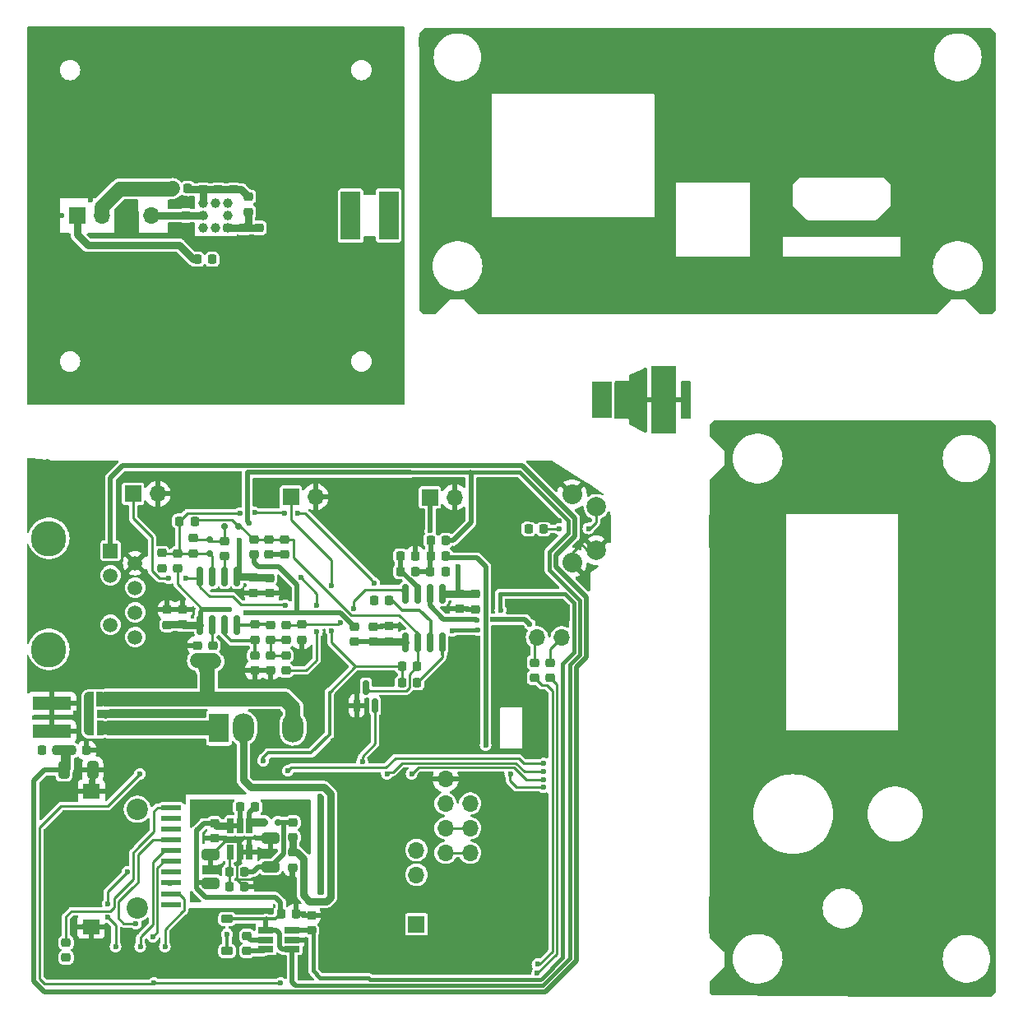
<source format=gbr>
G04 #@! TF.GenerationSoftware,KiCad,Pcbnew,7.0.1-0*
G04 #@! TF.CreationDate,2023-11-21T15:01:45-05:00*
G04 #@! TF.ProjectId,CosmicWatch,436f736d-6963-4576-9174-63682e6b6963,rev?*
G04 #@! TF.SameCoordinates,Original*
G04 #@! TF.FileFunction,Copper,L2,Bot*
G04 #@! TF.FilePolarity,Positive*
%FSLAX46Y46*%
G04 Gerber Fmt 4.6, Leading zero omitted, Abs format (unit mm)*
G04 Created by KiCad (PCBNEW 7.0.1-0) date 2023-11-21 15:01:45*
%MOMM*%
%LPD*%
G01*
G04 APERTURE LIST*
G04 Aperture macros list*
%AMRoundRect*
0 Rectangle with rounded corners*
0 $1 Rounding radius*
0 $2 $3 $4 $5 $6 $7 $8 $9 X,Y pos of 4 corners*
0 Add a 4 corners polygon primitive as box body*
4,1,4,$2,$3,$4,$5,$6,$7,$8,$9,$2,$3,0*
0 Add four circle primitives for the rounded corners*
1,1,$1+$1,$2,$3*
1,1,$1+$1,$4,$5*
1,1,$1+$1,$6,$7*
1,1,$1+$1,$8,$9*
0 Add four rect primitives between the rounded corners*
20,1,$1+$1,$2,$3,$4,$5,0*
20,1,$1+$1,$4,$5,$6,$7,0*
20,1,$1+$1,$6,$7,$8,$9,0*
20,1,$1+$1,$8,$9,$2,$3,0*%
%AMFreePoly0*
4,1,19,0.500000,-0.750000,0.000000,-0.750000,0.000000,-0.744911,-0.071157,-0.744911,-0.207708,-0.704816,-0.327430,-0.627875,-0.420627,-0.520320,-0.479746,-0.390866,-0.500000,-0.250000,-0.500000,0.250000,-0.479746,0.390866,-0.420627,0.520320,-0.327430,0.627875,-0.207708,0.704816,-0.071157,0.744911,0.000000,0.744911,0.000000,0.750000,0.500000,0.750000,0.500000,-0.750000,0.500000,-0.750000,
$1*%
%AMFreePoly1*
4,1,19,0.000000,0.744911,0.071157,0.744911,0.207708,0.704816,0.327430,0.627875,0.420627,0.520320,0.479746,0.390866,0.500000,0.250000,0.500000,-0.250000,0.479746,-0.390866,0.420627,-0.520320,0.327430,-0.627875,0.207708,-0.704816,0.071157,-0.744911,0.000000,-0.744911,0.000000,-0.750000,-0.500000,-0.750000,-0.500000,0.750000,0.000000,0.750000,0.000000,0.744911,0.000000,0.744911,
$1*%
G04 Aperture macros list end*
G04 #@! TA.AperFunction,SMDPad,CuDef*
%ADD10RoundRect,0.225000X0.250000X-0.225000X0.250000X0.225000X-0.250000X0.225000X-0.250000X-0.225000X0*%
G04 #@! TD*
G04 #@! TA.AperFunction,ComponentPad*
%ADD11R,1.700000X1.700000*%
G04 #@! TD*
G04 #@! TA.AperFunction,ComponentPad*
%ADD12O,1.700000X1.700000*%
G04 #@! TD*
G04 #@! TA.AperFunction,SMDPad,CuDef*
%ADD13RoundRect,0.150000X0.150000X-0.825000X0.150000X0.825000X-0.150000X0.825000X-0.150000X-0.825000X0*%
G04 #@! TD*
G04 #@! TA.AperFunction,ComponentPad*
%ADD14C,1.000000*%
G04 #@! TD*
G04 #@! TA.AperFunction,SMDPad,CuDef*
%ADD15RoundRect,0.225000X-0.225000X-0.250000X0.225000X-0.250000X0.225000X0.250000X-0.225000X0.250000X0*%
G04 #@! TD*
G04 #@! TA.AperFunction,SMDPad,CuDef*
%ADD16R,1.560000X0.650000*%
G04 #@! TD*
G04 #@! TA.AperFunction,SMDPad,CuDef*
%ADD17RoundRect,0.225000X0.225000X0.250000X-0.225000X0.250000X-0.225000X-0.250000X0.225000X-0.250000X0*%
G04 #@! TD*
G04 #@! TA.AperFunction,SMDPad,CuDef*
%ADD18RoundRect,0.225000X-0.250000X0.225000X-0.250000X-0.225000X0.250000X-0.225000X0.250000X0.225000X0*%
G04 #@! TD*
G04 #@! TA.AperFunction,SMDPad,CuDef*
%ADD19RoundRect,0.150000X-0.150000X-0.200000X0.150000X-0.200000X0.150000X0.200000X-0.150000X0.200000X0*%
G04 #@! TD*
G04 #@! TA.AperFunction,SMDPad,CuDef*
%ADD20RoundRect,0.150000X-0.200000X0.150000X-0.200000X-0.150000X0.200000X-0.150000X0.200000X0.150000X0*%
G04 #@! TD*
G04 #@! TA.AperFunction,ComponentPad*
%ADD21R,2.000000X4.000000*%
G04 #@! TD*
G04 #@! TA.AperFunction,ComponentPad*
%ADD22C,2.032000*%
G04 #@! TD*
G04 #@! TA.AperFunction,ComponentPad*
%ADD23C,2.000000*%
G04 #@! TD*
G04 #@! TA.AperFunction,ComponentPad*
%ADD24R,2.000000X3.000000*%
G04 #@! TD*
G04 #@! TA.AperFunction,ComponentPad*
%ADD25O,2.200000X3.000000*%
G04 #@! TD*
G04 #@! TA.AperFunction,ComponentPad*
%ADD26R,2.000000X5.000000*%
G04 #@! TD*
G04 #@! TA.AperFunction,ComponentPad*
%ADD27R,2.000000X3.800000*%
G04 #@! TD*
G04 #@! TA.AperFunction,ComponentPad*
%ADD28R,2.500000X7.000000*%
G04 #@! TD*
G04 #@! TA.AperFunction,WasherPad*
%ADD29C,3.650000*%
G04 #@! TD*
G04 #@! TA.AperFunction,ComponentPad*
%ADD30R,1.500000X1.500000*%
G04 #@! TD*
G04 #@! TA.AperFunction,ComponentPad*
%ADD31C,1.500000*%
G04 #@! TD*
G04 #@! TA.AperFunction,SMDPad,CuDef*
%ADD32R,0.500000X2.000000*%
G04 #@! TD*
G04 #@! TA.AperFunction,SMDPad,CuDef*
%ADD33R,2.000000X0.500000*%
G04 #@! TD*
G04 #@! TA.AperFunction,SMDPad,CuDef*
%ADD34R,1.800000X1.500000*%
G04 #@! TD*
G04 #@! TA.AperFunction,ComponentPad*
%ADD35C,2.200000*%
G04 #@! TD*
G04 #@! TA.AperFunction,SMDPad,CuDef*
%ADD36RoundRect,0.250000X-0.325000X-0.650000X0.325000X-0.650000X0.325000X0.650000X-0.325000X0.650000X0*%
G04 #@! TD*
G04 #@! TA.AperFunction,SMDPad,CuDef*
%ADD37FreePoly0,0.000000*%
G04 #@! TD*
G04 #@! TA.AperFunction,SMDPad,CuDef*
%ADD38FreePoly1,0.000000*%
G04 #@! TD*
G04 #@! TA.AperFunction,ComponentPad*
%ADD39R,4.000000X1.400000*%
G04 #@! TD*
G04 #@! TA.AperFunction,SMDPad,CuDef*
%ADD40R,4.000000X1.400000*%
G04 #@! TD*
G04 #@! TA.AperFunction,SMDPad,CuDef*
%ADD41R,0.650000X1.560000*%
G04 #@! TD*
G04 #@! TA.AperFunction,ComponentPad*
%ADD42R,0.650000X1.560000*%
G04 #@! TD*
G04 #@! TA.AperFunction,SMDPad,CuDef*
%ADD43RoundRect,0.250000X0.650000X-0.325000X0.650000X0.325000X-0.650000X0.325000X-0.650000X-0.325000X0*%
G04 #@! TD*
G04 #@! TA.AperFunction,SMDPad,CuDef*
%ADD44RoundRect,0.225000X-0.375000X0.225000X-0.375000X-0.225000X0.375000X-0.225000X0.375000X0.225000X0*%
G04 #@! TD*
G04 #@! TA.AperFunction,SMDPad,CuDef*
%ADD45RoundRect,0.150000X0.150000X-0.587500X0.150000X0.587500X-0.150000X0.587500X-0.150000X-0.587500X0*%
G04 #@! TD*
G04 #@! TA.AperFunction,ViaPad*
%ADD46C,0.600000*%
G04 #@! TD*
G04 #@! TA.AperFunction,Conductor*
%ADD47C,0.250000*%
G04 #@! TD*
G04 #@! TA.AperFunction,Conductor*
%ADD48C,0.750000*%
G04 #@! TD*
G04 #@! TA.AperFunction,Conductor*
%ADD49C,0.500000*%
G04 #@! TD*
G04 #@! TA.AperFunction,Conductor*
%ADD50C,0.400000*%
G04 #@! TD*
G04 #@! TA.AperFunction,Conductor*
%ADD51C,0.380000*%
G04 #@! TD*
G04 #@! TA.AperFunction,Conductor*
%ADD52C,1.540000*%
G04 #@! TD*
G04 #@! TA.AperFunction,Conductor*
%ADD53C,1.000000*%
G04 #@! TD*
G04 #@! TA.AperFunction,Conductor*
%ADD54C,0.850000*%
G04 #@! TD*
G04 APERTURE END LIST*
D10*
X88245000Y-108240000D03*
X88245000Y-106690000D03*
D11*
X103070000Y-90415000D03*
D12*
X105610000Y-90415000D03*
D11*
X72505000Y-90065000D03*
D12*
X75045000Y-90065000D03*
D11*
X88755000Y-90365000D03*
D12*
X91295000Y-90365000D03*
D13*
X104350000Y-100365000D03*
X103080000Y-100365000D03*
X101810000Y-100365000D03*
X100540000Y-100365000D03*
X100540000Y-105315000D03*
X101810000Y-105315000D03*
X103080000Y-105315000D03*
X104350000Y-105315000D03*
D14*
X79760000Y-60175000D03*
X81020000Y-60175000D03*
X82280000Y-60175000D03*
X79760000Y-61435000D03*
X82280000Y-61435000D03*
X79760000Y-62695000D03*
X81020000Y-62695000D03*
X82280000Y-62695000D03*
D15*
X101575000Y-96450000D03*
X100025000Y-96450000D03*
D16*
X88895000Y-135015000D03*
X88895000Y-135965000D03*
X88895000Y-136915000D03*
X86195000Y-136915000D03*
X86195000Y-135965000D03*
X86195000Y-135015000D03*
D15*
X97320000Y-101040000D03*
X98870000Y-101040000D03*
D17*
X101745000Y-109515000D03*
X100195000Y-109515000D03*
X78845000Y-92865000D03*
X77295000Y-92865000D03*
D18*
X95320000Y-105265000D03*
X95320000Y-103715000D03*
D17*
X103150000Y-94850000D03*
X104700000Y-94850000D03*
D10*
X81965000Y-94920000D03*
X81965000Y-96470000D03*
X84945000Y-96290000D03*
X84945000Y-94740000D03*
X75465000Y-97710000D03*
X75465000Y-96160000D03*
X86675000Y-108220000D03*
X86675000Y-106670000D03*
D17*
X100220000Y-107815000D03*
X101770000Y-107815000D03*
D10*
X77105000Y-97725000D03*
X77105000Y-96175000D03*
X89875000Y-105075000D03*
X89875000Y-103525000D03*
X86675000Y-105090000D03*
X86675000Y-103540000D03*
D18*
X78755000Y-94615000D03*
X78755000Y-96165000D03*
D19*
X83335000Y-93375000D03*
X81935000Y-93375000D03*
D20*
X80385000Y-96172500D03*
X80385000Y-94772500D03*
D21*
X113595000Y-114175000D03*
D11*
X116650000Y-102300000D03*
D12*
X116650000Y-104840000D03*
X114110000Y-102300000D03*
X114110000Y-104840000D03*
D22*
X117707500Y-97125000D03*
D23*
X120207500Y-95875000D03*
D22*
X117707500Y-90125000D03*
D23*
X120207500Y-91375000D03*
D24*
X81355000Y-114175000D03*
D25*
X83895000Y-114175000D03*
X86435000Y-114175000D03*
X88975000Y-114175000D03*
D11*
X66751370Y-61420023D03*
D12*
X69291370Y-61420023D03*
X71831370Y-61420023D03*
X74371370Y-61420023D03*
D26*
X98825000Y-61375000D03*
D11*
X101700000Y-134350000D03*
D12*
X101700000Y-131810000D03*
X101700000Y-129270000D03*
X101700000Y-126730000D03*
D26*
X94925000Y-61425000D03*
D27*
X120800000Y-80400000D03*
D28*
X127175000Y-80400000D03*
D29*
X63845000Y-94645000D03*
X63845000Y-106075000D03*
D30*
X70195000Y-95915000D03*
D31*
X72735000Y-97185000D03*
X70195000Y-98455000D03*
X72735000Y-99725000D03*
X70195000Y-100995000D03*
X72735000Y-102265000D03*
X70195000Y-103535000D03*
X72735000Y-104805000D03*
D17*
X64685000Y-116455000D03*
X63135000Y-116455000D03*
D32*
X134915000Y-91935000D03*
X135715000Y-91935000D03*
X136515000Y-91935000D03*
D15*
X113225000Y-93675000D03*
X114775000Y-93675000D03*
D10*
X80735000Y-107225000D03*
X80735000Y-105675000D03*
X65625000Y-137800000D03*
X65625000Y-136250000D03*
D33*
X76465000Y-124551700D03*
X76465000Y-125662800D03*
X76465000Y-126773900D03*
X76465000Y-127885000D03*
X76465000Y-128996100D03*
X76465000Y-130107200D03*
D34*
X68240000Y-120704500D03*
X68190000Y-134604500D03*
D33*
X76465000Y-131218300D03*
X76465000Y-132329400D03*
X76465000Y-122329500D03*
X76465000Y-123440600D03*
D35*
X72965000Y-132679500D03*
X72965000Y-122529500D03*
D36*
X65415000Y-118485000D03*
X68365000Y-118485000D03*
D12*
X104685000Y-119395000D03*
X107225000Y-121935000D03*
X104685000Y-121935000D03*
X107225000Y-124475000D03*
X104685000Y-124475000D03*
X107225000Y-127015000D03*
X104685000Y-127015000D03*
D18*
X85035000Y-103525000D03*
X85035000Y-105075000D03*
D13*
X83240000Y-103550000D03*
X81970000Y-103550000D03*
X80700000Y-103550000D03*
X79430000Y-103550000D03*
X79430000Y-98600000D03*
X80700000Y-98600000D03*
X81970000Y-98600000D03*
X83240000Y-98600000D03*
D18*
X76035000Y-102000000D03*
X76035000Y-103550000D03*
X82301370Y-62695023D03*
X82301370Y-64245023D03*
X83901370Y-62720023D03*
X83901370Y-64270023D03*
X85501370Y-62695023D03*
X85501370Y-64245023D03*
D15*
X82435000Y-128965000D03*
X83985000Y-128965000D03*
X79120000Y-65915000D03*
X80670000Y-65915000D03*
D17*
X85085000Y-122295000D03*
X83535000Y-122295000D03*
D18*
X77635000Y-101975000D03*
X77635000Y-103525000D03*
D37*
X67975000Y-114175000D03*
D38*
X69275000Y-114175000D03*
D39*
X64145000Y-111625000D03*
D40*
X64145000Y-114525000D03*
D18*
X77951370Y-61420023D03*
X77951370Y-62970023D03*
D10*
X79745000Y-57190000D03*
X79745000Y-58740000D03*
X82845000Y-58740000D03*
X82845000Y-57190000D03*
X81295000Y-57190000D03*
X81295000Y-58740000D03*
X88145000Y-96315000D03*
X88145000Y-94765000D03*
D18*
X106145000Y-101915000D03*
X106145000Y-100365000D03*
D10*
X84401370Y-61045023D03*
X84401370Y-59495023D03*
X88990000Y-125420000D03*
X88990000Y-123870000D03*
D18*
X88990000Y-126960000D03*
X88990000Y-128510000D03*
D15*
X66190000Y-116455000D03*
X67740000Y-116455000D03*
D17*
X104700000Y-96450000D03*
X103150000Y-96450000D03*
D41*
X84465000Y-126910000D03*
D42*
X83515000Y-126910000D03*
D41*
X82565000Y-126910000D03*
X82565000Y-124210000D03*
X83515000Y-124210000D03*
X84465000Y-124210000D03*
D43*
X86640000Y-128455000D03*
X86640000Y-125505000D03*
D18*
X97245000Y-105265000D03*
X97245000Y-103715000D03*
D37*
X67965000Y-111225000D03*
D38*
X69265000Y-111225000D03*
D17*
X103125000Y-98050000D03*
X104675000Y-98050000D03*
D10*
X113825000Y-108975000D03*
X113825000Y-107425000D03*
D18*
X98845000Y-103690000D03*
X98845000Y-105240000D03*
X115425000Y-107425000D03*
X115425000Y-108975000D03*
D10*
X80890000Y-125530000D03*
X80890000Y-123980000D03*
X84245000Y-137105000D03*
X84245000Y-135555000D03*
D18*
X86585000Y-98725000D03*
X86585000Y-100275000D03*
X88275000Y-105085000D03*
X88275000Y-103535000D03*
D17*
X100025000Y-98050000D03*
X101575000Y-98050000D03*
D44*
X82190000Y-133830000D03*
X82190000Y-137130000D03*
D18*
X107745000Y-101940000D03*
X107745000Y-100390000D03*
D15*
X76576370Y-58620023D03*
X78126370Y-58620023D03*
D43*
X80480000Y-130125000D03*
X80480000Y-127175000D03*
D10*
X90870000Y-133465000D03*
X90870000Y-135015000D03*
X79135000Y-107225000D03*
X79135000Y-105675000D03*
D17*
X83985000Y-130535000D03*
X82435000Y-130535000D03*
D18*
X84935000Y-98700000D03*
X84935000Y-100250000D03*
X85035000Y-106675000D03*
X85035000Y-108225000D03*
D19*
X87430000Y-123865000D03*
X86030000Y-123865000D03*
D18*
X86545000Y-94740000D03*
X86545000Y-96290000D03*
D17*
X89295000Y-133265000D03*
X87745000Y-133265000D03*
D45*
X97445000Y-111890000D03*
X95545000Y-111890000D03*
X96495000Y-110015000D03*
D46*
X86585000Y-98725000D03*
X91445000Y-104265000D03*
X91445000Y-101525500D03*
X89795000Y-98665000D03*
X97345000Y-99240000D03*
X88150500Y-92090000D03*
X85039500Y-91965000D03*
X83520000Y-92040000D03*
X89495000Y-92090000D03*
X97320000Y-101040000D03*
X96115000Y-117635500D03*
X88895000Y-135965000D03*
X104700000Y-94850000D03*
X103120000Y-93865000D03*
X103080000Y-100365000D03*
X95320000Y-103715000D03*
X110345000Y-102040000D03*
X105395000Y-104140000D03*
X108020000Y-104065000D03*
X89870000Y-105090000D03*
X75445000Y-97715000D03*
X95570000Y-111915000D03*
X101570000Y-96490000D03*
X104695000Y-98040000D03*
X92945000Y-104149500D03*
X92945000Y-99515000D03*
X93840023Y-103294977D03*
X95211589Y-101873411D03*
X113370000Y-103490000D03*
X109570000Y-102990000D03*
X107945000Y-103040000D03*
X105995000Y-97565000D03*
X108820000Y-115915000D03*
X90845000Y-133440000D03*
X89295000Y-133265000D03*
X83445000Y-94865000D03*
X84445000Y-93065000D03*
X88195000Y-96315000D03*
X86495000Y-96265000D03*
X88195000Y-101525500D03*
X88275000Y-103535000D03*
X77945000Y-98765000D03*
X76195000Y-98765000D03*
X80695000Y-65915000D03*
X81530000Y-109720000D03*
X81830000Y-106410000D03*
X83875000Y-115375000D03*
X83905000Y-112965000D03*
X85935000Y-117515000D03*
X116375228Y-93657069D03*
X119400000Y-93625000D03*
X74665025Y-140425500D03*
X87715000Y-140405000D03*
X74545000Y-135645000D03*
X73225000Y-118875000D03*
X70825000Y-127825000D03*
X68475000Y-126175000D03*
X65675000Y-109625000D03*
X71475000Y-109675000D03*
X73975000Y-109675000D03*
X75275000Y-109675000D03*
X76525000Y-109675000D03*
X77675000Y-109675000D03*
X66975000Y-132275000D03*
X72770000Y-62815000D03*
X65201370Y-61420023D03*
X64901370Y-59320023D03*
X72720000Y-59970023D03*
X76501370Y-62820023D03*
X77151370Y-60020023D03*
X68135000Y-59765000D03*
X72725000Y-109675000D03*
X69285000Y-58575000D03*
X70645000Y-57365000D03*
X72701370Y-57220023D03*
X74801370Y-57220023D03*
X78601370Y-57220023D03*
X64901370Y-57470023D03*
X67351370Y-57470023D03*
X66201370Y-64220023D03*
X67701370Y-65470023D03*
X70151370Y-65470023D03*
X72301370Y-65470023D03*
X74251370Y-65470023D03*
X73851370Y-63520023D03*
X71651370Y-63470023D03*
X69501370Y-63470023D03*
X75551370Y-65470023D03*
X116349500Y-92857981D03*
X115500000Y-88025000D03*
X78990000Y-133980000D03*
X64825000Y-111625000D03*
X107745000Y-101965000D03*
X82300000Y-64245000D03*
X98845000Y-103715000D03*
X78425000Y-112625000D03*
X85525000Y-64255000D03*
X77960000Y-106420000D03*
X68365000Y-118485000D03*
X74725000Y-112625000D03*
X76035000Y-102025000D03*
X97245000Y-103715000D03*
X113310000Y-112600000D03*
X80535000Y-122535000D03*
X70275000Y-109685000D03*
X88690000Y-109930000D03*
X78785000Y-131705000D03*
X93540000Y-114230000D03*
X126800000Y-77900000D03*
X73475000Y-115725000D03*
X88455000Y-122175000D03*
X69300000Y-107100000D03*
X89540000Y-110630000D03*
X64375000Y-109625000D03*
X76375000Y-121375000D03*
X79575000Y-115725000D03*
X71025000Y-112635000D03*
X86225000Y-109675000D03*
X76025000Y-112625000D03*
X154825000Y-51500000D03*
X68955000Y-109685000D03*
X77275000Y-112625000D03*
X152825000Y-114375000D03*
X91890000Y-125980000D03*
X78905000Y-123285000D03*
X62975000Y-111625000D03*
X78990000Y-135480000D03*
X66665000Y-110285000D03*
X90075000Y-122065000D03*
X106145000Y-101915000D03*
X79625000Y-112625000D03*
X92690000Y-132980000D03*
X138775000Y-135125000D03*
X93890000Y-125980000D03*
X112225000Y-98000000D03*
X91890000Y-121980000D03*
X66595000Y-112605000D03*
X77635000Y-101975000D03*
X159375000Y-112425000D03*
X67500000Y-134600000D03*
X63025000Y-88225000D03*
X78110000Y-108190000D03*
X71025000Y-115735000D03*
X80490000Y-135480000D03*
X79135000Y-105625000D03*
X86425000Y-113025000D03*
X84935000Y-100225000D03*
X85035000Y-108225000D03*
X87525000Y-109675000D03*
X93140000Y-115530000D03*
X126950000Y-82525000D03*
X91890000Y-127980000D03*
X90340000Y-111630000D03*
X73475000Y-112625000D03*
X79025000Y-121985000D03*
X72225000Y-112625000D03*
X81295000Y-57190000D03*
X158175000Y-120275000D03*
X68175000Y-137475000D03*
X80875000Y-118725000D03*
X91890000Y-129980000D03*
X140375000Y-117075000D03*
X72141000Y-124521000D03*
X91890000Y-123980000D03*
X113250000Y-92650000D03*
X62975000Y-109625000D03*
X93540000Y-112630000D03*
X77275000Y-115725000D03*
X76875000Y-65470023D03*
X93790000Y-131980000D03*
X93540000Y-111230000D03*
X79738630Y-57179977D03*
X69905000Y-115605000D03*
X72400000Y-107125000D03*
X93890000Y-121980000D03*
X86585000Y-100275000D03*
X158125000Y-114375000D03*
X86355000Y-121995000D03*
X88775000Y-130565000D03*
X85983085Y-127087606D03*
X113335000Y-115675000D03*
X93890000Y-129980000D03*
X72225000Y-115725000D03*
X93675000Y-137475000D03*
X80535000Y-138415000D03*
X74725000Y-115725000D03*
X77951370Y-62970023D03*
X80990000Y-120380000D03*
X82848630Y-57179977D03*
X78425000Y-115725000D03*
X120725000Y-93625000D03*
X76375000Y-130125000D03*
X137575000Y-118125000D03*
X90695000Y-114225000D03*
X80875000Y-117275000D03*
X93890000Y-127980000D03*
X153925000Y-117525000D03*
X90405000Y-115585000D03*
X156775000Y-52750000D03*
X78890000Y-120380000D03*
X80490000Y-133980000D03*
X78925000Y-109675000D03*
X90505000Y-112955000D03*
X67655000Y-109675000D03*
X76025000Y-115725000D03*
X106390000Y-137680000D03*
X93890000Y-123980000D03*
X88955000Y-112975000D03*
X88955000Y-115375000D03*
X101195000Y-118885000D03*
X114800591Y-119465908D03*
X114817023Y-118666575D03*
X98655000Y-118885000D03*
X65625000Y-137825000D03*
X69904454Y-133629500D03*
X71945501Y-128965000D03*
X69940500Y-132245000D03*
X70715000Y-136665000D03*
X76465000Y-128996100D03*
X73255000Y-136665000D03*
X75795000Y-136665000D03*
X72815000Y-134285000D03*
X80685000Y-115345000D03*
X82035000Y-115375000D03*
X82025000Y-112995000D03*
X80695000Y-112995000D03*
X111355000Y-118885000D03*
X114775000Y-120265000D03*
X63135000Y-116455000D03*
X120525000Y-79125000D03*
X120525000Y-81575000D03*
X98900000Y-62825000D03*
X98850000Y-59875000D03*
X94800000Y-63050000D03*
X94850000Y-60000000D03*
X82190000Y-135380000D03*
X82145000Y-141325000D03*
X67975000Y-114175000D03*
X88475000Y-118575000D03*
X113225000Y-93675000D03*
X114810456Y-117789965D03*
X84135000Y-102275000D03*
X82435000Y-101925000D03*
X114141495Y-139375500D03*
X114153139Y-138485678D03*
D47*
X91445000Y-101525500D02*
X91445000Y-100315000D01*
X91445000Y-100315000D02*
X89795000Y-98665000D01*
X91445000Y-107115000D02*
X91445000Y-104265000D01*
X88245000Y-108240000D02*
X90320000Y-108240000D01*
X91295000Y-107265000D02*
X91445000Y-107115000D01*
X90320000Y-108240000D02*
X91295000Y-107265000D01*
X86675000Y-106670000D02*
X88225000Y-106670000D01*
X88225000Y-106670000D02*
X88245000Y-106690000D01*
X97095000Y-98915000D02*
X97095000Y-98990000D01*
X97095000Y-98990000D02*
X97345000Y-99240000D01*
X90270000Y-92090000D02*
X97095000Y-98915000D01*
X85039500Y-91965000D02*
X88025500Y-91965000D01*
X78120000Y-92040000D02*
X83520000Y-92040000D01*
X88025500Y-91965000D02*
X88150500Y-92090000D01*
X77295000Y-92865000D02*
X78120000Y-92040000D01*
X89495000Y-92090000D02*
X90270000Y-92090000D01*
X96115000Y-117095000D02*
X96115000Y-117635500D01*
X97445000Y-111890000D02*
X97445000Y-115765000D01*
X97445000Y-115765000D02*
X96115000Y-117095000D01*
D48*
X82845000Y-58740000D02*
X83646347Y-58740000D01*
X83646347Y-58740000D02*
X84401370Y-59495023D01*
X79745000Y-58740000D02*
X79745000Y-60160000D01*
X79745000Y-60160000D02*
X79760000Y-60175000D01*
X79745000Y-58740000D02*
X78246347Y-58740000D01*
X78246347Y-58740000D02*
X78126370Y-58620023D01*
D49*
X103120000Y-93865000D02*
X103120000Y-90465000D01*
X103120000Y-90465000D02*
X103070000Y-90415000D01*
D50*
X105470000Y-104065000D02*
X105395000Y-104140000D01*
X108020000Y-104065000D02*
X105470000Y-104065000D01*
X110295000Y-101990000D02*
X110345000Y-102040000D01*
X110295000Y-100325000D02*
X110295000Y-101990000D01*
D51*
X85035000Y-103525000D02*
X86660000Y-103525000D01*
X86660000Y-103525000D02*
X86675000Y-103540000D01*
D49*
X100025000Y-98050000D02*
X100025000Y-96450000D01*
D47*
X92945000Y-105355000D02*
X92945000Y-104149500D01*
X95405000Y-107815000D02*
X92945000Y-105355000D01*
X88775000Y-92745000D02*
X88775000Y-90125000D01*
X92945000Y-99515000D02*
X92945000Y-96915000D01*
X92945000Y-96915000D02*
X88775000Y-92745000D01*
X95211589Y-101098411D02*
X96420000Y-99890000D01*
X95211589Y-101873411D02*
X95211589Y-101098411D01*
X89875000Y-103525000D02*
X93610000Y-103525000D01*
X93610000Y-103525000D02*
X93840023Y-103294977D01*
X96420000Y-99890000D02*
X100065000Y-99890000D01*
X100065000Y-99890000D02*
X100540000Y-100365000D01*
X101810000Y-104430000D02*
X99895000Y-102515000D01*
X99895000Y-102515000D02*
X94970000Y-102515000D01*
X101810000Y-105315000D02*
X101810000Y-104430000D01*
X89070000Y-94765000D02*
X88145000Y-94765000D01*
X89070000Y-96615000D02*
X89070000Y-94765000D01*
X94970000Y-102515000D02*
X89070000Y-96615000D01*
D51*
X103080000Y-105315000D02*
X103145000Y-105250000D01*
X103145000Y-105250000D02*
X103145000Y-103190000D01*
X103145000Y-103190000D02*
X101970000Y-102015000D01*
X101970000Y-102015000D02*
X100220000Y-102015000D01*
X99245000Y-101040000D02*
X98870000Y-101040000D01*
X100220000Y-102015000D02*
X99245000Y-101040000D01*
D49*
X90385000Y-102275000D02*
X93880000Y-102275000D01*
X93880000Y-102275000D02*
X95320000Y-103715000D01*
X95320000Y-105265000D02*
X97245000Y-105265000D01*
X109570000Y-102990000D02*
X112870000Y-102990000D01*
X112870000Y-102990000D02*
X113370000Y-103490000D01*
X107870000Y-102965000D02*
X107945000Y-103040000D01*
X104495000Y-102965000D02*
X107870000Y-102965000D01*
X103080000Y-100365000D02*
X103080000Y-101550000D01*
X103080000Y-101550000D02*
X104495000Y-102965000D01*
X105460000Y-94850000D02*
X107295000Y-93015000D01*
D50*
X109875000Y-87850000D02*
X107245000Y-87850000D01*
X107245000Y-87850000D02*
X105690000Y-87850000D01*
D49*
X107295000Y-93015000D02*
X107295000Y-87900000D01*
X107295000Y-87900000D02*
X107245000Y-87850000D01*
X105995000Y-100215000D02*
X106145000Y-100365000D01*
X105995000Y-97565000D02*
X105995000Y-100215000D01*
X104700000Y-94850000D02*
X105405000Y-94850000D01*
X103150000Y-96450000D02*
X103150000Y-94850000D01*
X103125000Y-98050000D02*
X103125000Y-96475000D01*
X103125000Y-96475000D02*
X103150000Y-96450000D01*
X101575000Y-98050000D02*
X103125000Y-98050000D01*
X101810000Y-99680000D02*
X101245000Y-99115000D01*
X100145406Y-98050000D02*
X100025000Y-98050000D01*
X101810000Y-100365000D02*
X101810000Y-99680000D01*
X101245000Y-99115000D02*
X101210406Y-99115000D01*
X101210406Y-99115000D02*
X100145406Y-98050000D01*
X108820000Y-97540000D02*
X107920000Y-96640000D01*
X108820000Y-115915000D02*
X108820000Y-97540000D01*
X107920000Y-96640000D02*
X104890000Y-96640000D01*
X104890000Y-96640000D02*
X104700000Y-96450000D01*
X88895000Y-136915000D02*
X88895000Y-140345000D01*
X88895000Y-140345000D02*
X89175000Y-140625000D01*
D50*
X91780500Y-139875500D02*
X91070000Y-139165000D01*
X96715500Y-139875500D02*
X91820000Y-139875500D01*
X91820000Y-139875500D02*
X91780500Y-139875500D01*
X91070000Y-139165000D02*
X91070000Y-135215000D01*
X91070000Y-135215000D02*
X90870000Y-135015000D01*
D49*
X88895000Y-135015000D02*
X90870000Y-135015000D01*
X86195000Y-135015000D02*
X87295000Y-135015000D01*
X87295000Y-135015000D02*
X87595000Y-135315000D01*
X87595000Y-135315000D02*
X87595000Y-136640000D01*
X87595000Y-136640000D02*
X87895000Y-136940000D01*
X87895000Y-136940000D02*
X88870000Y-136940000D01*
X88870000Y-136940000D02*
X88895000Y-136915000D01*
X79990000Y-131580000D02*
X86845000Y-131580000D01*
X86845000Y-131580000D02*
X87160000Y-131580000D01*
X87160000Y-131580000D02*
X87720000Y-132140000D01*
X87720000Y-133240000D02*
X87745000Y-133265000D01*
X87720000Y-132140000D02*
X87720000Y-133240000D01*
D51*
X86245000Y-133830000D02*
X87180000Y-133830000D01*
X87180000Y-133830000D02*
X87745000Y-133265000D01*
X82190000Y-133830000D02*
X86245000Y-133830000D01*
D49*
X86195000Y-135015000D02*
X86195000Y-133880000D01*
X86195000Y-133880000D02*
X86245000Y-133830000D01*
X84245000Y-135555000D02*
X84655000Y-135965000D01*
X84655000Y-135965000D02*
X86195000Y-135965000D01*
X84245000Y-137105000D02*
X86005000Y-137105000D01*
X86005000Y-137105000D02*
X86195000Y-136915000D01*
D47*
X100220000Y-107815000D02*
X95405000Y-107815000D01*
X95405000Y-107815000D02*
X92740000Y-110480000D01*
X96495000Y-110015000D02*
X96795000Y-110315000D01*
X96795000Y-110315000D02*
X100647817Y-110315000D01*
X100647817Y-110315000D02*
X100970000Y-109992817D01*
X100970000Y-109992817D02*
X100970000Y-108615000D01*
X100970000Y-108615000D02*
X101770000Y-107815000D01*
X101770000Y-107815000D02*
X101810000Y-107775000D01*
X101810000Y-107775000D02*
X101810000Y-105315000D01*
X101745000Y-109515000D02*
X104350000Y-106910000D01*
X104350000Y-106910000D02*
X104350000Y-105315000D01*
D49*
X84290000Y-87850000D02*
X84290000Y-92910000D01*
X84290000Y-92910000D02*
X84445000Y-93065000D01*
X83445000Y-98395000D02*
X83240000Y-98600000D01*
X83445000Y-94865000D02*
X83445000Y-98395000D01*
X89395000Y-102275000D02*
X90385000Y-102275000D01*
X89395000Y-102275000D02*
X89395000Y-99415000D01*
X87185000Y-102275000D02*
X89395000Y-102275000D01*
X89395000Y-99415000D02*
X87545000Y-97565000D01*
X87545000Y-97565000D02*
X85395000Y-97565000D01*
X84945000Y-97115000D02*
X84945000Y-96290000D01*
X85395000Y-97565000D02*
X84945000Y-97115000D01*
D47*
X88275000Y-103535000D02*
X89865000Y-103535000D01*
X89865000Y-103535000D02*
X89875000Y-103525000D01*
X82795000Y-100615000D02*
X83445000Y-101265000D01*
X79430000Y-98600000D02*
X79430000Y-99650000D01*
X88134500Y-101465000D02*
X88195000Y-101525500D01*
X86495000Y-101465000D02*
X88134500Y-101465000D01*
X80395000Y-100615000D02*
X82795000Y-100615000D01*
X83445000Y-101265000D02*
X83645000Y-101465000D01*
X79430000Y-99650000D02*
X80395000Y-100615000D01*
X83645000Y-101465000D02*
X86495000Y-101465000D01*
X86675000Y-105090000D02*
X86675000Y-106670000D01*
X88275000Y-105085000D02*
X86680000Y-105085000D01*
X86680000Y-105085000D02*
X86675000Y-105090000D01*
X100195000Y-109515000D02*
X100195000Y-107840000D01*
X100195000Y-107840000D02*
X100220000Y-107815000D01*
X72495000Y-92565000D02*
X72525000Y-92535000D01*
X72525000Y-92535000D02*
X72525000Y-90195000D01*
X79265000Y-98765000D02*
X79430000Y-98600000D01*
X77945000Y-98765000D02*
X79265000Y-98765000D01*
X72495000Y-92565000D02*
X74445000Y-94515000D01*
X74445000Y-94515000D02*
X74445000Y-97942817D01*
X74445000Y-97942817D02*
X75267183Y-98765000D01*
X75267183Y-98765000D02*
X76195000Y-98765000D01*
X77105000Y-97725000D02*
X77105000Y-99345000D01*
X77105000Y-99345000D02*
X79685000Y-101925000D01*
X88145000Y-94765000D02*
X86570000Y-94765000D01*
X86570000Y-94765000D02*
X86545000Y-94740000D01*
X84945000Y-94740000D02*
X86545000Y-94740000D01*
X83335000Y-93375000D02*
X83580000Y-93375000D01*
X83580000Y-93375000D02*
X84945000Y-94740000D01*
X78845000Y-92865000D02*
X79010000Y-92700000D01*
X79010000Y-92700000D02*
X82660000Y-92700000D01*
X82660000Y-92700000D02*
X83335000Y-93375000D01*
X77295000Y-92865000D02*
X77295000Y-95985000D01*
X77295000Y-95985000D02*
X77105000Y-96175000D01*
X77105000Y-96175000D02*
X75480000Y-96175000D01*
X75480000Y-96175000D02*
X75465000Y-96160000D01*
X80700000Y-98600000D02*
X80700000Y-96487500D01*
X80700000Y-96487500D02*
X80385000Y-96172500D01*
X78755000Y-96165000D02*
X80377500Y-96165000D01*
X80377500Y-96165000D02*
X80385000Y-96172500D01*
X77105000Y-96175000D02*
X78745000Y-96175000D01*
X78745000Y-96175000D02*
X78755000Y-96165000D01*
X80385000Y-94772500D02*
X78912500Y-94772500D01*
X78912500Y-94772500D02*
X78755000Y-94615000D01*
X81965000Y-94920000D02*
X81965000Y-93405000D01*
X81965000Y-93405000D02*
X81935000Y-93375000D01*
X81965000Y-94920000D02*
X80532500Y-94920000D01*
X80532500Y-94920000D02*
X80385000Y-94772500D01*
X81970000Y-98600000D02*
X81970000Y-96475000D01*
X81970000Y-96475000D02*
X81965000Y-96470000D01*
D48*
X67851370Y-64470023D02*
X77095000Y-64470023D01*
X77095000Y-64470023D02*
X77300023Y-64470023D01*
X77300023Y-64470023D02*
X78745000Y-65915000D01*
X78745000Y-65915000D02*
X79120000Y-65915000D01*
D52*
X79955000Y-108005000D02*
X80195000Y-108245000D01*
X80195000Y-108245000D02*
X80195000Y-110785000D01*
X80195000Y-110785000D02*
X79825000Y-111155000D01*
D49*
X75825000Y-87150000D02*
X71460000Y-87150000D01*
X71460000Y-87150000D02*
X70195000Y-88415000D01*
X70195000Y-88415000D02*
X70195000Y-95915000D01*
D52*
X79825000Y-111155000D02*
X69825000Y-111155000D01*
X84190000Y-111155000D02*
X79825000Y-111155000D01*
X79955000Y-108005000D02*
X80735000Y-107225000D01*
D48*
X92850000Y-120950000D02*
X92850000Y-131590000D01*
X89390000Y-126960000D02*
X88990000Y-126960000D01*
X92450000Y-131990000D02*
X90690000Y-131990000D01*
X92850000Y-131590000D02*
X92450000Y-131990000D01*
X84640000Y-120280000D02*
X83840000Y-119480000D01*
X83840000Y-119480000D02*
X83840000Y-115410000D01*
X92180000Y-120280000D02*
X92850000Y-120950000D01*
X83840000Y-115410000D02*
X83875000Y-115375000D01*
D53*
X83875000Y-114195000D02*
X83895000Y-114175000D01*
D48*
X90060000Y-127630000D02*
X89390000Y-126960000D01*
X90060000Y-127630000D02*
X90060000Y-131360000D01*
X85340000Y-120280000D02*
X92180000Y-120280000D01*
X88990000Y-125420000D02*
X88990000Y-126960000D01*
X90060000Y-131360000D02*
X90690000Y-131990000D01*
X85340000Y-120280000D02*
X84640000Y-120280000D01*
D53*
X83875000Y-115375000D02*
X83875000Y-114195000D01*
D51*
X86440000Y-116730000D02*
X85935000Y-117235000D01*
X92740000Y-110480000D02*
X92740000Y-114830000D01*
X90840000Y-116730000D02*
X86440000Y-116730000D01*
X85935000Y-117235000D02*
X85935000Y-117515000D01*
X92740000Y-114830000D02*
X90840000Y-116730000D01*
X104345000Y-106615000D02*
X104345000Y-105320000D01*
X104345000Y-105320000D02*
X104350000Y-105315000D01*
D47*
X104685000Y-124475000D02*
X107225000Y-124475000D01*
X104685000Y-127015000D02*
X107225000Y-127015000D01*
X120207500Y-92967500D02*
X119800000Y-93375000D01*
X120207500Y-91375000D02*
X120207500Y-92967500D01*
X119550000Y-93625000D02*
X119400000Y-93625000D01*
X119800000Y-93375000D02*
X119550000Y-93625000D01*
X116375228Y-93657069D02*
X114792931Y-93657069D01*
D48*
X81295000Y-58740000D02*
X79745000Y-58740000D01*
X82845000Y-58740000D02*
X81295000Y-58740000D01*
D50*
X117325000Y-94075000D02*
X117325000Y-92844238D01*
D48*
X106145000Y-100365000D02*
X104350000Y-100365000D01*
D49*
X80890000Y-123980000D02*
X79790000Y-123980000D01*
D50*
X105690000Y-87850000D02*
X101050000Y-87850000D01*
D49*
X83515000Y-124210000D02*
X82565000Y-124210000D01*
D50*
X117525000Y-132725000D02*
X117525000Y-137855762D01*
X115400000Y-96000000D02*
X117325000Y-94075000D01*
X107245000Y-140675000D02*
X96100000Y-140675000D01*
X117325000Y-92844238D02*
X112330762Y-87850000D01*
X118525000Y-106605762D02*
X118525000Y-101043705D01*
D48*
X106170000Y-100390000D02*
X106145000Y-100365000D01*
D50*
X105895000Y-100115000D02*
X106145000Y-100365000D01*
X89175000Y-140675000D02*
X88935000Y-140435000D01*
D48*
X84935000Y-98700000D02*
X86560000Y-98700000D01*
D49*
X84290000Y-87850000D02*
X89925000Y-87850000D01*
X83535000Y-122295000D02*
X83535000Y-124190000D01*
X89925000Y-87850000D02*
X101050000Y-87850000D01*
D50*
X117525000Y-107605762D02*
X118525000Y-106605762D01*
X117525000Y-132725000D02*
X117525000Y-107605762D01*
X114705762Y-140675000D02*
X107245000Y-140675000D01*
D49*
X79090000Y-130080000D02*
X80435000Y-130080000D01*
D50*
X115400000Y-97918705D02*
X115400000Y-96000000D01*
X111025000Y-87850000D02*
X109875000Y-87850000D01*
D49*
X79190000Y-124580000D02*
X79090000Y-124680000D01*
X79790000Y-123980000D02*
X79190000Y-124580000D01*
X79090000Y-130080000D02*
X79090000Y-130680000D01*
X79090000Y-130680000D02*
X79990000Y-131580000D01*
D48*
X84835000Y-98600000D02*
X84935000Y-98700000D01*
X86560000Y-98700000D02*
X86585000Y-98725000D01*
X83240000Y-98600000D02*
X84835000Y-98600000D01*
D50*
X118525000Y-101043705D02*
X115400000Y-97918705D01*
D48*
X82565000Y-124210000D02*
X81120000Y-124210000D01*
X107745000Y-100390000D02*
X106170000Y-100390000D01*
D49*
X79090000Y-124680000D02*
X79090000Y-130080000D01*
D50*
X96100000Y-140675000D02*
X89175000Y-140675000D01*
X112330762Y-87850000D02*
X111025000Y-87850000D01*
X117525000Y-137855762D02*
X114705762Y-140675000D01*
D51*
X85010000Y-103550000D02*
X85035000Y-103525000D01*
X83240000Y-103550000D02*
X85010000Y-103550000D01*
D47*
X62900000Y-124400000D02*
X62900000Y-139986828D01*
X75025000Y-135165000D02*
X75025000Y-128575000D01*
X87694500Y-140425500D02*
X87715000Y-140405000D01*
X87674500Y-140425500D02*
X87694500Y-140425500D01*
X62900000Y-139986828D02*
X63388172Y-140475000D01*
X69875000Y-122225000D02*
X65075000Y-122225000D01*
X63388172Y-140475000D02*
X74615525Y-140475000D01*
X75025000Y-128575000D02*
X75715000Y-127885000D01*
X65075000Y-122225000D02*
X62900000Y-124400000D01*
X74545000Y-135645000D02*
X75025000Y-135165000D01*
X73225000Y-118875000D02*
X69875000Y-122225000D01*
X74615525Y-140475000D02*
X74665025Y-140425500D01*
X75715000Y-127885000D02*
X76465000Y-127885000D01*
X74665025Y-140425500D02*
X87674500Y-140425500D01*
X83515000Y-127940000D02*
X83515000Y-126910000D01*
D51*
X68240000Y-120704500D02*
X68240000Y-119510000D01*
D47*
X83210000Y-129760000D02*
X83210000Y-128245000D01*
X83215000Y-129765000D02*
X88355000Y-129765000D01*
X81640000Y-125530000D02*
X81915000Y-125805000D01*
X81915000Y-125805000D02*
X80545000Y-127175000D01*
X117707500Y-97125000D02*
X117707500Y-96132500D01*
X83210000Y-128245000D02*
X83515000Y-127940000D01*
X88355000Y-129765000D02*
X88740000Y-129380000D01*
X117707500Y-96132500D02*
X118635000Y-95205000D01*
X119305000Y-95875000D02*
X120207500Y-95875000D01*
X118635000Y-95205000D02*
X119305000Y-95875000D01*
X80890000Y-125530000D02*
X81640000Y-125530000D01*
X83210000Y-129760000D02*
X83215000Y-129765000D01*
X86640000Y-125505000D02*
X83890000Y-125505000D01*
X83515000Y-125880000D02*
X83440000Y-125805000D01*
X80545000Y-127175000D02*
X80480000Y-127175000D01*
X83890000Y-125505000D02*
X83515000Y-125880000D01*
X83515000Y-126910000D02*
X83515000Y-125880000D01*
X88740000Y-129380000D02*
X88740000Y-128760000D01*
X116349500Y-92857981D02*
X113457981Y-92857981D01*
D49*
X84465000Y-126910000D02*
X83515000Y-126910000D01*
D47*
X83985000Y-130535000D02*
X83210000Y-129760000D01*
X113457981Y-92857981D02*
X113250000Y-92650000D01*
X83440000Y-125805000D02*
X81915000Y-125805000D01*
X63875000Y-114525000D02*
X65765000Y-114525000D01*
D52*
X80835000Y-107325000D02*
X80735000Y-107225000D01*
X88975000Y-112035000D02*
X88095000Y-111155000D01*
X80735000Y-107225000D02*
X79135000Y-107225000D01*
X88975000Y-112035000D02*
X88975000Y-114175000D01*
X69825000Y-111155000D02*
X69755000Y-111225000D01*
X88095000Y-111155000D02*
X84190000Y-111155000D01*
D53*
X69265000Y-111225000D02*
X69755000Y-111225000D01*
D47*
X101875000Y-118205000D02*
X101795000Y-118285000D01*
X114800591Y-119465908D02*
X112995908Y-119465908D01*
X111735000Y-118205000D02*
X101875000Y-118205000D01*
X101795000Y-118285000D02*
X101195000Y-118885000D01*
X112995908Y-119465908D02*
X111735000Y-118205000D01*
X98855000Y-118685000D02*
X98655000Y-118885000D01*
X112832971Y-118666575D02*
X111921396Y-117755000D01*
X114817023Y-118666575D02*
X112832971Y-118666575D01*
X111921396Y-117755000D02*
X100185000Y-117755000D01*
X100185000Y-117755000D02*
X99255000Y-118685000D01*
X99255000Y-118685000D02*
X98855000Y-118685000D01*
X69940500Y-130970001D02*
X69940500Y-132245000D01*
X70715000Y-134440046D02*
X70715000Y-136665000D01*
X69904454Y-133629500D02*
X70715000Y-134440046D01*
X71945501Y-128965000D02*
X69940500Y-130970001D01*
X74575000Y-134415000D02*
X74575000Y-127913900D01*
X73255000Y-136665000D02*
X73255000Y-135745000D01*
X73255000Y-135745000D02*
X73470001Y-135529999D01*
X75715000Y-126773900D02*
X76465000Y-126773900D01*
X74575000Y-127913900D02*
X75715000Y-126773900D01*
X73470001Y-135519999D02*
X74575000Y-134415000D01*
X73470001Y-135529999D02*
X73470001Y-135519999D01*
X77675000Y-133025000D02*
X77650000Y-133025000D01*
X77812500Y-132887500D02*
X77675000Y-133025000D01*
X75795000Y-134880000D02*
X75795000Y-136665000D01*
X77243300Y-131218300D02*
X77812500Y-131787500D01*
X77650000Y-133025000D02*
X75795000Y-134880000D01*
X77812500Y-131787500D02*
X77812500Y-132887500D01*
X76465000Y-125662800D02*
X74529500Y-125662800D01*
X75775000Y-125658300D02*
X74525000Y-125658300D01*
X72475000Y-130585000D02*
X71015000Y-132045000D01*
X74525000Y-125658300D02*
X73020001Y-127163299D01*
X71015000Y-132045000D02*
X71015000Y-133115000D01*
X71015000Y-133115000D02*
X71015000Y-133735000D01*
X73020001Y-130039999D02*
X72475000Y-130585000D01*
X73020001Y-129715000D02*
X73020001Y-130039999D01*
X71565000Y-134285000D02*
X72815000Y-134285000D01*
X73020001Y-127163299D02*
X73020001Y-129715000D01*
X71015000Y-133735000D02*
X71545000Y-134265000D01*
X71545000Y-134265000D02*
X71565000Y-134285000D01*
X74529500Y-125662800D02*
X74525000Y-125658300D01*
X115425000Y-106065000D02*
X116650000Y-104840000D01*
X115425000Y-107425000D02*
X115425000Y-106065000D01*
X113835000Y-107415000D02*
X113835000Y-104425000D01*
X113825000Y-107425000D02*
X113835000Y-107415000D01*
D48*
X66751370Y-61420023D02*
X66751370Y-63370023D01*
X66751370Y-63370023D02*
X67851370Y-64470023D01*
D52*
X76526370Y-58670023D02*
X76576370Y-58620023D01*
X71151370Y-58670023D02*
X76526370Y-58670023D01*
X69291370Y-61420023D02*
X69291370Y-61080023D01*
X69291370Y-60530023D02*
X71151370Y-58670023D01*
X69291370Y-61420023D02*
X69291370Y-60530023D01*
X69291370Y-61420023D02*
X69291370Y-60659625D01*
D48*
X77951370Y-61420023D02*
X74371370Y-61420023D01*
X78761370Y-61430023D02*
X78751370Y-61420023D01*
X78751370Y-61420023D02*
X77951370Y-61420023D01*
X79801370Y-61430023D02*
X78761370Y-61430023D01*
D52*
X81355000Y-114175000D02*
X70105000Y-114175000D01*
D53*
X69275000Y-114175000D02*
X70105000Y-114175000D01*
D47*
X114775000Y-120265000D02*
X111995000Y-120265000D01*
X111315000Y-118925000D02*
X111355000Y-118885000D01*
X111995000Y-120265000D02*
X111315000Y-119585000D01*
X111315000Y-119585000D02*
X111315000Y-118925000D01*
D51*
X84935000Y-105175000D02*
X85035000Y-105075000D01*
X81970000Y-103550000D02*
X81970000Y-104510000D01*
X82635000Y-105175000D02*
X84935000Y-105175000D01*
X85035000Y-105075000D02*
X85035000Y-106675000D01*
X81970000Y-104510000D02*
X82635000Y-105175000D01*
D47*
X80700000Y-103550000D02*
X80700000Y-105640000D01*
X80700000Y-105640000D02*
X80735000Y-105675000D01*
X70565000Y-132645000D02*
X70205000Y-133005000D01*
X73020001Y-126526903D02*
X72570001Y-126976903D01*
X74655000Y-122735000D02*
X75060500Y-122329500D01*
X75060500Y-122329500D02*
X76465000Y-122329500D01*
X73020001Y-126526903D02*
X73020001Y-126469999D01*
X70565000Y-131720001D02*
X70565000Y-132645000D01*
X72570001Y-126976903D02*
X72570001Y-129715000D01*
X66185000Y-133005000D02*
X65625000Y-133565000D01*
X74655000Y-124835000D02*
X74655000Y-122735000D01*
X72570001Y-129715000D02*
X70565000Y-131720001D01*
X73020001Y-126469999D02*
X74655000Y-124835000D01*
X70205000Y-133005000D02*
X66185000Y-133005000D01*
X65625000Y-136250000D02*
X65625000Y-133565000D01*
D48*
X83876370Y-62695023D02*
X83901370Y-62720023D01*
X84401370Y-62220023D02*
X83901370Y-62720023D01*
X82301370Y-62695023D02*
X83876370Y-62695023D01*
X84401370Y-61045023D02*
X84401370Y-62220023D01*
X83901370Y-62720023D02*
X85476370Y-62720023D01*
D49*
X62325000Y-119545000D02*
X63385000Y-118485000D01*
X118175000Y-107875000D02*
X119175000Y-106875000D01*
X117975000Y-94425000D02*
X117975000Y-92575000D01*
X112550000Y-87150000D02*
X75825000Y-87150000D01*
D53*
X65625000Y-116455000D02*
X66190000Y-116455000D01*
D49*
X118175000Y-138125000D02*
X118175000Y-107875000D01*
X63385000Y-118485000D02*
X65415000Y-118485000D01*
X119175000Y-100665738D02*
X116050000Y-97540738D01*
X62325000Y-120045000D02*
X62325000Y-119545000D01*
X117975000Y-92575000D02*
X112550000Y-87150000D01*
X116050000Y-97540738D02*
X116050000Y-96350000D01*
X62325000Y-120045000D02*
X62325000Y-119795000D01*
D51*
X82190000Y-135380000D02*
X82190000Y-137130000D01*
D49*
X62325000Y-140225000D02*
X63425000Y-141325000D01*
X82145000Y-141325000D02*
X114975000Y-141325000D01*
X114975000Y-141325000D02*
X118175000Y-138125000D01*
X63425000Y-141325000D02*
X82145000Y-141325000D01*
D53*
X65625000Y-116455000D02*
X65625000Y-118275000D01*
D49*
X119175000Y-106875000D02*
X119175000Y-100665738D01*
D53*
X65625000Y-118275000D02*
X65415000Y-118485000D01*
D49*
X62325000Y-120045000D02*
X62325000Y-140225000D01*
X116050000Y-96350000D02*
X117975000Y-94425000D01*
D53*
X64685000Y-116455000D02*
X65625000Y-116455000D01*
X67975000Y-111235000D02*
X67965000Y-111225000D01*
X67975000Y-114175000D02*
X67975000Y-111235000D01*
D47*
X114810456Y-117789965D02*
X112709965Y-117789965D01*
X98515000Y-118260000D02*
X99512500Y-117262500D01*
X112709965Y-117789965D02*
X112225000Y-117305000D01*
X88790000Y-118260000D02*
X98515000Y-118260000D01*
X88475000Y-118575000D02*
X88790000Y-118260000D01*
X112225000Y-117305000D02*
X99555000Y-117305000D01*
X99555000Y-117305000D02*
X99512500Y-117262500D01*
D49*
X82435000Y-101925000D02*
X79685000Y-101925000D01*
D50*
X116957767Y-100325000D02*
X112025000Y-100325000D01*
D49*
X87185000Y-102275000D02*
X84135000Y-102275000D01*
X79685000Y-101925000D02*
X79435000Y-102175000D01*
D48*
X76060000Y-103525000D02*
X76035000Y-103550000D01*
D50*
X96915500Y-140075500D02*
X96715500Y-139875500D01*
X114456734Y-140075500D02*
X96915500Y-140075500D01*
X116725500Y-137806734D02*
X116725500Y-107556734D01*
D48*
X79430000Y-103550000D02*
X77660000Y-103550000D01*
X98845000Y-105240000D02*
X100465000Y-105240000D01*
X97245000Y-105265000D02*
X98820000Y-105265000D01*
D49*
X79435000Y-102175000D02*
X79435000Y-103545000D01*
D48*
X77635000Y-103525000D02*
X76060000Y-103525000D01*
D50*
X112025000Y-100325000D02*
X110295000Y-100325000D01*
X114457234Y-140075000D02*
X114571117Y-139961117D01*
D48*
X77660000Y-103550000D02*
X77635000Y-103525000D01*
D50*
X114571117Y-139961117D02*
X114456734Y-140075500D01*
X117925000Y-101292233D02*
X116957767Y-100325000D01*
D48*
X100465000Y-105240000D02*
X100540000Y-105315000D01*
D50*
X117925000Y-106357234D02*
X117925000Y-101292233D01*
X116725500Y-107556734D02*
X117925000Y-106357234D01*
X114571117Y-139961117D02*
X116725500Y-137806734D01*
D49*
X79435000Y-103545000D02*
X79430000Y-103550000D01*
D47*
X116125000Y-137396995D02*
X114146495Y-139375500D01*
X115425000Y-108975000D02*
X116125000Y-109675000D01*
X116125000Y-109675000D02*
X116125000Y-109775000D01*
X116125000Y-137396995D02*
X116125000Y-109775000D01*
X114146495Y-139375500D02*
X114141495Y-139375500D01*
X113825000Y-108975000D02*
X114600000Y-109750000D01*
X115100000Y-109750000D02*
X115675000Y-110325000D01*
X114399921Y-138485678D02*
X114153139Y-138485678D01*
X115675000Y-110325000D02*
X115675000Y-137210599D01*
X114600000Y-109750000D02*
X115100000Y-109750000D01*
X115675000Y-137210599D02*
X114399921Y-138485678D01*
X82435000Y-127040000D02*
X82565000Y-126910000D01*
X82435000Y-128965000D02*
X82435000Y-130535000D01*
X82435000Y-128965000D02*
X82435000Y-127040000D01*
D49*
X84465000Y-122915000D02*
X85085000Y-122295000D01*
D54*
X86030000Y-123865000D02*
X84810000Y-123865000D01*
D49*
X84465000Y-124210000D02*
X84465000Y-122915000D01*
D47*
X84810000Y-123865000D02*
X84465000Y-124210000D01*
D49*
X87990000Y-127105000D02*
X86640000Y-128455000D01*
X87990000Y-123870000D02*
X87435000Y-123870000D01*
X88990000Y-123870000D02*
X87990000Y-123870000D01*
X87990000Y-123870000D02*
X87990000Y-127105000D01*
X84880000Y-128965000D02*
X83985000Y-128965000D01*
X87435000Y-123870000D02*
X87430000Y-123865000D01*
X85390000Y-128455000D02*
X84880000Y-128965000D01*
X86640000Y-128455000D02*
X85390000Y-128455000D01*
G04 #@! TA.AperFunction,Conductor*
G36*
X90351801Y-135696127D02*
G01*
X90360025Y-135702364D01*
X90489724Y-135753511D01*
X90531576Y-135780622D01*
X90559633Y-135821846D01*
X90569500Y-135870726D01*
X90569500Y-139097643D01*
X90566620Y-139124426D01*
X90565641Y-139128925D01*
X90569179Y-139178391D01*
X90569500Y-139187380D01*
X90569500Y-139200798D01*
X90571410Y-139214088D01*
X90572370Y-139223019D01*
X90575909Y-139272484D01*
X90577518Y-139276798D01*
X90584178Y-139302891D01*
X90584834Y-139307454D01*
X90605431Y-139352555D01*
X90608872Y-139360865D01*
X90626202Y-139407329D01*
X90628966Y-139411021D01*
X90642709Y-139434184D01*
X90644621Y-139438372D01*
X90677091Y-139475844D01*
X90682733Y-139482846D01*
X90690774Y-139493588D01*
X90690778Y-139493592D01*
X90690779Y-139493593D01*
X90700275Y-139503089D01*
X90706394Y-139509661D01*
X90736342Y-139544224D01*
X90738872Y-139547143D01*
X90742749Y-139549635D01*
X90763723Y-139566537D01*
X91156591Y-139959405D01*
X91187329Y-140009564D01*
X91191945Y-140068211D01*
X91169432Y-140122561D01*
X91124699Y-140160767D01*
X91067496Y-140174500D01*
X89571500Y-140174500D01*
X89508500Y-140157619D01*
X89462381Y-140111500D01*
X89445500Y-140048500D01*
X89445500Y-137666499D01*
X89462381Y-137603499D01*
X89508500Y-137557380D01*
X89571500Y-137540499D01*
X89719866Y-137540499D01*
X89736615Y-137538556D01*
X89744991Y-137537585D01*
X89847765Y-137492206D01*
X89927206Y-137412765D01*
X89972585Y-137309991D01*
X89975500Y-137284865D01*
X89975499Y-136762688D01*
X89988827Y-136706289D01*
X90025992Y-136661820D01*
X90037905Y-136652902D01*
X90125445Y-136535962D01*
X90176494Y-136399093D01*
X90183000Y-136338589D01*
X90183000Y-136219000D01*
X88767000Y-136219000D01*
X88704000Y-136202119D01*
X88657881Y-136156000D01*
X88641000Y-136093000D01*
X88641000Y-135837000D01*
X88657881Y-135774000D01*
X88704000Y-135727881D01*
X88767000Y-135711000D01*
X90182999Y-135711000D01*
X90186569Y-135707430D01*
X90237549Y-135676428D01*
X90297076Y-135672356D01*
X90351801Y-135696127D01*
G37*
G04 #@! TD.AperFunction*
G04 #@! TA.AperFunction,Conductor*
G36*
X63130400Y-86461293D02*
G01*
X63172640Y-86471928D01*
X63208738Y-86496314D01*
X63218944Y-86506168D01*
X63237891Y-86516982D01*
X63240448Y-86517688D01*
X63240449Y-86517689D01*
X63251948Y-86516263D01*
X63265232Y-86515327D01*
X63792288Y-86506080D01*
X63838732Y-86514083D01*
X64124477Y-86621238D01*
X64128406Y-86622787D01*
X64134955Y-86625500D01*
X64134956Y-86625500D01*
X64135782Y-86625842D01*
X64136673Y-86625811D01*
X64136674Y-86625812D01*
X64143711Y-86625572D01*
X64147988Y-86625500D01*
X70901785Y-86625500D01*
X70958988Y-86639233D01*
X71003721Y-86677439D01*
X71026234Y-86731789D01*
X71021618Y-86790436D01*
X70990881Y-86840593D01*
X70094530Y-87736944D01*
X69813914Y-88017560D01*
X69810823Y-88020548D01*
X69763954Y-88064322D01*
X69742662Y-88099334D01*
X69735406Y-88109995D01*
X69710638Y-88142657D01*
X69704116Y-88159196D01*
X69694563Y-88178431D01*
X69685326Y-88193620D01*
X69674267Y-88233088D01*
X69670157Y-88245309D01*
X69655123Y-88283433D01*
X69653305Y-88301118D01*
X69649296Y-88322214D01*
X69644500Y-88339335D01*
X69644500Y-88380320D01*
X69643839Y-88393205D01*
X69639648Y-88433971D01*
X69642668Y-88451489D01*
X69644500Y-88472896D01*
X69644500Y-94738501D01*
X69627619Y-94801501D01*
X69581500Y-94847620D01*
X69518500Y-94864501D01*
X69400134Y-94864501D01*
X69375009Y-94867414D01*
X69272233Y-94912794D01*
X69192794Y-94992233D01*
X69147415Y-95095007D01*
X69144500Y-95120138D01*
X69144500Y-96709865D01*
X69147414Y-96734990D01*
X69192794Y-96837766D01*
X69272233Y-96917205D01*
X69272234Y-96917205D01*
X69272235Y-96917206D01*
X69375009Y-96962585D01*
X69400135Y-96965500D01*
X70989864Y-96965499D01*
X70989865Y-96965499D01*
X71002427Y-96964041D01*
X71014991Y-96962585D01*
X71117765Y-96917206D01*
X71197206Y-96837765D01*
X71242585Y-96734991D01*
X71245500Y-96709865D01*
X71245500Y-96133801D01*
X72043011Y-96133801D01*
X72734999Y-96825789D01*
X72735000Y-96825789D01*
X73426986Y-96133801D01*
X73426986Y-96133800D01*
X73366403Y-96091379D01*
X73166905Y-95998350D01*
X72954284Y-95941380D01*
X72735000Y-95922195D01*
X72515715Y-95941380D01*
X72303092Y-95998351D01*
X72103598Y-96091378D01*
X72043011Y-96133801D01*
X71245500Y-96133801D01*
X71245499Y-95120136D01*
X71244829Y-95114362D01*
X71242585Y-95095009D01*
X71197205Y-94992233D01*
X71117766Y-94912794D01*
X71014992Y-94867415D01*
X71008709Y-94866686D01*
X70989865Y-94864500D01*
X70989862Y-94864500D01*
X70871500Y-94864500D01*
X70808500Y-94847619D01*
X70762381Y-94801500D01*
X70745500Y-94738500D01*
X70745500Y-88695216D01*
X70755091Y-88646998D01*
X70782404Y-88606121D01*
X71651119Y-87737405D01*
X71691997Y-87710091D01*
X71740215Y-87700500D01*
X75749335Y-87700500D01*
X75862658Y-87700500D01*
X83613500Y-87700500D01*
X83676500Y-87717381D01*
X83722619Y-87763500D01*
X83739500Y-87826500D01*
X83739500Y-87826882D01*
X83739206Y-87835481D01*
X83735618Y-87887920D01*
X83736864Y-87893912D01*
X83739500Y-87919549D01*
X83739500Y-91319540D01*
X83719767Y-91387240D01*
X83666750Y-91433735D01*
X83597054Y-91444462D01*
X83520000Y-91434318D01*
X83363238Y-91454955D01*
X83217156Y-91515464D01*
X83122025Y-91588462D01*
X83085822Y-91607813D01*
X83045321Y-91614500D01*
X78052606Y-91614500D01*
X78029792Y-91621912D01*
X78010573Y-91626526D01*
X77986876Y-91630279D01*
X77965498Y-91641172D01*
X77947237Y-91648736D01*
X77924421Y-91656150D01*
X77924420Y-91656150D01*
X77924419Y-91656151D01*
X77905009Y-91670252D01*
X77888162Y-91680576D01*
X77866781Y-91691470D01*
X77832173Y-91726079D01*
X77771472Y-91786780D01*
X77771471Y-91786781D01*
X77629674Y-91928579D01*
X77505658Y-92052595D01*
X77464780Y-92079909D01*
X77416562Y-92089500D01*
X77028855Y-92089500D01*
X76944410Y-92099640D01*
X76810023Y-92152636D01*
X76694921Y-92239921D01*
X76607636Y-92355023D01*
X76554640Y-92489410D01*
X76544500Y-92573855D01*
X76544500Y-93156145D01*
X76554640Y-93240589D01*
X76607636Y-93374976D01*
X76678360Y-93468238D01*
X76694922Y-93490078D01*
X76758170Y-93538041D01*
X76819635Y-93584652D01*
X76856347Y-93629000D01*
X76869500Y-93685049D01*
X76869500Y-95306044D01*
X76855042Y-95364648D01*
X76814984Y-95409803D01*
X76758522Y-95431145D01*
X76729410Y-95434640D01*
X76595023Y-95487636D01*
X76479923Y-95574920D01*
X76390307Y-95693095D01*
X76338128Y-95733369D01*
X76272754Y-95741787D01*
X76212075Y-95716044D01*
X76190363Y-95686901D01*
X76187829Y-95688824D01*
X76090078Y-95559921D01*
X75974976Y-95472636D01*
X75840589Y-95419640D01*
X75756145Y-95409500D01*
X75756144Y-95409500D01*
X75173856Y-95409500D01*
X75173855Y-95409500D01*
X75089411Y-95419640D01*
X75060238Y-95431145D01*
X75042722Y-95438052D01*
X74982546Y-95446062D01*
X74925607Y-95425001D01*
X74885126Y-95379758D01*
X74870500Y-95320837D01*
X74870500Y-94447608D01*
X74868144Y-94440359D01*
X74863086Y-94424792D01*
X74858470Y-94405562D01*
X74854719Y-94381874D01*
X74843827Y-94360498D01*
X74836261Y-94342230D01*
X74828850Y-94319421D01*
X74823187Y-94311627D01*
X74814744Y-94300005D01*
X74804422Y-94283160D01*
X74793528Y-94261780D01*
X74698220Y-94166472D01*
X74698219Y-94166471D01*
X72987405Y-92455657D01*
X72960091Y-92414780D01*
X72950500Y-92366562D01*
X72950500Y-91341499D01*
X72967381Y-91278499D01*
X73013500Y-91232380D01*
X73076500Y-91215499D01*
X73399866Y-91215499D01*
X73416615Y-91213556D01*
X73424991Y-91212585D01*
X73527765Y-91167206D01*
X73607206Y-91087765D01*
X73652585Y-90984991D01*
X73655500Y-90959865D01*
X73655499Y-90844301D01*
X73671692Y-90782511D01*
X73716108Y-90736601D01*
X73777332Y-90718373D01*
X73839627Y-90732514D01*
X73886982Y-90775388D01*
X73969678Y-90901962D01*
X74122096Y-91067533D01*
X74299697Y-91205766D01*
X74497631Y-91312883D01*
X74710485Y-91385955D01*
X74791000Y-91399391D01*
X74791000Y-90319000D01*
X75299000Y-90319000D01*
X75299000Y-91399391D01*
X75379514Y-91385955D01*
X75592368Y-91312883D01*
X75790302Y-91205766D01*
X75967903Y-91067533D01*
X76120321Y-90901962D01*
X76243419Y-90713548D01*
X76333822Y-90507451D01*
X76381544Y-90319000D01*
X75299000Y-90319000D01*
X74791000Y-90319000D01*
X74791000Y-88730609D01*
X75299000Y-88730609D01*
X75299000Y-89811000D01*
X76381544Y-89811000D01*
X76381544Y-89810999D01*
X76333822Y-89622548D01*
X76243419Y-89416451D01*
X76120321Y-89228037D01*
X75967903Y-89062466D01*
X75790302Y-88924233D01*
X75592368Y-88817116D01*
X75379514Y-88744044D01*
X75299000Y-88730609D01*
X74791000Y-88730609D01*
X74710485Y-88744044D01*
X74497631Y-88817116D01*
X74299697Y-88924233D01*
X74122096Y-89062466D01*
X73969678Y-89228037D01*
X73886982Y-89354612D01*
X73839628Y-89397486D01*
X73777333Y-89411627D01*
X73716109Y-89393400D01*
X73671692Y-89347489D01*
X73655499Y-89285696D01*
X73655499Y-89170134D01*
X73652585Y-89145009D01*
X73607205Y-89042233D01*
X73527766Y-88962794D01*
X73424992Y-88917415D01*
X73419965Y-88916832D01*
X73399865Y-88914500D01*
X73399861Y-88914500D01*
X71610134Y-88914500D01*
X71585009Y-88917414D01*
X71482233Y-88962794D01*
X71402794Y-89042233D01*
X71357415Y-89145007D01*
X71357414Y-89145009D01*
X71357415Y-89145009D01*
X71354851Y-89167116D01*
X71354500Y-89170138D01*
X71354500Y-90959865D01*
X71357414Y-90984990D01*
X71402794Y-91087766D01*
X71482233Y-91167205D01*
X71482234Y-91167205D01*
X71482235Y-91167206D01*
X71585009Y-91212585D01*
X71610135Y-91215500D01*
X71973500Y-91215500D01*
X72036500Y-91232381D01*
X72082619Y-91278500D01*
X72099500Y-91341500D01*
X72099500Y-92385321D01*
X72093333Y-92424255D01*
X72072163Y-92489410D01*
X72069500Y-92497607D01*
X72069500Y-92632393D01*
X72111151Y-92760581D01*
X72176270Y-92850211D01*
X72176277Y-92850219D01*
X72190376Y-92869624D01*
X72209783Y-92883724D01*
X72224817Y-92896565D01*
X73982595Y-94654343D01*
X74009909Y-94695220D01*
X74019500Y-94743438D01*
X74019500Y-96426580D01*
X74003702Y-96487666D01*
X73960270Y-96533434D01*
X73900095Y-96552407D01*
X73838265Y-96539828D01*
X73790287Y-96498851D01*
X73786198Y-96493012D01*
X73786197Y-96493012D01*
X73094210Y-97184999D01*
X73094210Y-97185000D01*
X73786196Y-97876986D01*
X73786197Y-97876986D01*
X73790288Y-97871145D01*
X73838267Y-97830169D01*
X73900096Y-97817591D01*
X73960271Y-97836564D01*
X74003702Y-97882332D01*
X74019500Y-97943418D01*
X74019500Y-98010211D01*
X74026912Y-98033023D01*
X74031528Y-98052248D01*
X74035281Y-98075944D01*
X74046170Y-98097314D01*
X74053737Y-98115580D01*
X74061151Y-98138398D01*
X74075249Y-98157802D01*
X74085580Y-98174660D01*
X74095602Y-98194331D01*
X74096472Y-98196037D01*
X74120445Y-98220010D01*
X74120446Y-98220011D01*
X74918655Y-99018220D01*
X75013963Y-99113528D01*
X75035343Y-99124422D01*
X75052188Y-99134744D01*
X75071602Y-99148849D01*
X75071603Y-99148849D01*
X75071604Y-99148850D01*
X75094413Y-99156261D01*
X75112682Y-99163827D01*
X75134057Y-99174719D01*
X75157746Y-99178470D01*
X75176975Y-99183086D01*
X75199790Y-99190500D01*
X75233695Y-99190500D01*
X75334576Y-99190500D01*
X75720321Y-99190500D01*
X75760822Y-99197187D01*
X75797025Y-99216538D01*
X75892156Y-99289535D01*
X75977965Y-99325078D01*
X76038238Y-99350044D01*
X76195000Y-99370682D01*
X76351762Y-99350044D01*
X76469829Y-99301139D01*
X76505282Y-99286454D01*
X76565850Y-99277470D01*
X76623502Y-99298098D01*
X76664622Y-99343467D01*
X76679500Y-99402863D01*
X76679500Y-99412394D01*
X76686912Y-99435206D01*
X76691528Y-99454431D01*
X76695281Y-99478127D01*
X76706170Y-99499497D01*
X76713737Y-99517763D01*
X76721151Y-99540581D01*
X76735249Y-99559985D01*
X76745580Y-99576843D01*
X76755844Y-99596989D01*
X76756472Y-99598220D01*
X76780445Y-99622193D01*
X77960157Y-100801905D01*
X77990895Y-100852064D01*
X77995511Y-100910711D01*
X77972998Y-100965061D01*
X77928265Y-101003267D01*
X77894665Y-101011333D01*
X77889000Y-101016999D01*
X77889000Y-101721000D01*
X78618001Y-101721000D01*
X78631564Y-101707436D01*
X78631733Y-101706735D01*
X78669939Y-101662002D01*
X78724289Y-101639489D01*
X78782936Y-101644105D01*
X78833095Y-101674843D01*
X78923387Y-101765135D01*
X78950424Y-101805350D01*
X78960284Y-101852795D01*
X78951508Y-101900452D01*
X78944119Y-101919190D01*
X78934563Y-101938431D01*
X78925326Y-101953620D01*
X78914267Y-101993088D01*
X78910157Y-102005309D01*
X78895123Y-102043433D01*
X78893305Y-102061118D01*
X78889296Y-102082214D01*
X78884500Y-102099335D01*
X78884500Y-102140320D01*
X78883839Y-102153205D01*
X78879648Y-102193971D01*
X78882668Y-102211489D01*
X78884500Y-102232896D01*
X78884500Y-102469868D01*
X78877429Y-102511483D01*
X78832354Y-102640298D01*
X78832354Y-102640301D01*
X78830563Y-102659405D01*
X78829500Y-102670737D01*
X78829500Y-102748500D01*
X78812619Y-102811500D01*
X78766500Y-102857619D01*
X78703500Y-102874500D01*
X78551310Y-102874500D01*
X78494107Y-102860767D01*
X78449374Y-102822561D01*
X78426861Y-102768211D01*
X78431477Y-102709564D01*
X78462215Y-102659405D01*
X78463888Y-102657731D01*
X78553847Y-102511885D01*
X78607743Y-102349239D01*
X78618000Y-102248839D01*
X78618000Y-102229000D01*
X77052087Y-102229000D01*
X77029027Y-102244409D01*
X76980809Y-102254000D01*
X75052000Y-102254000D01*
X75052000Y-102273839D01*
X75062256Y-102374239D01*
X75116152Y-102536885D01*
X75206111Y-102682731D01*
X75327269Y-102803889D01*
X75340952Y-102812329D01*
X75387570Y-102863353D01*
X75400260Y-102931292D01*
X75375203Y-102995704D01*
X75322636Y-103065023D01*
X75269640Y-103199410D01*
X75259500Y-103283855D01*
X75259500Y-103816145D01*
X75269640Y-103900589D01*
X75322636Y-104034976D01*
X75409921Y-104150078D01*
X75525023Y-104237363D01*
X75525024Y-104237363D01*
X75525025Y-104237364D01*
X75631651Y-104279412D01*
X75659410Y-104290359D01*
X75743855Y-104300500D01*
X75743856Y-104300500D01*
X76326144Y-104300500D01*
X76326145Y-104300500D01*
X76368366Y-104295429D01*
X76410590Y-104290359D01*
X76544975Y-104237364D01*
X76559824Y-104226103D01*
X76595796Y-104207072D01*
X76635959Y-104200500D01*
X77070992Y-104200500D01*
X77117216Y-104209285D01*
X77259410Y-104265359D01*
X77343855Y-104275500D01*
X77343856Y-104275500D01*
X77926144Y-104275500D01*
X77926145Y-104275500D01*
X77962717Y-104271108D01*
X78010590Y-104265359D01*
X78089387Y-104234285D01*
X78135612Y-104225500D01*
X78703500Y-104225500D01*
X78766500Y-104242381D01*
X78812619Y-104288500D01*
X78829500Y-104351500D01*
X78829500Y-104429263D01*
X78832354Y-104459699D01*
X78866667Y-104557763D01*
X78872908Y-104613810D01*
X78854074Y-104666967D01*
X78813940Y-104706583D01*
X78760543Y-104724725D01*
X78735761Y-104727256D01*
X78573114Y-104781152D01*
X78427268Y-104871111D01*
X78306111Y-104992268D01*
X78216152Y-105138114D01*
X78162256Y-105300760D01*
X78152000Y-105401161D01*
X78152000Y-105421000D01*
X79263000Y-105421000D01*
X79326000Y-105437881D01*
X79372119Y-105484000D01*
X79389000Y-105547000D01*
X79389000Y-105803000D01*
X79372119Y-105866000D01*
X79326000Y-105912119D01*
X79263000Y-105929000D01*
X78152000Y-105929000D01*
X78152000Y-105948839D01*
X78162256Y-106049239D01*
X78216152Y-106211885D01*
X78306111Y-106357731D01*
X78310927Y-106362547D01*
X78342406Y-106415066D01*
X78345411Y-106476222D01*
X78319232Y-106531574D01*
X78240606Y-106627382D01*
X78141200Y-106813357D01*
X78079988Y-107015144D01*
X78059319Y-107225000D01*
X78079988Y-107434855D01*
X78132629Y-107608387D01*
X78141201Y-107636645D01*
X78240605Y-107822616D01*
X78261117Y-107847610D01*
X78374378Y-107985621D01*
X78455881Y-108052507D01*
X78537384Y-108119395D01*
X78723355Y-108218799D01*
X78854759Y-108258659D01*
X78907277Y-108290137D01*
X78938756Y-108342656D01*
X78960688Y-108414955D01*
X78961201Y-108416645D01*
X79060605Y-108602616D01*
X79086628Y-108634325D01*
X79095900Y-108645623D01*
X79117135Y-108683108D01*
X79124500Y-108725556D01*
X79124500Y-109958500D01*
X79107619Y-110021500D01*
X79061500Y-110067619D01*
X78998500Y-110084500D01*
X69883790Y-110084500D01*
X69871438Y-110083893D01*
X69824999Y-110079318D01*
X69633517Y-110098178D01*
X69633516Y-110098179D01*
X69615145Y-110099989D01*
X69468982Y-110144327D01*
X69401481Y-110164803D01*
X69401187Y-110163834D01*
X69384046Y-110169746D01*
X69344329Y-110170364D01*
X69336890Y-110169295D01*
X69336889Y-110169295D01*
X68765000Y-110169295D01*
X68727363Y-110175256D01*
X68665023Y-110185129D01*
X68615000Y-110197139D01*
X68564976Y-110185129D01*
X68508862Y-110176242D01*
X68465000Y-110169295D01*
X67893111Y-110169295D01*
X67806984Y-110181678D01*
X67806982Y-110181678D01*
X67806979Y-110181679D01*
X67669031Y-110222184D01*
X67589876Y-110258333D01*
X67468927Y-110336061D01*
X67403165Y-110393045D01*
X67403164Y-110393046D01*
X67370753Y-110430451D01*
X67309010Y-110501707D01*
X67261969Y-110574904D01*
X67202240Y-110705692D01*
X67177726Y-110789179D01*
X67157265Y-110931490D01*
X67157265Y-111018508D01*
X67158013Y-111023711D01*
X67159295Y-111041640D01*
X67159295Y-111408360D01*
X67158013Y-111426289D01*
X67157265Y-111431492D01*
X67157265Y-111518510D01*
X67173217Y-111629455D01*
X67174500Y-111647387D01*
X67174500Y-113822164D01*
X67173217Y-113840097D01*
X67167265Y-113881491D01*
X67167265Y-113968508D01*
X67168013Y-113973711D01*
X67169295Y-113991640D01*
X67169295Y-114358360D01*
X67168013Y-114376289D01*
X67167265Y-114381492D01*
X67167265Y-114468510D01*
X67187726Y-114610820D01*
X67200111Y-114653000D01*
X67212241Y-114694310D01*
X67271969Y-114825095D01*
X67319010Y-114898293D01*
X67413164Y-115006954D01*
X67455045Y-115043244D01*
X67478927Y-115063938D01*
X67525795Y-115094058D01*
X67599880Y-115141669D01*
X67679029Y-115177815D01*
X67816984Y-115218322D01*
X67903111Y-115230705D01*
X67903114Y-115230705D01*
X67931104Y-115230705D01*
X67988307Y-115244438D01*
X68029285Y-115279437D01*
X68063910Y-115246533D01*
X68125049Y-115230705D01*
X68474999Y-115230705D01*
X68475000Y-115230705D01*
X68569468Y-115215743D01*
X68569469Y-115215742D01*
X68574976Y-115214870D01*
X68625000Y-115202861D01*
X68675023Y-115214870D01*
X68680530Y-115215742D01*
X68680532Y-115215743D01*
X68775000Y-115230705D01*
X69346886Y-115230705D01*
X69346889Y-115230705D01*
X69433016Y-115218322D01*
X69570971Y-115177815D01*
X69589332Y-115169429D01*
X69645612Y-115158105D01*
X69680780Y-115167502D01*
X69681480Y-115165197D01*
X69895144Y-115230011D01*
X70052404Y-115245500D01*
X70052407Y-115245500D01*
X79928501Y-115245500D01*
X79991501Y-115262381D01*
X80037620Y-115308500D01*
X80054501Y-115371500D01*
X80054501Y-115719866D01*
X80057414Y-115744990D01*
X80102794Y-115847766D01*
X80182233Y-115927205D01*
X80182234Y-115927205D01*
X80182235Y-115927206D01*
X80285009Y-115972585D01*
X80310135Y-115975500D01*
X81987373Y-115975499D01*
X82003819Y-115976577D01*
X82008128Y-115977144D01*
X82035000Y-115980682D01*
X82063901Y-115976877D01*
X82066180Y-115976577D01*
X82082626Y-115975499D01*
X82399866Y-115975499D01*
X82416615Y-115973556D01*
X82424991Y-115972585D01*
X82527765Y-115927206D01*
X82607206Y-115847765D01*
X82652585Y-115744991D01*
X82655500Y-115719865D01*
X82655499Y-115619312D01*
X82669476Y-115561637D01*
X82708306Y-115516754D01*
X82763374Y-115494625D01*
X82822464Y-115500160D01*
X82872465Y-115532131D01*
X82966376Y-115630117D01*
X83113423Y-115738871D01*
X83151009Y-115783449D01*
X83164500Y-115840175D01*
X83164500Y-119455794D01*
X83164270Y-119463402D01*
X83160780Y-119521085D01*
X83171197Y-119577928D01*
X83172342Y-119585450D01*
X83179311Y-119642844D01*
X83182571Y-119651439D01*
X83188692Y-119673397D01*
X83190349Y-119682438D01*
X83214072Y-119735151D01*
X83216983Y-119742178D01*
X83237481Y-119796225D01*
X83242700Y-119803786D01*
X83253898Y-119823640D01*
X83257673Y-119832028D01*
X83268155Y-119845406D01*
X83293330Y-119877539D01*
X83297830Y-119883655D01*
X83330665Y-119931226D01*
X83330667Y-119931228D01*
X83330668Y-119931229D01*
X83373946Y-119969570D01*
X83379470Y-119974771D01*
X84145219Y-120740520D01*
X84150437Y-120746062D01*
X84172040Y-120770447D01*
X84199301Y-120820899D01*
X84201380Y-120878208D01*
X84177844Y-120930503D01*
X84133569Y-120966950D01*
X84077727Y-120980000D01*
X77990000Y-120980000D01*
X77990000Y-121927250D01*
X77971736Y-121992588D01*
X77922238Y-122038984D01*
X77855856Y-122052987D01*
X77791835Y-122030537D01*
X77748736Y-121978144D01*
X77745175Y-121970078D01*
X77717206Y-121906735D01*
X77717205Y-121906734D01*
X77717205Y-121906733D01*
X77637766Y-121827294D01*
X77534992Y-121781915D01*
X77528709Y-121781186D01*
X77509865Y-121779000D01*
X77509862Y-121779000D01*
X75420134Y-121779000D01*
X75395009Y-121781914D01*
X75292235Y-121827293D01*
X75278380Y-121841149D01*
X75252431Y-121867097D01*
X75211558Y-121894409D01*
X75163339Y-121904000D01*
X74993106Y-121904000D01*
X74970288Y-121911413D01*
X74951071Y-121916026D01*
X74927376Y-121919779D01*
X74906003Y-121930670D01*
X74887736Y-121938236D01*
X74864919Y-121945649D01*
X74845506Y-121959753D01*
X74828658Y-121970078D01*
X74807280Y-121980971D01*
X74723777Y-122064471D01*
X74723773Y-122064478D01*
X74536007Y-122252243D01*
X74479104Y-122284965D01*
X74413463Y-122284626D01*
X74356901Y-122251317D01*
X74324768Y-122194078D01*
X74294157Y-122073200D01*
X74263739Y-122003855D01*
X74200924Y-121860651D01*
X74084293Y-121682134D01*
X74073978Y-121666345D01*
X73916787Y-121495590D01*
X73916786Y-121495589D01*
X73916784Y-121495587D01*
X73806889Y-121410052D01*
X73733624Y-121353028D01*
X73529502Y-121242563D01*
X73380900Y-121191548D01*
X73309981Y-121167202D01*
X73081049Y-121129000D01*
X72848951Y-121129000D01*
X72620019Y-121167202D01*
X72620016Y-121167202D01*
X72620016Y-121167203D01*
X72400497Y-121242563D01*
X72196375Y-121353028D01*
X72013212Y-121495590D01*
X71856021Y-121666345D01*
X71729076Y-121860650D01*
X71635842Y-122073200D01*
X71586772Y-122266975D01*
X71578866Y-122298195D01*
X71559700Y-122529500D01*
X71578866Y-122760805D01*
X71578866Y-122760808D01*
X71578867Y-122760809D01*
X71635842Y-122985799D01*
X71729076Y-123198349D01*
X71856021Y-123392654D01*
X72003581Y-123552947D01*
X72013216Y-123563413D01*
X72115484Y-123643011D01*
X72196375Y-123705971D01*
X72355264Y-123791957D01*
X72400497Y-123816436D01*
X72620019Y-123891798D01*
X72848951Y-123930000D01*
X73081046Y-123930000D01*
X73081049Y-123930000D01*
X73309981Y-123891798D01*
X73529503Y-123816436D01*
X73733626Y-123705970D01*
X73916784Y-123563413D01*
X73975361Y-123499781D01*
X74010799Y-123461286D01*
X74060623Y-123428143D01*
X74120118Y-123421724D01*
X74175865Y-123443476D01*
X74215290Y-123488494D01*
X74229500Y-123546623D01*
X74229500Y-124606562D01*
X74219909Y-124654780D01*
X74192597Y-124695654D01*
X73108770Y-125779481D01*
X72749058Y-126139193D01*
X72749056Y-126139195D01*
X72671474Y-126216776D01*
X72660584Y-126238150D01*
X72650255Y-126255006D01*
X72636151Y-126274418D01*
X72628851Y-126296885D01*
X72598114Y-126347040D01*
X72299058Y-126646096D01*
X72299056Y-126646099D01*
X72221474Y-126723680D01*
X72210584Y-126745054D01*
X72200255Y-126761910D01*
X72186151Y-126781322D01*
X72178737Y-126804140D01*
X72171173Y-126822401D01*
X72160280Y-126843779D01*
X72156527Y-126867476D01*
X72151913Y-126886695D01*
X72144501Y-126909509D01*
X72144501Y-128241841D01*
X72124769Y-128309540D01*
X72071752Y-128356035D01*
X72002056Y-128366763D01*
X71945501Y-128359317D01*
X71788739Y-128379955D01*
X71642658Y-128440464D01*
X71517218Y-128536717D01*
X71420965Y-128662157D01*
X71360456Y-128808238D01*
X71344805Y-128927124D01*
X71332889Y-128966406D01*
X71308978Y-128999773D01*
X69669557Y-130639194D01*
X69669555Y-130639197D01*
X69591973Y-130716778D01*
X69584438Y-130731565D01*
X69581759Y-130736826D01*
X69581083Y-130738152D01*
X69570754Y-130755008D01*
X69556650Y-130774420D01*
X69549236Y-130797238D01*
X69541672Y-130815499D01*
X69530779Y-130836877D01*
X69527026Y-130860574D01*
X69522412Y-130879793D01*
X69515000Y-130902607D01*
X69515000Y-131770321D01*
X69508313Y-131810822D01*
X69488962Y-131847025D01*
X69415964Y-131942156D01*
X69355455Y-132088238D01*
X69334818Y-132245000D01*
X69355455Y-132401759D01*
X69356914Y-132405281D01*
X69365898Y-132465850D01*
X69345270Y-132523502D01*
X69299901Y-132564622D01*
X69240505Y-132579500D01*
X66117605Y-132579500D01*
X66094788Y-132586913D01*
X66075568Y-132591527D01*
X66051873Y-132595280D01*
X66030492Y-132606173D01*
X66012237Y-132613734D01*
X65989421Y-132621148D01*
X65970008Y-132635252D01*
X65953155Y-132645580D01*
X65931779Y-132656471D01*
X65848275Y-132739973D01*
X65848273Y-132739977D01*
X65312249Y-133276000D01*
X65312247Y-133276004D01*
X65276473Y-133311777D01*
X65265583Y-133333151D01*
X65255254Y-133350007D01*
X65241150Y-133369419D01*
X65233736Y-133392237D01*
X65226172Y-133410498D01*
X65215279Y-133431876D01*
X65211526Y-133455573D01*
X65206912Y-133474792D01*
X65199500Y-133497606D01*
X65199500Y-135443568D01*
X65189632Y-135492448D01*
X65161575Y-135533673D01*
X65119723Y-135560783D01*
X65116889Y-135561900D01*
X65115022Y-135562637D01*
X64999921Y-135649921D01*
X64912636Y-135765023D01*
X64859640Y-135899410D01*
X64849500Y-135983855D01*
X64849500Y-136516145D01*
X64859640Y-136600589D01*
X64912636Y-136734976D01*
X64946332Y-136779410D01*
X64999922Y-136850078D01*
X65018090Y-136863855D01*
X65098197Y-136924603D01*
X65134909Y-136968951D01*
X65148062Y-137025000D01*
X65134909Y-137081049D01*
X65098197Y-137125397D01*
X64999920Y-137199923D01*
X64912636Y-137315023D01*
X64859640Y-137449410D01*
X64849500Y-137533855D01*
X64849500Y-138066145D01*
X64859640Y-138150589D01*
X64912636Y-138284976D01*
X64999921Y-138400078D01*
X65115023Y-138487363D01*
X65115024Y-138487363D01*
X65115025Y-138487364D01*
X65220814Y-138529082D01*
X65249410Y-138540359D01*
X65333855Y-138550500D01*
X65333856Y-138550500D01*
X65916144Y-138550500D01*
X65916145Y-138550500D01*
X65958367Y-138545429D01*
X66000590Y-138540359D01*
X66134975Y-138487364D01*
X66250078Y-138400078D01*
X66337364Y-138284975D01*
X66390359Y-138150590D01*
X66400500Y-138066144D01*
X66400500Y-137533856D01*
X66394717Y-137485704D01*
X66390359Y-137449410D01*
X66343224Y-137329886D01*
X66337364Y-137315025D01*
X66337363Y-137315024D01*
X66337363Y-137315023D01*
X66250078Y-137199922D01*
X66151803Y-137125397D01*
X66115090Y-137081050D01*
X66101937Y-137025000D01*
X66115090Y-136968950D01*
X66151803Y-136924603D01*
X66165993Y-136913841D01*
X66250078Y-136850078D01*
X66337364Y-136734975D01*
X66390359Y-136600590D01*
X66398120Y-136535962D01*
X66400500Y-136516145D01*
X66400500Y-135983855D01*
X66390359Y-135899410D01*
X66353993Y-135807194D01*
X66337364Y-135765025D01*
X66337363Y-135765024D01*
X66337363Y-135765023D01*
X66250078Y-135649921D01*
X66134977Y-135562637D01*
X66134975Y-135562636D01*
X66130276Y-135560783D01*
X66088425Y-135533673D01*
X66060368Y-135492448D01*
X66050500Y-135443568D01*
X66050500Y-134858500D01*
X66782000Y-134858500D01*
X66782000Y-135403089D01*
X66788505Y-135463593D01*
X66839554Y-135600462D01*
X66927095Y-135717404D01*
X67044037Y-135804945D01*
X67180906Y-135855994D01*
X67241411Y-135862500D01*
X67936000Y-135862500D01*
X67936000Y-134858500D01*
X68444000Y-134858500D01*
X68444000Y-135862500D01*
X69138589Y-135862500D01*
X69199093Y-135855994D01*
X69335962Y-135804945D01*
X69452904Y-135717404D01*
X69540445Y-135600462D01*
X69591494Y-135463593D01*
X69598000Y-135403089D01*
X69598000Y-134858500D01*
X68444000Y-134858500D01*
X67936000Y-134858500D01*
X66782000Y-134858500D01*
X66050500Y-134858500D01*
X66050500Y-133793438D01*
X66060091Y-133745220D01*
X66087405Y-133704343D01*
X66324343Y-133467405D01*
X66365220Y-133440091D01*
X66413438Y-133430500D01*
X66724484Y-133430500D01*
X66782886Y-133444852D01*
X66827983Y-133484639D01*
X66849502Y-133540797D01*
X66842540Y-133600532D01*
X66788505Y-133745406D01*
X66782000Y-133805911D01*
X66782000Y-134350500D01*
X69598000Y-134350500D01*
X69598000Y-134338512D01*
X69617733Y-134270812D01*
X69670750Y-134224317D01*
X69740446Y-134213590D01*
X69747691Y-134214543D01*
X69747692Y-134214544D01*
X69866581Y-134230195D01*
X69905860Y-134242111D01*
X69939227Y-134266021D01*
X70252595Y-134579388D01*
X70279909Y-134620266D01*
X70289500Y-134668484D01*
X70289500Y-136190321D01*
X70282813Y-136230822D01*
X70263462Y-136267025D01*
X70190464Y-136362156D01*
X70129955Y-136508238D01*
X70109318Y-136664999D01*
X70129955Y-136821761D01*
X70190464Y-136967842D01*
X70286717Y-137093282D01*
X70412157Y-137189535D01*
X70412158Y-137189535D01*
X70412159Y-137189536D01*
X70558238Y-137250044D01*
X70715000Y-137270682D01*
X70871762Y-137250044D01*
X71017841Y-137189536D01*
X71143282Y-137093282D01*
X71239536Y-136967841D01*
X71300044Y-136821762D01*
X71320682Y-136665000D01*
X71300044Y-136508238D01*
X71267801Y-136430397D01*
X71239535Y-136362156D01*
X71166538Y-136267025D01*
X71147187Y-136230822D01*
X71140500Y-136190321D01*
X71140500Y-134751870D01*
X71156564Y-134690306D01*
X71200661Y-134644440D01*
X71261545Y-134625967D01*
X71323692Y-134639597D01*
X71333152Y-134644417D01*
X71350005Y-134654744D01*
X71369419Y-134668849D01*
X71369420Y-134668849D01*
X71369421Y-134668850D01*
X71392230Y-134676261D01*
X71410499Y-134683827D01*
X71431874Y-134694719D01*
X71455563Y-134698470D01*
X71474792Y-134703086D01*
X71497607Y-134710500D01*
X71531512Y-134710500D01*
X71632393Y-134710500D01*
X72340321Y-134710500D01*
X72380822Y-134717187D01*
X72417025Y-134736538D01*
X72512156Y-134809535D01*
X72544444Y-134822909D01*
X72658238Y-134870044D01*
X72815000Y-134890682D01*
X72971762Y-134870044D01*
X73117841Y-134809536D01*
X73243282Y-134713282D01*
X73339536Y-134587841D01*
X73400044Y-134441762D01*
X73420682Y-134285000D01*
X73400044Y-134128238D01*
X73400043Y-134128236D01*
X73398711Y-134118115D01*
X73404273Y-134061304D01*
X73434334Y-134012778D01*
X73482722Y-133982496D01*
X73529500Y-133966437D01*
X73529499Y-133966437D01*
X73529503Y-133966436D01*
X73733626Y-133855970D01*
X73916784Y-133713413D01*
X73930797Y-133698190D01*
X73980622Y-133665046D01*
X74040118Y-133658627D01*
X74095865Y-133680379D01*
X74135290Y-133725397D01*
X74149500Y-133783526D01*
X74149500Y-134186561D01*
X74139909Y-134234779D01*
X74112595Y-134275656D01*
X73651713Y-134736538D01*
X73199058Y-135189193D01*
X73199056Y-135189195D01*
X73121473Y-135266777D01*
X73120141Y-135269392D01*
X73096974Y-135301276D01*
X73001781Y-135396470D01*
X73001780Y-135396471D01*
X73001780Y-135396472D01*
X72906472Y-135491780D01*
X72898318Y-135507784D01*
X72895583Y-135513151D01*
X72885254Y-135530007D01*
X72871150Y-135549419D01*
X72863736Y-135572237D01*
X72856172Y-135590498D01*
X72845279Y-135611876D01*
X72841526Y-135635573D01*
X72836912Y-135654792D01*
X72829500Y-135677606D01*
X72829500Y-136190321D01*
X72822813Y-136230822D01*
X72803462Y-136267025D01*
X72730464Y-136362156D01*
X72669955Y-136508238D01*
X72649318Y-136664999D01*
X72669955Y-136821761D01*
X72730464Y-136967842D01*
X72826717Y-137093282D01*
X72952157Y-137189535D01*
X72952158Y-137189535D01*
X72952159Y-137189536D01*
X73098238Y-137250044D01*
X73255000Y-137270682D01*
X73411762Y-137250044D01*
X73557841Y-137189536D01*
X73683282Y-137093282D01*
X73779536Y-136967841D01*
X73840044Y-136821762D01*
X73860682Y-136665000D01*
X73840044Y-136508238D01*
X73807801Y-136430397D01*
X73779535Y-136362156D01*
X73706538Y-136267025D01*
X73687187Y-136230822D01*
X73680500Y-136190321D01*
X73680500Y-135973438D01*
X73690091Y-135925220D01*
X73717405Y-135884343D01*
X73779761Y-135821987D01*
X73832280Y-135790508D01*
X73893437Y-135787503D01*
X73948789Y-135813683D01*
X73985265Y-135862864D01*
X74020464Y-135947842D01*
X74116717Y-136073282D01*
X74242157Y-136169535D01*
X74242158Y-136169535D01*
X74242159Y-136169536D01*
X74388238Y-136230044D01*
X74545000Y-136250682D01*
X74701762Y-136230044D01*
X74847841Y-136169536D01*
X74973282Y-136073282D01*
X75069536Y-135947841D01*
X75121725Y-135821846D01*
X75127091Y-135808892D01*
X75169439Y-135755174D01*
X75233614Y-135731498D01*
X75300703Y-135744843D01*
X75350933Y-135791275D01*
X75369500Y-135857110D01*
X75369500Y-136190321D01*
X75362813Y-136230822D01*
X75343462Y-136267025D01*
X75270464Y-136362156D01*
X75209955Y-136508238D01*
X75189318Y-136664999D01*
X75209955Y-136821761D01*
X75270464Y-136967842D01*
X75366717Y-137093282D01*
X75492157Y-137189535D01*
X75492158Y-137189535D01*
X75492159Y-137189536D01*
X75638238Y-137250044D01*
X75795000Y-137270682D01*
X75951762Y-137250044D01*
X76097841Y-137189536D01*
X76223282Y-137093282D01*
X76319536Y-136967841D01*
X76380044Y-136821762D01*
X76400682Y-136665000D01*
X76380044Y-136508238D01*
X76347801Y-136430397D01*
X76319535Y-136362156D01*
X76246538Y-136267025D01*
X76227187Y-136230822D01*
X76220500Y-136190321D01*
X76220500Y-135108439D01*
X76230091Y-135060221D01*
X76257404Y-135019344D01*
X76520773Y-134755975D01*
X77853760Y-133422985D01*
X77868785Y-133410153D01*
X77870578Y-133408849D01*
X77870581Y-133408849D01*
X77889990Y-133394746D01*
X77906837Y-133384421D01*
X77928220Y-133373528D01*
X78023528Y-133278220D01*
X78041244Y-133260504D01*
X78041246Y-133260500D01*
X78137053Y-133164695D01*
X78154775Y-133146973D01*
X78154776Y-133146971D01*
X78161028Y-133140720D01*
X78171922Y-133119338D01*
X78182246Y-133102491D01*
X78196349Y-133083081D01*
X78203762Y-133060261D01*
X78211322Y-133042010D01*
X78222219Y-133020626D01*
X78225972Y-132996922D01*
X78230584Y-132977713D01*
X78238000Y-132954893D01*
X78238000Y-132820107D01*
X78238000Y-132806000D01*
X78254881Y-132743000D01*
X78301000Y-132696881D01*
X78364000Y-132680000D01*
X86902090Y-132680000D01*
X86928419Y-132686535D01*
X86905338Y-132661651D01*
X86890000Y-132601403D01*
X86890000Y-132392715D01*
X86903733Y-132335512D01*
X86941939Y-132290779D01*
X86996289Y-132268266D01*
X87054936Y-132272882D01*
X87105095Y-132303620D01*
X87132595Y-132331120D01*
X87159909Y-132371997D01*
X87169500Y-132420215D01*
X87169500Y-132565139D01*
X87162928Y-132605301D01*
X87143897Y-132641273D01*
X87116397Y-132677537D01*
X87067772Y-132716275D01*
X87006543Y-132727048D01*
X86991650Y-132722039D01*
X87006254Y-132735106D01*
X87027315Y-132792045D01*
X87019305Y-132852223D01*
X87004640Y-132889409D01*
X86994500Y-132973855D01*
X86994500Y-133213500D01*
X86977619Y-133276500D01*
X86931500Y-133322619D01*
X86868500Y-133339500D01*
X86538545Y-133339500D01*
X86502450Y-133334219D01*
X86500235Y-133333187D01*
X86500161Y-133333421D01*
X86339416Y-133282404D01*
X86188173Y-133277237D01*
X86188170Y-133277237D01*
X86041150Y-133313065D01*
X86029731Y-133319486D01*
X86022896Y-133323329D01*
X85961143Y-133339500D01*
X83085756Y-133339500D01*
X83029706Y-133326347D01*
X82985361Y-133289636D01*
X82940078Y-133229922D01*
X82940076Y-133229920D01*
X82940075Y-133229919D01*
X82824976Y-133142636D01*
X82690589Y-133089640D01*
X82606145Y-133079500D01*
X82606144Y-133079500D01*
X81773856Y-133079500D01*
X81773855Y-133079500D01*
X81689410Y-133089640D01*
X81555023Y-133142636D01*
X81439921Y-133229921D01*
X81352636Y-133345023D01*
X81299640Y-133479410D01*
X81289500Y-133563855D01*
X81289500Y-134096145D01*
X81299640Y-134180589D01*
X81352636Y-134314976D01*
X81439921Y-134430078D01*
X81555023Y-134517363D01*
X81555024Y-134517363D01*
X81555025Y-134517364D01*
X81607907Y-134538218D01*
X81689410Y-134570359D01*
X81773855Y-134580500D01*
X81917535Y-134580500D01*
X81983370Y-134599067D01*
X82029802Y-134649297D01*
X82043147Y-134716386D01*
X82019471Y-134780561D01*
X81965753Y-134822909D01*
X81887157Y-134855464D01*
X81761717Y-134951717D01*
X81665464Y-135077157D01*
X81604955Y-135223238D01*
X81584318Y-135379999D01*
X81604955Y-135536761D01*
X81665464Y-135682841D01*
X81673463Y-135693266D01*
X81692813Y-135729468D01*
X81699500Y-135769969D01*
X81699500Y-136299907D01*
X81689632Y-136348787D01*
X81661575Y-136390011D01*
X81619723Y-136417122D01*
X81555024Y-136442635D01*
X81439921Y-136529921D01*
X81352636Y-136645023D01*
X81299640Y-136779410D01*
X81289500Y-136863855D01*
X81289500Y-137396145D01*
X81299640Y-137480589D01*
X81352636Y-137614976D01*
X81439921Y-137730078D01*
X81555023Y-137817363D01*
X81555024Y-137817363D01*
X81555025Y-137817364D01*
X81676394Y-137865226D01*
X81689410Y-137870359D01*
X81773855Y-137880500D01*
X81773856Y-137880500D01*
X82606144Y-137880500D01*
X82606145Y-137880500D01*
X82648367Y-137875429D01*
X82690590Y-137870359D01*
X82824975Y-137817364D01*
X82940078Y-137730078D01*
X83027364Y-137614975D01*
X83080359Y-137480590D01*
X83086329Y-137430878D01*
X83090500Y-137396145D01*
X83090500Y-136863855D01*
X83080359Y-136779410D01*
X83062836Y-136734975D01*
X83027364Y-136645025D01*
X83027363Y-136645024D01*
X83027363Y-136645023D01*
X82940078Y-136529921D01*
X82824975Y-136442635D01*
X82760277Y-136417122D01*
X82718425Y-136390011D01*
X82690368Y-136348787D01*
X82680500Y-136299907D01*
X82680500Y-135769969D01*
X82687187Y-135729468D01*
X82706537Y-135693266D01*
X82708419Y-135690811D01*
X82714536Y-135682841D01*
X82775044Y-135536762D01*
X82795682Y-135380000D01*
X82775044Y-135223238D01*
X82714536Y-135077159D01*
X82714535Y-135077158D01*
X82714535Y-135077157D01*
X82618282Y-134951717D01*
X82492842Y-134855464D01*
X82414247Y-134822909D01*
X82360529Y-134780561D01*
X82336853Y-134716386D01*
X82350198Y-134649297D01*
X82396630Y-134599067D01*
X82462465Y-134580500D01*
X82606145Y-134580500D01*
X82648367Y-134575429D01*
X82690590Y-134570359D01*
X82824975Y-134517364D01*
X82940078Y-134430078D01*
X82985361Y-134370363D01*
X83029706Y-134333653D01*
X83085756Y-134320500D01*
X85056291Y-134320500D01*
X85116328Y-134335723D01*
X85161858Y-134377713D01*
X85181879Y-134436324D01*
X85171555Y-134497394D01*
X85162794Y-134517234D01*
X85162794Y-134517235D01*
X85162737Y-134517364D01*
X85117415Y-134620007D01*
X85117414Y-134620009D01*
X85117415Y-134620009D01*
X85115143Y-134639598D01*
X85114500Y-134645139D01*
X85114500Y-134902557D01*
X85099163Y-134962805D01*
X85056884Y-135008385D01*
X84997957Y-135028202D01*
X84936728Y-135017429D01*
X84888103Y-134978691D01*
X84870078Y-134954921D01*
X84754976Y-134867636D01*
X84620589Y-134814640D01*
X84536145Y-134804500D01*
X84536144Y-134804500D01*
X83953856Y-134804500D01*
X83953855Y-134804500D01*
X83869410Y-134814640D01*
X83735023Y-134867636D01*
X83619921Y-134954921D01*
X83532636Y-135070023D01*
X83479640Y-135204410D01*
X83469500Y-135288855D01*
X83469500Y-135821145D01*
X83479640Y-135905589D01*
X83532636Y-136039976D01*
X83572846Y-136093000D01*
X83619922Y-136155078D01*
X83638988Y-136169536D01*
X83718197Y-136229603D01*
X83754909Y-136273951D01*
X83768062Y-136330000D01*
X83754909Y-136386049D01*
X83718197Y-136430397D01*
X83619920Y-136504923D01*
X83532636Y-136620023D01*
X83479640Y-136754410D01*
X83469500Y-136838855D01*
X83469500Y-137371145D01*
X83479640Y-137455589D01*
X83532636Y-137589976D01*
X83619921Y-137705078D01*
X83735023Y-137792363D01*
X83735024Y-137792363D01*
X83735025Y-137792364D01*
X83798418Y-137817363D01*
X83869410Y-137845359D01*
X83953855Y-137855500D01*
X83953856Y-137855500D01*
X84536144Y-137855500D01*
X84536145Y-137855500D01*
X84578367Y-137850429D01*
X84620590Y-137845359D01*
X84754975Y-137792364D01*
X84870078Y-137705078D01*
X84870078Y-137705077D01*
X84871619Y-137703909D01*
X84914208Y-137668653D01*
X84970257Y-137655500D01*
X85993439Y-137655500D01*
X85997740Y-137655573D01*
X86061826Y-137657762D01*
X86101642Y-137648058D01*
X86114295Y-137645652D01*
X86154920Y-137640070D01*
X86171225Y-137632986D01*
X86191586Y-137626139D01*
X86208852Y-137621933D01*
X86244584Y-137601841D01*
X86256122Y-137596110D01*
X86293720Y-137579780D01*
X86307264Y-137568759D01*
X86344585Y-137547775D01*
X86386782Y-137540499D01*
X87019866Y-137540499D01*
X87036615Y-137538556D01*
X87044991Y-137537585D01*
X87147765Y-137492206D01*
X87227206Y-137412765D01*
X87263801Y-137329884D01*
X87300829Y-137282010D01*
X87355911Y-137256924D01*
X87416335Y-137260418D01*
X87468159Y-137291684D01*
X87497560Y-137321085D01*
X87500550Y-137324178D01*
X87544320Y-137371044D01*
X87579333Y-137392335D01*
X87590003Y-137399597D01*
X87622658Y-137424361D01*
X87639198Y-137430883D01*
X87658425Y-137440433D01*
X87673618Y-137449672D01*
X87694736Y-137455589D01*
X87713087Y-137460731D01*
X87725305Y-137464839D01*
X87763436Y-137479876D01*
X87780132Y-137481592D01*
X87781110Y-137481693D01*
X87802217Y-137485704D01*
X87819335Y-137490500D01*
X87860319Y-137490500D01*
X87873205Y-137491160D01*
X87913972Y-137495352D01*
X87928047Y-137496799D01*
X87938729Y-137496541D01*
X87974229Y-137506332D01*
X88045009Y-137537585D01*
X88070135Y-137540500D01*
X88218500Y-137540500D01*
X88281500Y-137557381D01*
X88327619Y-137603500D01*
X88344500Y-137666500D01*
X88344500Y-139875616D01*
X88325499Y-139942153D01*
X88274228Y-139988622D01*
X88206149Y-140001009D01*
X88141796Y-139975578D01*
X88017842Y-139880464D01*
X87871761Y-139819955D01*
X87715000Y-139799318D01*
X87558238Y-139819955D01*
X87412157Y-139880464D01*
X87290310Y-139973962D01*
X87254108Y-139993313D01*
X87213606Y-140000000D01*
X75139704Y-140000000D01*
X75099203Y-139993313D01*
X75063000Y-139973962D01*
X74967868Y-139900964D01*
X74821786Y-139840455D01*
X74685661Y-139822534D01*
X74665025Y-139819818D01*
X74665024Y-139819818D01*
X74508263Y-139840455D01*
X74362182Y-139900964D01*
X74241832Y-139993313D01*
X74236743Y-139997218D01*
X74234609Y-140000000D01*
X74234453Y-140000203D01*
X74190219Y-140036506D01*
X74134490Y-140049500D01*
X63616610Y-140049500D01*
X63568392Y-140039909D01*
X63527515Y-140012595D01*
X63362405Y-139847485D01*
X63335091Y-139806608D01*
X63325500Y-139758390D01*
X63325500Y-124628438D01*
X63335091Y-124580220D01*
X63362405Y-124539343D01*
X65214343Y-122687405D01*
X65255220Y-122660091D01*
X65303438Y-122650500D01*
X69942392Y-122650500D01*
X69942393Y-122650500D01*
X69965213Y-122643084D01*
X69984422Y-122638472D01*
X70008126Y-122634719D01*
X70029495Y-122623829D01*
X70047763Y-122616262D01*
X70070581Y-122608849D01*
X70089985Y-122594750D01*
X70106849Y-122584416D01*
X70128220Y-122573528D01*
X70223528Y-122478220D01*
X70241248Y-122460500D01*
X70241249Y-122460497D01*
X73190226Y-119511520D01*
X73223590Y-119487612D01*
X73262871Y-119475696D01*
X73381762Y-119460044D01*
X73527841Y-119399536D01*
X73653282Y-119303282D01*
X73749536Y-119177841D01*
X73810044Y-119031762D01*
X73830682Y-118875000D01*
X73810044Y-118718238D01*
X73749536Y-118572159D01*
X73749535Y-118572158D01*
X73749535Y-118572157D01*
X73653282Y-118446717D01*
X73527842Y-118350464D01*
X73381761Y-118289955D01*
X73225000Y-118269318D01*
X73068238Y-118289955D01*
X72922157Y-118350464D01*
X72796717Y-118446717D01*
X72700464Y-118572157D01*
X72639955Y-118718238D01*
X72624304Y-118837124D01*
X72612388Y-118876406D01*
X72588477Y-118909773D01*
X69858731Y-121639520D01*
X69805996Y-121671065D01*
X69744612Y-121673915D01*
X69689180Y-121647394D01*
X69652885Y-121597808D01*
X69644358Y-121536953D01*
X69648000Y-121503086D01*
X69648000Y-120958500D01*
X66832000Y-120958500D01*
X66832000Y-121503089D01*
X66838505Y-121563593D01*
X66863075Y-121629468D01*
X66870037Y-121689203D01*
X66848518Y-121745361D01*
X66803421Y-121785148D01*
X66745019Y-121799500D01*
X65007606Y-121799500D01*
X64984792Y-121806912D01*
X64965573Y-121811526D01*
X64941876Y-121815279D01*
X64920498Y-121826172D01*
X64902236Y-121833736D01*
X64879420Y-121841149D01*
X64860004Y-121855255D01*
X64843155Y-121865579D01*
X64821782Y-121876470D01*
X64780083Y-121918166D01*
X64780080Y-121918171D01*
X63090595Y-123607657D01*
X63040436Y-123638395D01*
X62981789Y-123643011D01*
X62927439Y-123620498D01*
X62889233Y-123575765D01*
X62875500Y-123518562D01*
X62875500Y-120450500D01*
X66832000Y-120450500D01*
X67986000Y-120450500D01*
X68494000Y-120450500D01*
X69648000Y-120450500D01*
X69648000Y-119905911D01*
X69641494Y-119845406D01*
X69590445Y-119708537D01*
X69502905Y-119591596D01*
X69442795Y-119546599D01*
X69408469Y-119507476D01*
X69392884Y-119457817D01*
X69398699Y-119406096D01*
X69437393Y-119289326D01*
X69448000Y-119185503D01*
X69448000Y-118739000D01*
X68619000Y-118739000D01*
X68619000Y-119807000D01*
X68602119Y-119870000D01*
X68556000Y-119916119D01*
X68494364Y-119932634D01*
X68494000Y-119932999D01*
X68494000Y-120450500D01*
X67986000Y-120450500D01*
X67986000Y-119532500D01*
X68002881Y-119469500D01*
X68049000Y-119423381D01*
X68110635Y-119406865D01*
X68111000Y-119406501D01*
X68111000Y-118739000D01*
X67282000Y-118739000D01*
X67282000Y-119185503D01*
X67292606Y-119289325D01*
X67295900Y-119299265D01*
X67299996Y-119362852D01*
X67272457Y-119420312D01*
X67220327Y-119456951D01*
X67094036Y-119504055D01*
X66977095Y-119591595D01*
X66889554Y-119708537D01*
X66838505Y-119845406D01*
X66832000Y-119905911D01*
X66832000Y-120450500D01*
X62875500Y-120450500D01*
X62875500Y-119825216D01*
X62885091Y-119776998D01*
X62912404Y-119736121D01*
X63576119Y-119072405D01*
X63616997Y-119045091D01*
X63665215Y-119035500D01*
X64413500Y-119035500D01*
X64476500Y-119052381D01*
X64522619Y-119098500D01*
X64539500Y-119161500D01*
X64539500Y-119178103D01*
X64550122Y-119266563D01*
X64605639Y-119407343D01*
X64697077Y-119527922D01*
X64817656Y-119619360D01*
X64817657Y-119619360D01*
X64817658Y-119619361D01*
X64954683Y-119673397D01*
X64958436Y-119674877D01*
X65046897Y-119685500D01*
X65046898Y-119685500D01*
X65783102Y-119685500D01*
X65783103Y-119685500D01*
X65849879Y-119677481D01*
X65871564Y-119674877D01*
X66012342Y-119619361D01*
X66132922Y-119527922D01*
X66224361Y-119407342D01*
X66279877Y-119266564D01*
X66285188Y-119222332D01*
X66290500Y-119178103D01*
X66290500Y-118766800D01*
X66302976Y-118712135D01*
X66315802Y-118685500D01*
X66323654Y-118669193D01*
X66330488Y-118656829D01*
X66347033Y-118630500D01*
X66350789Y-118624522D01*
X66363395Y-118588492D01*
X66368793Y-118575460D01*
X66385360Y-118541061D01*
X66393851Y-118503854D01*
X66397764Y-118490273D01*
X66410368Y-118454255D01*
X66414642Y-118416319D01*
X66417008Y-118402398D01*
X66419295Y-118392381D01*
X66425500Y-118365194D01*
X66425500Y-118184806D01*
X66425500Y-117345954D01*
X66439958Y-117287349D01*
X66480016Y-117242195D01*
X66536479Y-117220853D01*
X66538813Y-117220572D01*
X66540590Y-117220359D01*
X66674975Y-117167364D01*
X66744294Y-117114796D01*
X66808705Y-117089740D01*
X66876644Y-117102429D01*
X66927669Y-117149046D01*
X66936108Y-117162728D01*
X67057268Y-117283888D01*
X67203114Y-117373847D01*
X67255760Y-117391292D01*
X67310252Y-117427132D01*
X67339524Y-117485416D01*
X67335732Y-117550528D01*
X67292606Y-117680674D01*
X67282000Y-117784497D01*
X67282000Y-118231000D01*
X69448000Y-118231000D01*
X69448000Y-117784497D01*
X69437393Y-117680671D01*
X69381659Y-117512477D01*
X69288632Y-117361657D01*
X69163342Y-117236367D01*
X69012522Y-117143340D01*
X68844323Y-117087605D01*
X68774251Y-117080446D01*
X68721300Y-117062579D01*
X68681285Y-117023569D01*
X68662077Y-116971090D01*
X68667454Y-116915465D01*
X68687743Y-116854237D01*
X68698000Y-116753839D01*
X68698000Y-116709000D01*
X67612000Y-116709000D01*
X67549000Y-116692119D01*
X67502881Y-116646000D01*
X67486000Y-116583000D01*
X67486000Y-116201000D01*
X67994000Y-116201000D01*
X68698000Y-116201000D01*
X68698000Y-116156161D01*
X68687743Y-116055760D01*
X68633847Y-115893114D01*
X68543888Y-115747268D01*
X68422731Y-115626111D01*
X68276885Y-115536152D01*
X68114238Y-115482256D01*
X68112243Y-115482053D01*
X68053029Y-115460093D01*
X68028769Y-115431814D01*
X68020199Y-115445800D01*
X67994000Y-115471999D01*
X67994000Y-116201000D01*
X67486000Y-116201000D01*
X67486000Y-115472000D01*
X67466161Y-115472000D01*
X67365760Y-115482256D01*
X67203114Y-115536152D01*
X67057268Y-115626111D01*
X66936108Y-115747271D01*
X66927668Y-115760955D01*
X66876643Y-115807571D01*
X66808705Y-115820259D01*
X66744295Y-115795203D01*
X66674975Y-115742635D01*
X66610131Y-115717064D01*
X66562945Y-115684411D01*
X66535133Y-115634219D01*
X66532463Y-115576899D01*
X66555487Y-115524339D01*
X66595446Y-115470960D01*
X66646494Y-115334093D01*
X66653000Y-115273589D01*
X66653000Y-114779000D01*
X64017000Y-114779000D01*
X63954000Y-114762119D01*
X63907881Y-114716000D01*
X63891000Y-114653000D01*
X63891000Y-113317000D01*
X64399000Y-113317000D01*
X64399000Y-114271000D01*
X66653000Y-114271000D01*
X66653000Y-113776411D01*
X66646494Y-113715906D01*
X66595445Y-113579037D01*
X66507904Y-113462095D01*
X66390962Y-113374554D01*
X66254093Y-113323505D01*
X66193589Y-113317000D01*
X64399000Y-113317000D01*
X63891000Y-113317000D01*
X62251500Y-113317000D01*
X62188500Y-113300119D01*
X62142381Y-113254000D01*
X62125500Y-113191000D01*
X62125500Y-112959000D01*
X62142381Y-112896000D01*
X62188500Y-112849881D01*
X62251500Y-112833000D01*
X63891000Y-112833000D01*
X63891000Y-111879000D01*
X64399000Y-111879000D01*
X64399000Y-112833000D01*
X66193589Y-112833000D01*
X66254093Y-112826494D01*
X66390962Y-112775445D01*
X66507904Y-112687904D01*
X66595445Y-112570962D01*
X66646494Y-112434093D01*
X66653000Y-112373589D01*
X66653000Y-111879000D01*
X64399000Y-111879000D01*
X63891000Y-111879000D01*
X63891000Y-110417000D01*
X64399000Y-110417000D01*
X64399000Y-111371000D01*
X66653000Y-111371000D01*
X66653000Y-110876411D01*
X66646494Y-110815906D01*
X66595445Y-110679037D01*
X66507904Y-110562095D01*
X66390962Y-110474554D01*
X66254093Y-110423505D01*
X66193589Y-110417000D01*
X64399000Y-110417000D01*
X63891000Y-110417000D01*
X62096411Y-110417000D01*
X62035906Y-110423505D01*
X61899037Y-110474554D01*
X61777009Y-110565903D01*
X61712730Y-110590534D01*
X61645100Y-110577707D01*
X61594303Y-110531253D01*
X61575500Y-110465035D01*
X61575500Y-106767083D01*
X61594747Y-106700151D01*
X61646609Y-106653668D01*
X61715241Y-106641834D01*
X61779674Y-106668266D01*
X61820225Y-106724888D01*
X61890912Y-106923781D01*
X62024689Y-107181958D01*
X62192370Y-107419509D01*
X62390841Y-107632021D01*
X62519446Y-107736648D01*
X62616402Y-107815527D01*
X62864847Y-107966610D01*
X63131550Y-108082456D01*
X63411544Y-108160906D01*
X63411546Y-108160906D01*
X63411549Y-108160907D01*
X63699608Y-108200500D01*
X63699612Y-108200500D01*
X63990388Y-108200500D01*
X63990392Y-108200500D01*
X64278450Y-108160907D01*
X64278451Y-108160906D01*
X64278456Y-108160906D01*
X64558450Y-108082456D01*
X64825153Y-107966610D01*
X65073598Y-107815527D01*
X65299157Y-107632022D01*
X65497627Y-107419512D01*
X65665312Y-107181956D01*
X65799088Y-106923780D01*
X65896464Y-106649793D01*
X65955624Y-106365099D01*
X65975467Y-106075000D01*
X65955624Y-105784901D01*
X65896464Y-105500207D01*
X65799088Y-105226220D01*
X65665312Y-104968044D01*
X65665310Y-104968041D01*
X65550223Y-104804999D01*
X71679416Y-104804999D01*
X71699699Y-105010929D01*
X71699699Y-105010931D01*
X71699700Y-105010934D01*
X71754026Y-105190025D01*
X71759769Y-105208956D01*
X71857314Y-105391449D01*
X71988589Y-105551410D01*
X72112381Y-105653002D01*
X72148550Y-105682685D01*
X72331046Y-105780232D01*
X72529066Y-105840300D01*
X72735000Y-105860583D01*
X72940934Y-105840300D01*
X73138954Y-105780232D01*
X73321450Y-105682685D01*
X73481410Y-105551410D01*
X73612685Y-105391450D01*
X73710232Y-105208954D01*
X73770300Y-105010934D01*
X73790583Y-104805000D01*
X73789616Y-104795187D01*
X73784741Y-104745682D01*
X73770300Y-104599066D01*
X73710232Y-104401046D01*
X73612685Y-104218550D01*
X73605342Y-104209603D01*
X73481410Y-104058589D01*
X73321449Y-103927314D01*
X73138956Y-103829769D01*
X73138955Y-103829768D01*
X73138954Y-103829768D01*
X72940934Y-103769700D01*
X72940931Y-103769699D01*
X72940929Y-103769699D01*
X72735000Y-103749416D01*
X72529070Y-103769699D01*
X72529067Y-103769699D01*
X72529066Y-103769700D01*
X72452773Y-103792843D01*
X72331043Y-103829769D01*
X72148550Y-103927314D01*
X71988589Y-104058589D01*
X71857314Y-104218550D01*
X71759769Y-104401043D01*
X71759768Y-104401045D01*
X71759768Y-104401046D01*
X71703756Y-104585697D01*
X71699699Y-104599070D01*
X71679416Y-104804999D01*
X65550223Y-104804999D01*
X65497629Y-104730490D01*
X65299158Y-104517978D01*
X65073598Y-104334473D01*
X65016910Y-104300000D01*
X64825153Y-104183390D01*
X64789376Y-104167850D01*
X64558450Y-104067544D01*
X64278450Y-103989092D01*
X63990392Y-103949500D01*
X63990388Y-103949500D01*
X63699612Y-103949500D01*
X63699608Y-103949500D01*
X63411549Y-103989092D01*
X63131549Y-104067544D01*
X62864848Y-104183389D01*
X62616401Y-104334473D01*
X62390841Y-104517978D01*
X62192370Y-104730490D01*
X62024689Y-104968041D01*
X61890912Y-105226218D01*
X61820225Y-105425112D01*
X61779674Y-105481734D01*
X61715241Y-105508166D01*
X61646609Y-105496332D01*
X61594747Y-105449849D01*
X61575500Y-105382917D01*
X61575500Y-103535000D01*
X69139416Y-103535000D01*
X69159699Y-103740929D01*
X69159699Y-103740931D01*
X69159700Y-103740934D01*
X69219621Y-103938468D01*
X69219769Y-103938956D01*
X69317314Y-104121449D01*
X69448589Y-104281410D01*
X69605762Y-104410397D01*
X69608550Y-104412685D01*
X69791046Y-104510232D01*
X69989066Y-104570300D01*
X70195000Y-104590583D01*
X70400934Y-104570300D01*
X70598954Y-104510232D01*
X70781450Y-104412685D01*
X70941410Y-104281410D01*
X71072685Y-104121450D01*
X71170232Y-103938954D01*
X71230300Y-103740934D01*
X71250583Y-103535000D01*
X71248727Y-103516161D01*
X71243732Y-103465438D01*
X71230300Y-103329066D01*
X71170232Y-103131046D01*
X71072685Y-102948550D01*
X71065604Y-102939922D01*
X70941410Y-102788589D01*
X70781449Y-102657314D01*
X70598956Y-102559769D01*
X70598955Y-102559768D01*
X70598954Y-102559768D01*
X70400934Y-102499700D01*
X70400931Y-102499699D01*
X70400929Y-102499699D01*
X70195000Y-102479416D01*
X69989070Y-102499699D01*
X69989067Y-102499699D01*
X69989066Y-102499700D01*
X69793723Y-102558956D01*
X69791043Y-102559769D01*
X69608550Y-102657314D01*
X69448589Y-102788589D01*
X69317314Y-102948550D01*
X69219769Y-103131043D01*
X69219768Y-103131045D01*
X69219768Y-103131046D01*
X69165877Y-103308705D01*
X69159699Y-103329070D01*
X69139416Y-103535000D01*
X61575500Y-103535000D01*
X61575500Y-102265000D01*
X71679416Y-102265000D01*
X71699699Y-102470929D01*
X71699699Y-102470931D01*
X71699700Y-102470934D01*
X71759768Y-102668954D01*
X71759769Y-102668956D01*
X71857314Y-102851449D01*
X71988589Y-103011410D01*
X72114720Y-103114922D01*
X72148550Y-103142685D01*
X72331046Y-103240232D01*
X72529066Y-103300300D01*
X72693813Y-103316526D01*
X72734999Y-103320583D01*
X72734999Y-103320582D01*
X72735000Y-103320583D01*
X72940934Y-103300300D01*
X73138954Y-103240232D01*
X73321450Y-103142685D01*
X73481410Y-103011410D01*
X73612685Y-102851450D01*
X73710232Y-102668954D01*
X73770300Y-102470934D01*
X73790583Y-102265000D01*
X73770300Y-102059066D01*
X73710232Y-101861046D01*
X73648738Y-101746000D01*
X75052000Y-101746000D01*
X75781000Y-101746000D01*
X76289000Y-101746000D01*
X76617913Y-101746000D01*
X76640973Y-101730591D01*
X76689191Y-101721000D01*
X77381000Y-101721000D01*
X77381000Y-101017000D01*
X77336161Y-101017000D01*
X77235760Y-101027256D01*
X77073114Y-101081152D01*
X76927268Y-101171111D01*
X76911595Y-101186785D01*
X76855111Y-101219397D01*
X76789889Y-101219397D01*
X76757280Y-101200569D01*
X76755263Y-101203841D01*
X76596885Y-101106152D01*
X76434239Y-101052256D01*
X76333839Y-101042000D01*
X76289000Y-101042000D01*
X76289000Y-101746000D01*
X75781000Y-101746000D01*
X75781000Y-101042000D01*
X75736161Y-101042000D01*
X75635760Y-101052256D01*
X75473114Y-101106152D01*
X75327268Y-101196111D01*
X75206111Y-101317268D01*
X75116152Y-101463114D01*
X75062256Y-101625760D01*
X75052000Y-101726161D01*
X75052000Y-101746000D01*
X73648738Y-101746000D01*
X73612685Y-101678550D01*
X73601629Y-101665078D01*
X73481410Y-101518589D01*
X73321449Y-101387314D01*
X73138956Y-101289769D01*
X73138955Y-101289768D01*
X73138954Y-101289768D01*
X72940934Y-101229700D01*
X72940931Y-101229699D01*
X72940929Y-101229699D01*
X72735000Y-101209416D01*
X72529070Y-101229699D01*
X72529067Y-101229699D01*
X72529066Y-101229700D01*
X72331046Y-101289768D01*
X72331043Y-101289769D01*
X72148550Y-101387314D01*
X71988589Y-101518589D01*
X71857314Y-101678550D01*
X71759769Y-101861043D01*
X71759768Y-101861045D01*
X71759768Y-101861046D01*
X71706224Y-102037561D01*
X71699699Y-102059070D01*
X71679416Y-102265000D01*
X61575500Y-102265000D01*
X61575500Y-99724999D01*
X71679416Y-99724999D01*
X71699699Y-99930929D01*
X71699699Y-99930931D01*
X71699700Y-99930934D01*
X71755519Y-100114947D01*
X71759769Y-100128956D01*
X71857314Y-100311449D01*
X71988589Y-100471410D01*
X72082938Y-100548839D01*
X72148550Y-100602685D01*
X72331046Y-100700232D01*
X72529066Y-100760300D01*
X72735000Y-100780583D01*
X72940934Y-100760300D01*
X73138954Y-100700232D01*
X73321450Y-100602685D01*
X73481410Y-100471410D01*
X73612685Y-100311450D01*
X73710232Y-100128954D01*
X73770300Y-99930934D01*
X73790583Y-99725000D01*
X73770300Y-99519066D01*
X73710232Y-99321046D01*
X73612685Y-99138550D01*
X73600027Y-99123126D01*
X73481410Y-98978589D01*
X73321449Y-98847314D01*
X73138956Y-98749769D01*
X73138955Y-98749768D01*
X73138954Y-98749768D01*
X72940934Y-98689700D01*
X72940931Y-98689699D01*
X72940929Y-98689699D01*
X72891907Y-98684870D01*
X72834065Y-98664114D01*
X72792921Y-98618467D01*
X72778261Y-98558788D01*
X72793573Y-98499273D01*
X72835214Y-98454079D01*
X72893279Y-98433956D01*
X72954285Y-98428619D01*
X73166904Y-98371649D01*
X73366405Y-98278619D01*
X73426986Y-98236198D01*
X73426986Y-98236197D01*
X72735000Y-97544210D01*
X72734999Y-97544210D01*
X72043012Y-98236196D01*
X72043012Y-98236198D01*
X72103595Y-98278620D01*
X72303094Y-98371649D01*
X72515714Y-98428619D01*
X72576720Y-98433956D01*
X72634785Y-98454079D01*
X72676426Y-98499273D01*
X72691738Y-98558788D01*
X72677078Y-98618467D01*
X72635934Y-98664113D01*
X72578093Y-98684870D01*
X72529070Y-98689699D01*
X72529067Y-98689699D01*
X72529066Y-98689700D01*
X72358830Y-98741340D01*
X72331043Y-98749769D01*
X72148550Y-98847314D01*
X71988589Y-98978589D01*
X71857314Y-99138550D01*
X71759769Y-99321043D01*
X71759768Y-99321045D01*
X71759768Y-99321046D01*
X71700934Y-99515000D01*
X71699699Y-99519070D01*
X71679416Y-99724999D01*
X61575500Y-99724999D01*
X61575500Y-98454999D01*
X69139416Y-98454999D01*
X69159699Y-98660929D01*
X69159699Y-98660931D01*
X69159700Y-98660934D01*
X69219768Y-98858954D01*
X69219769Y-98858956D01*
X69317314Y-99041449D01*
X69448589Y-99201410D01*
X69543492Y-99279294D01*
X69608550Y-99332685D01*
X69791046Y-99430232D01*
X69989066Y-99490300D01*
X70195000Y-99510583D01*
X70400934Y-99490300D01*
X70598954Y-99430232D01*
X70781450Y-99332685D01*
X70941410Y-99201410D01*
X71072685Y-99041450D01*
X71170232Y-98858954D01*
X71230300Y-98660934D01*
X71250583Y-98455000D01*
X71230300Y-98249066D01*
X71170232Y-98051046D01*
X71072685Y-97868550D01*
X71033018Y-97820215D01*
X70941410Y-97708589D01*
X70781449Y-97577314D01*
X70598956Y-97479769D01*
X70598955Y-97479768D01*
X70598954Y-97479768D01*
X70400934Y-97419700D01*
X70400931Y-97419699D01*
X70400929Y-97419699D01*
X70195000Y-97399416D01*
X69989070Y-97419699D01*
X69989067Y-97419699D01*
X69989066Y-97419700D01*
X69791145Y-97479738D01*
X69791043Y-97479769D01*
X69608550Y-97577314D01*
X69448589Y-97708589D01*
X69317314Y-97868550D01*
X69219769Y-98051043D01*
X69219768Y-98051045D01*
X69219768Y-98051046D01*
X69160237Y-98247298D01*
X69159699Y-98249070D01*
X69139416Y-98454999D01*
X61575500Y-98454999D01*
X61575500Y-97185000D01*
X71472195Y-97185000D01*
X71491380Y-97404284D01*
X71548350Y-97616905D01*
X71641379Y-97816403D01*
X71683801Y-97876986D01*
X72375789Y-97185000D01*
X72375789Y-97184999D01*
X71683801Y-96493011D01*
X71641378Y-96553598D01*
X71548351Y-96753092D01*
X71491380Y-96965715D01*
X71472195Y-97185000D01*
X61575500Y-97185000D01*
X61575500Y-95337083D01*
X61594747Y-95270151D01*
X61646609Y-95223668D01*
X61715241Y-95211834D01*
X61779674Y-95238266D01*
X61820225Y-95294888D01*
X61890912Y-95493781D01*
X62024689Y-95751958D01*
X62192370Y-95989509D01*
X62390841Y-96202021D01*
X62540975Y-96324163D01*
X62616402Y-96385527D01*
X62864847Y-96536610D01*
X63131550Y-96652456D01*
X63411544Y-96730906D01*
X63411546Y-96730906D01*
X63411549Y-96730907D01*
X63699608Y-96770500D01*
X63699612Y-96770500D01*
X63990388Y-96770500D01*
X63990392Y-96770500D01*
X64278450Y-96730907D01*
X64278451Y-96730906D01*
X64278456Y-96730906D01*
X64558450Y-96652456D01*
X64825153Y-96536610D01*
X65073598Y-96385527D01*
X65299157Y-96202022D01*
X65497627Y-95989512D01*
X65665312Y-95751956D01*
X65799088Y-95493780D01*
X65896464Y-95219793D01*
X65955624Y-94935099D01*
X65975467Y-94645000D01*
X65955624Y-94354901D01*
X65896464Y-94070207D01*
X65799088Y-93796220D01*
X65665312Y-93538044D01*
X65576652Y-93412441D01*
X65497629Y-93300490D01*
X65299158Y-93087978D01*
X65073598Y-92904473D01*
X65016290Y-92869623D01*
X64825153Y-92753390D01*
X64810057Y-92746833D01*
X64558450Y-92637544D01*
X64278450Y-92559092D01*
X63990392Y-92519500D01*
X63990388Y-92519500D01*
X63699612Y-92519500D01*
X63699608Y-92519500D01*
X63411549Y-92559092D01*
X63131549Y-92637544D01*
X62864848Y-92753389D01*
X62616401Y-92904473D01*
X62390841Y-93087978D01*
X62192370Y-93300490D01*
X62024689Y-93538041D01*
X61890912Y-93796218D01*
X61820225Y-93995112D01*
X61779674Y-94051734D01*
X61715241Y-94078166D01*
X61646609Y-94066332D01*
X61594747Y-94019849D01*
X61575500Y-93952917D01*
X61575500Y-86501500D01*
X61592381Y-86438500D01*
X61638500Y-86392381D01*
X61701500Y-86375500D01*
X61735662Y-86375500D01*
X61757713Y-86377445D01*
X61765432Y-86378817D01*
X61765432Y-86378816D01*
X61765433Y-86378817D01*
X61766156Y-86378657D01*
X61767110Y-86378448D01*
X61782676Y-86376754D01*
X61801074Y-86370968D01*
X61806207Y-86369837D01*
X61842458Y-86367230D01*
X63130400Y-86461293D01*
G37*
G04 #@! TD.AperFunction*
G04 #@! TA.AperFunction,Conductor*
G36*
X92289540Y-103970232D02*
G01*
X92336035Y-104023249D01*
X92346763Y-104092945D01*
X92339317Y-104149499D01*
X92359955Y-104306261D01*
X92420464Y-104452343D01*
X92493462Y-104547475D01*
X92512813Y-104583678D01*
X92519500Y-104624179D01*
X92519500Y-105422394D01*
X92526912Y-105445206D01*
X92531528Y-105464431D01*
X92535281Y-105488127D01*
X92546170Y-105509497D01*
X92553737Y-105527763D01*
X92561151Y-105550581D01*
X92575249Y-105569985D01*
X92585580Y-105586843D01*
X92591909Y-105599266D01*
X92596472Y-105608220D01*
X92620446Y-105632194D01*
X94714156Y-107725904D01*
X94746768Y-107782388D01*
X94746768Y-107847610D01*
X94714156Y-107904094D01*
X92634563Y-109983687D01*
X92580968Y-110015488D01*
X92534143Y-110029237D01*
X92415488Y-110105492D01*
X92323122Y-110212088D01*
X92264528Y-110340391D01*
X92249500Y-110444915D01*
X92249500Y-114574638D01*
X92239909Y-114622856D01*
X92212595Y-114663733D01*
X90673733Y-116202595D01*
X90632856Y-116229909D01*
X90584638Y-116239500D01*
X86506280Y-116239500D01*
X86479500Y-116236621D01*
X86475353Y-116235719D01*
X86475352Y-116235719D01*
X86435921Y-116238539D01*
X86426974Y-116239179D01*
X86417986Y-116239500D01*
X86404915Y-116239500D01*
X86391975Y-116241360D01*
X86383037Y-116242321D01*
X86334662Y-116245780D01*
X86330680Y-116247266D01*
X86304593Y-116253924D01*
X86300389Y-116254528D01*
X86256266Y-116274678D01*
X86247960Y-116278118D01*
X86202511Y-116295070D01*
X86199109Y-116297617D01*
X86175953Y-116311357D01*
X86172089Y-116313121D01*
X86135434Y-116344882D01*
X86128444Y-116350515D01*
X86117972Y-116358355D01*
X86108724Y-116367603D01*
X86102148Y-116373725D01*
X86065491Y-116405489D01*
X86063195Y-116409062D01*
X86046297Y-116430029D01*
X85635029Y-116841297D01*
X85614062Y-116858195D01*
X85610489Y-116860491D01*
X85578725Y-116897148D01*
X85572603Y-116903724D01*
X85563355Y-116912972D01*
X85555515Y-116923444D01*
X85549882Y-116930434D01*
X85518118Y-116967093D01*
X85516354Y-116970956D01*
X85502619Y-116994106D01*
X85500072Y-116997508D01*
X85483117Y-117042964D01*
X85479677Y-117051269D01*
X85459528Y-117095390D01*
X85458924Y-117099593D01*
X85452266Y-117125679D01*
X85449071Y-117134247D01*
X85443228Y-117160725D01*
X85425402Y-117192690D01*
X85410464Y-117212158D01*
X85349955Y-117358238D01*
X85329318Y-117515000D01*
X85349955Y-117671761D01*
X85410464Y-117817842D01*
X85506717Y-117943282D01*
X85632157Y-118039535D01*
X85632158Y-118039535D01*
X85632159Y-118039536D01*
X85778238Y-118100044D01*
X85935000Y-118120682D01*
X86091762Y-118100044D01*
X86237841Y-118039536D01*
X86363282Y-117943282D01*
X86459536Y-117817841D01*
X86520044Y-117671762D01*
X86540682Y-117515000D01*
X86526454Y-117406929D01*
X86532063Y-117349982D01*
X86562283Y-117301388D01*
X86606270Y-117257403D01*
X86647146Y-117230091D01*
X86695363Y-117220500D01*
X90773720Y-117220500D01*
X90800500Y-117223379D01*
X90802060Y-117223718D01*
X90804648Y-117224281D01*
X90853025Y-117220821D01*
X90862014Y-117220500D01*
X90875081Y-117220500D01*
X90875082Y-117220500D01*
X90888021Y-117218638D01*
X90896969Y-117217677D01*
X90945336Y-117214219D01*
X90945336Y-117214218D01*
X90949304Y-117212739D01*
X90975412Y-117206074D01*
X90979611Y-117205471D01*
X91023739Y-117185317D01*
X91032045Y-117181878D01*
X91034386Y-117181004D01*
X91077489Y-117164929D01*
X91080888Y-117162383D01*
X91104054Y-117148638D01*
X91107911Y-117146878D01*
X91144570Y-117115112D01*
X91151566Y-117109475D01*
X91162029Y-117101643D01*
X91171275Y-117092395D01*
X91177863Y-117086263D01*
X91214507Y-117054512D01*
X91216799Y-117050945D01*
X91233699Y-117029971D01*
X93039971Y-115223699D01*
X93060945Y-115206799D01*
X93064512Y-115204507D01*
X93096269Y-115167856D01*
X93102399Y-115161272D01*
X93111643Y-115152029D01*
X93119475Y-115141565D01*
X93125112Y-115134570D01*
X93156878Y-115097911D01*
X93158638Y-115094054D01*
X93172385Y-115070885D01*
X93174929Y-115067489D01*
X93191885Y-115022023D01*
X93195311Y-115013750D01*
X93215471Y-114969611D01*
X93216074Y-114965414D01*
X93222737Y-114939307D01*
X93224219Y-114935335D01*
X93227677Y-114886969D01*
X93228639Y-114878020D01*
X93230500Y-114865081D01*
X93230500Y-114852014D01*
X93230821Y-114843026D01*
X93232103Y-114825095D01*
X93234281Y-114794648D01*
X93233379Y-114790500D01*
X93230500Y-114763720D01*
X93230500Y-112144000D01*
X94737001Y-112144000D01*
X94737001Y-112543954D01*
X94739935Y-112581252D01*
X94786317Y-112740898D01*
X94870947Y-112884001D01*
X94988498Y-113001552D01*
X95131600Y-113086181D01*
X95291000Y-113132492D01*
X95291000Y-112144000D01*
X95799000Y-112144000D01*
X95799000Y-113132492D01*
X95958399Y-113086181D01*
X96101501Y-113001552D01*
X96219052Y-112884001D01*
X96303681Y-112740899D01*
X96350064Y-112581252D01*
X96353000Y-112543953D01*
X96353000Y-112144000D01*
X95799000Y-112144000D01*
X95291000Y-112144000D01*
X94737001Y-112144000D01*
X93230500Y-112144000D01*
X93230500Y-111636000D01*
X94737000Y-111636000D01*
X95291000Y-111636000D01*
X95291000Y-110647507D01*
X95131600Y-110693818D01*
X94988498Y-110778447D01*
X94870947Y-110895998D01*
X94786318Y-111039100D01*
X94739935Y-111198747D01*
X94737000Y-111236047D01*
X94737000Y-111636000D01*
X93230500Y-111636000D01*
X93230500Y-110643438D01*
X93240091Y-110595220D01*
X93267405Y-110554343D01*
X95544342Y-108277405D01*
X95585219Y-108250091D01*
X95633437Y-108240500D01*
X99413568Y-108240500D01*
X99462448Y-108250368D01*
X99503673Y-108278425D01*
X99530784Y-108320278D01*
X99532637Y-108324977D01*
X99619921Y-108440078D01*
X99719634Y-108515693D01*
X99756347Y-108560041D01*
X99769500Y-108616090D01*
X99769500Y-108694951D01*
X99756347Y-108751000D01*
X99719635Y-108795348D01*
X99594920Y-108889923D01*
X99507636Y-109005023D01*
X99454640Y-109139410D01*
X99444500Y-109223855D01*
X99444500Y-109763500D01*
X99427619Y-109826500D01*
X99381500Y-109872619D01*
X99318500Y-109889500D01*
X97221500Y-109889500D01*
X97158500Y-109872619D01*
X97112381Y-109826500D01*
X97095500Y-109763500D01*
X97095500Y-109373237D01*
X97095217Y-109370220D01*
X97092646Y-109342801D01*
X97047793Y-109214618D01*
X97047793Y-109214617D01*
X96967150Y-109105349D01*
X96857882Y-109024706D01*
X96729701Y-108979854D01*
X96717525Y-108978712D01*
X96699266Y-108977000D01*
X96290734Y-108977000D01*
X96275517Y-108978426D01*
X96260298Y-108979854D01*
X96132117Y-109024706D01*
X96022849Y-109105349D01*
X95942206Y-109214617D01*
X95897354Y-109342798D01*
X95894500Y-109373237D01*
X95894500Y-110512845D01*
X95881213Y-110569164D01*
X95844153Y-110613605D01*
X95799000Y-110647507D01*
X95799000Y-111636000D01*
X96352999Y-111636000D01*
X96352999Y-111236048D01*
X96349288Y-111188883D01*
X96362634Y-111121796D01*
X96409066Y-111071567D01*
X96474900Y-111053000D01*
X96699262Y-111053000D01*
X96699266Y-111053000D01*
X96716432Y-111051390D01*
X96778040Y-111061119D01*
X96827435Y-111099204D01*
X96852512Y-111156313D01*
X96848512Y-111202449D01*
X96848791Y-111202476D01*
X96847353Y-111217801D01*
X96847354Y-111217801D01*
X96845193Y-111240851D01*
X96844500Y-111248237D01*
X96844500Y-112531763D01*
X96847354Y-112562201D01*
X96892206Y-112690382D01*
X96984127Y-112814931D01*
X96984077Y-112814967D01*
X97005979Y-112840903D01*
X97019500Y-112897687D01*
X97019500Y-115536562D01*
X97009909Y-115584780D01*
X96982594Y-115625657D01*
X95861780Y-116746472D01*
X95777663Y-116830589D01*
X95766472Y-116841780D01*
X95755583Y-116863151D01*
X95745254Y-116880007D01*
X95731150Y-116899419D01*
X95723736Y-116922237D01*
X95716172Y-116940498D01*
X95705279Y-116961876D01*
X95701526Y-116985573D01*
X95696912Y-117004792D01*
X95689500Y-117027606D01*
X95689500Y-117160821D01*
X95682813Y-117201322D01*
X95663462Y-117237525D01*
X95590464Y-117332656D01*
X95529955Y-117478738D01*
X95509317Y-117635500D01*
X95516763Y-117692055D01*
X95506035Y-117761751D01*
X95459540Y-117814768D01*
X95391841Y-117834500D01*
X88722606Y-117834500D01*
X88699792Y-117841912D01*
X88680573Y-117846526D01*
X88656876Y-117850279D01*
X88635498Y-117861172D01*
X88617236Y-117868736D01*
X88594420Y-117876149D01*
X88575004Y-117890255D01*
X88558155Y-117900579D01*
X88536781Y-117911470D01*
X88509769Y-117938481D01*
X88476403Y-117962389D01*
X88437123Y-117974304D01*
X88318238Y-117989955D01*
X88172157Y-118050464D01*
X88046717Y-118146717D01*
X87950464Y-118272157D01*
X87889955Y-118418238D01*
X87873786Y-118541061D01*
X87869318Y-118575000D01*
X87871096Y-118588508D01*
X87889955Y-118731761D01*
X87950464Y-118877842D01*
X88046717Y-119003282D01*
X88172157Y-119099535D01*
X88172158Y-119099535D01*
X88172159Y-119099536D01*
X88318238Y-119160044D01*
X88475000Y-119180682D01*
X88631762Y-119160044D01*
X88777841Y-119099536D01*
X88903282Y-119003282D01*
X88999536Y-118877841D01*
X89046987Y-118763282D01*
X89074301Y-118722405D01*
X89115179Y-118695091D01*
X89163397Y-118685500D01*
X97931907Y-118685500D01*
X97999607Y-118705233D01*
X98046102Y-118758250D01*
X98056829Y-118827946D01*
X98049318Y-118884999D01*
X98069955Y-119041761D01*
X98130464Y-119187842D01*
X98226717Y-119313282D01*
X98352157Y-119409535D01*
X98352158Y-119409535D01*
X98352159Y-119409536D01*
X98498238Y-119470044D01*
X98655000Y-119490682D01*
X98811762Y-119470044D01*
X98957841Y-119409536D01*
X99083282Y-119313282D01*
X99147697Y-119229334D01*
X99180394Y-119186723D01*
X99206669Y-119147403D01*
X99247546Y-119120091D01*
X99295763Y-119110500D01*
X99322392Y-119110500D01*
X99322393Y-119110500D01*
X99345213Y-119103084D01*
X99364422Y-119098472D01*
X99388126Y-119094719D01*
X99409495Y-119083829D01*
X99427763Y-119076262D01*
X99450581Y-119068849D01*
X99469985Y-119054750D01*
X99486849Y-119044416D01*
X99508220Y-119033528D01*
X99603528Y-118938220D01*
X100324343Y-118217404D01*
X100365220Y-118190091D01*
X100413438Y-118180500D01*
X100755508Y-118180500D01*
X100815630Y-118195769D01*
X100861180Y-118237875D01*
X100881120Y-118296614D01*
X100870615Y-118357748D01*
X100832212Y-118406462D01*
X100766718Y-118456717D01*
X100670464Y-118582157D01*
X100609955Y-118728238D01*
X100589318Y-118885000D01*
X100609955Y-119041761D01*
X100670464Y-119187842D01*
X100766717Y-119313282D01*
X100892157Y-119409535D01*
X100892158Y-119409535D01*
X100892159Y-119409536D01*
X101038238Y-119470044D01*
X101195000Y-119490682D01*
X101351762Y-119470044D01*
X101497841Y-119409536D01*
X101623282Y-119313282D01*
X101719536Y-119187841D01*
X101780044Y-119041762D01*
X101795696Y-118922871D01*
X101807612Y-118883590D01*
X101831517Y-118850229D01*
X102014345Y-118667401D01*
X102055219Y-118640091D01*
X102103437Y-118630500D01*
X103344584Y-118630500D01*
X103404553Y-118645686D01*
X103450067Y-118687585D01*
X103470154Y-118746095D01*
X103459971Y-118807114D01*
X103396177Y-118952548D01*
X103348455Y-119140999D01*
X103348456Y-119141000D01*
X106021544Y-119141000D01*
X106021544Y-119140999D01*
X105973822Y-118952548D01*
X105910029Y-118807114D01*
X105899846Y-118746095D01*
X105919933Y-118687585D01*
X105965447Y-118645686D01*
X106025416Y-118630500D01*
X110639148Y-118630500D01*
X110706848Y-118650233D01*
X110753343Y-118703250D01*
X110764070Y-118772946D01*
X110749318Y-118885000D01*
X110769955Y-119041761D01*
X110830463Y-119187840D01*
X110835437Y-119194322D01*
X110863463Y-119230846D01*
X110882813Y-119267047D01*
X110889500Y-119307549D01*
X110889500Y-119652394D01*
X110896912Y-119675206D01*
X110901528Y-119694431D01*
X110905281Y-119718127D01*
X110916170Y-119739497D01*
X110923737Y-119757763D01*
X110931151Y-119780581D01*
X110945249Y-119799985D01*
X110955580Y-119816843D01*
X110962196Y-119829829D01*
X110966472Y-119838220D01*
X110990446Y-119862194D01*
X111646472Y-120518220D01*
X111741780Y-120613528D01*
X111763160Y-120624422D01*
X111780005Y-120634744D01*
X111799419Y-120648849D01*
X111799420Y-120648849D01*
X111799421Y-120648850D01*
X111822230Y-120656261D01*
X111840499Y-120663827D01*
X111861874Y-120674719D01*
X111885563Y-120678470D01*
X111904792Y-120683086D01*
X111927607Y-120690500D01*
X111961512Y-120690500D01*
X112062393Y-120690500D01*
X114300321Y-120690500D01*
X114340822Y-120697187D01*
X114377025Y-120716538D01*
X114472156Y-120789535D01*
X114547876Y-120820899D01*
X114618238Y-120850044D01*
X114775000Y-120870682D01*
X114931762Y-120850044D01*
X115075281Y-120790596D01*
X115135850Y-120781612D01*
X115193502Y-120802240D01*
X115234622Y-120847609D01*
X115249500Y-120907005D01*
X115249500Y-136982160D01*
X115239909Y-137030378D01*
X115212595Y-137071256D01*
X114418623Y-137865226D01*
X114370030Y-137895443D01*
X114313082Y-137901052D01*
X114153139Y-137879996D01*
X113996377Y-137900633D01*
X113850296Y-137961142D01*
X113724856Y-138057395D01*
X113628603Y-138182835D01*
X113568094Y-138328916D01*
X113547457Y-138485678D01*
X113568094Y-138642439D01*
X113628603Y-138788520D01*
X113672937Y-138846297D01*
X113695988Y-138895729D01*
X113695988Y-138950272D01*
X113672938Y-138999705D01*
X113616958Y-139072659D01*
X113556450Y-139218738D01*
X113535813Y-139375500D01*
X113543324Y-139432554D01*
X113532597Y-139502250D01*
X113486102Y-139555267D01*
X113418402Y-139575000D01*
X97179985Y-139575000D01*
X97135953Y-139567056D01*
X97097473Y-139544224D01*
X97060161Y-139511893D01*
X97053589Y-139505775D01*
X97044093Y-139496279D01*
X97044092Y-139496278D01*
X97044088Y-139496274D01*
X97033346Y-139488233D01*
X97026344Y-139482591D01*
X96988872Y-139450121D01*
X96984684Y-139448209D01*
X96961521Y-139434466D01*
X96957829Y-139431702D01*
X96911365Y-139414372D01*
X96903066Y-139410935D01*
X96857957Y-139390335D01*
X96857955Y-139390334D01*
X96857954Y-139390334D01*
X96853391Y-139389678D01*
X96827298Y-139383018D01*
X96822984Y-139381409D01*
X96773519Y-139377870D01*
X96764588Y-139376910D01*
X96754777Y-139375500D01*
X96751299Y-139375000D01*
X96751298Y-139375000D01*
X96737880Y-139375000D01*
X96728891Y-139374679D01*
X96679427Y-139371141D01*
X96679426Y-139371141D01*
X96674926Y-139372120D01*
X96648143Y-139375000D01*
X92040004Y-139375000D01*
X91991786Y-139365409D01*
X91950909Y-139338095D01*
X91607405Y-138994591D01*
X91580091Y-138953714D01*
X91570500Y-138905496D01*
X91570500Y-135554008D01*
X91579285Y-135507784D01*
X91623180Y-135396473D01*
X91635359Y-135365590D01*
X91640793Y-135320339D01*
X91645500Y-135281145D01*
X91645500Y-135244865D01*
X100549500Y-135244865D01*
X100552414Y-135269990D01*
X100597794Y-135372766D01*
X100677233Y-135452205D01*
X100677234Y-135452205D01*
X100677235Y-135452206D01*
X100780009Y-135497585D01*
X100805135Y-135500500D01*
X102594864Y-135500499D01*
X102594865Y-135500499D01*
X102607427Y-135499041D01*
X102619991Y-135497585D01*
X102722765Y-135452206D01*
X102802206Y-135372765D01*
X102847585Y-135269991D01*
X102850500Y-135244865D01*
X102850499Y-133455136D01*
X102847585Y-133430009D01*
X102802206Y-133327235D01*
X102802205Y-133327234D01*
X102802205Y-133327233D01*
X102722766Y-133247794D01*
X102619992Y-133202415D01*
X102614965Y-133201831D01*
X102594865Y-133199500D01*
X102594861Y-133199500D01*
X100805134Y-133199500D01*
X100780009Y-133202414D01*
X100677233Y-133247794D01*
X100597794Y-133327233D01*
X100552415Y-133430007D01*
X100549500Y-133455138D01*
X100549500Y-135244865D01*
X91645500Y-135244865D01*
X91645500Y-134748855D01*
X91635359Y-134664410D01*
X91617849Y-134620009D01*
X91582364Y-134530025D01*
X91529795Y-134460703D01*
X91504739Y-134396292D01*
X91517430Y-134328352D01*
X91564049Y-134277328D01*
X91577730Y-134268889D01*
X91698888Y-134147731D01*
X91788847Y-134001885D01*
X91842743Y-133839239D01*
X91853000Y-133738839D01*
X91853000Y-133719000D01*
X89973000Y-133719000D01*
X89910000Y-133702119D01*
X89863881Y-133656000D01*
X89847000Y-133593000D01*
X89847000Y-133519000D01*
X89167000Y-133519000D01*
X89104000Y-133502119D01*
X89057881Y-133456000D01*
X89041000Y-133393000D01*
X89041000Y-132282000D01*
X89021161Y-132282000D01*
X88920760Y-132292256D01*
X88758114Y-132346152D01*
X88612268Y-132436111D01*
X88485595Y-132562785D01*
X88435436Y-132593523D01*
X88376789Y-132598139D01*
X88322439Y-132575626D01*
X88284233Y-132530893D01*
X88270500Y-132473690D01*
X88270500Y-132151591D01*
X88270573Y-132147290D01*
X88271146Y-132130500D01*
X88272763Y-132083174D01*
X88263053Y-132043334D01*
X88260651Y-132030688D01*
X88255070Y-131990080D01*
X88247990Y-131973779D01*
X88241142Y-131953416D01*
X88236934Y-131936148D01*
X88216842Y-131900415D01*
X88211103Y-131888860D01*
X88194780Y-131851280D01*
X88183558Y-131837486D01*
X88171483Y-131819744D01*
X88162766Y-131804241D01*
X88133789Y-131775264D01*
X88125145Y-131765686D01*
X88099278Y-131733891D01*
X88084752Y-131723637D01*
X88068320Y-131709795D01*
X87557439Y-131198914D01*
X87554449Y-131195821D01*
X87510678Y-131148954D01*
X87475668Y-131127664D01*
X87465004Y-131120406D01*
X87432343Y-131095639D01*
X87415807Y-131089118D01*
X87396568Y-131079562D01*
X87381382Y-131070328D01*
X87341918Y-131059270D01*
X87329692Y-131055159D01*
X87291563Y-131040123D01*
X87273879Y-131038305D01*
X87252777Y-131034294D01*
X87235666Y-131029500D01*
X87235665Y-131029500D01*
X87194680Y-131029500D01*
X87181795Y-131028839D01*
X87141028Y-131024648D01*
X87123511Y-131027668D01*
X87102104Y-131029500D01*
X86920665Y-131029500D01*
X85062540Y-131029500D01*
X84995874Y-131010419D01*
X84949400Y-130958955D01*
X84937192Y-130890695D01*
X84943000Y-130833840D01*
X84943000Y-130789000D01*
X83857000Y-130789000D01*
X83794000Y-130772119D01*
X83747881Y-130726000D01*
X83731000Y-130663000D01*
X83731000Y-130407000D01*
X83747881Y-130344000D01*
X83794000Y-130297881D01*
X83857000Y-130281000D01*
X84943000Y-130281000D01*
X84943000Y-130236161D01*
X84932743Y-130135760D01*
X84878847Y-129973114D01*
X84788888Y-129827268D01*
X84692215Y-129730595D01*
X84661477Y-129680436D01*
X84656861Y-129621789D01*
X84679374Y-129567439D01*
X84724107Y-129529233D01*
X84781310Y-129515500D01*
X84868439Y-129515500D01*
X84872740Y-129515573D01*
X84936826Y-129517762D01*
X84976642Y-129508058D01*
X84989295Y-129505652D01*
X85029920Y-129500070D01*
X85046225Y-129492986D01*
X85066586Y-129486139D01*
X85083852Y-129481933D01*
X85119584Y-129461841D01*
X85131122Y-129456110D01*
X85168720Y-129439780D01*
X85182501Y-129428567D01*
X85200264Y-129416477D01*
X85215759Y-129407766D01*
X85244742Y-129378781D01*
X85254311Y-129370145D01*
X85286108Y-129344278D01*
X85296359Y-129329754D01*
X85310197Y-129313326D01*
X85436088Y-129187435D01*
X85487064Y-129156436D01*
X85546590Y-129152364D01*
X85601315Y-129176135D01*
X85717656Y-129264360D01*
X85717657Y-129264360D01*
X85717658Y-129264361D01*
X85764847Y-129282970D01*
X85858436Y-129319877D01*
X85946897Y-129330500D01*
X85946898Y-129330500D01*
X87333102Y-129330500D01*
X87333103Y-129330500D01*
X87377332Y-129325188D01*
X87421564Y-129319877D01*
X87562342Y-129264361D01*
X87682922Y-129172922D01*
X87774361Y-129052342D01*
X87795092Y-128999773D01*
X87809119Y-128964203D01*
X87844588Y-128914543D01*
X87899233Y-128887375D01*
X87960236Y-128889072D01*
X88013285Y-128919237D01*
X88045938Y-128970792D01*
X88071153Y-129046886D01*
X88161111Y-129192731D01*
X88282268Y-129313888D01*
X88428114Y-129403847D01*
X88590760Y-129457743D01*
X88691161Y-129468000D01*
X88736000Y-129468000D01*
X88736000Y-128382000D01*
X88752881Y-128319000D01*
X88799000Y-128272881D01*
X88862000Y-128256000D01*
X89118000Y-128256000D01*
X89181000Y-128272881D01*
X89227119Y-128319000D01*
X89244000Y-128382000D01*
X89244000Y-129468000D01*
X89258500Y-129468000D01*
X89321500Y-129484881D01*
X89367619Y-129531000D01*
X89384500Y-129594000D01*
X89384500Y-131335794D01*
X89384270Y-131343402D01*
X89380780Y-131401085D01*
X89391197Y-131457928D01*
X89392342Y-131465450D01*
X89399311Y-131522844D01*
X89402571Y-131531439D01*
X89408692Y-131553397D01*
X89410349Y-131562438D01*
X89434072Y-131615151D01*
X89436983Y-131622178D01*
X89457481Y-131676225D01*
X89462700Y-131683786D01*
X89473898Y-131703640D01*
X89477673Y-131712028D01*
X89481902Y-131717425D01*
X89513330Y-131757539D01*
X89517830Y-131763655D01*
X89550665Y-131811226D01*
X89550667Y-131811228D01*
X89550668Y-131811229D01*
X89593946Y-131849570D01*
X89599470Y-131854771D01*
X89843268Y-132098569D01*
X89876251Y-132156471D01*
X89875088Y-132223098D01*
X89840105Y-132279815D01*
X89781086Y-132310756D01*
X89714540Y-132307269D01*
X89669234Y-132292256D01*
X89568839Y-132282000D01*
X89549000Y-132282000D01*
X89549000Y-133011000D01*
X90167000Y-133011000D01*
X90230000Y-133027881D01*
X90276119Y-133074000D01*
X90293000Y-133137000D01*
X90293000Y-133211000D01*
X91853000Y-133211000D01*
X91853000Y-133191161D01*
X91842743Y-133090760D01*
X91788847Y-132928115D01*
X91745382Y-132857647D01*
X91726653Y-132794249D01*
X91742599Y-132730094D01*
X91788831Y-132682842D01*
X91852623Y-132665500D01*
X92425794Y-132665500D01*
X92433402Y-132665730D01*
X92491083Y-132669219D01*
X92491083Y-132669218D01*
X92491085Y-132669219D01*
X92547964Y-132658795D01*
X92555415Y-132657661D01*
X92612845Y-132650688D01*
X92621436Y-132647429D01*
X92643406Y-132641305D01*
X92652439Y-132639650D01*
X92705167Y-132615918D01*
X92712148Y-132613026D01*
X92766226Y-132592518D01*
X92773791Y-132587295D01*
X92793641Y-132576100D01*
X92802028Y-132572326D01*
X92847569Y-132536644D01*
X92853636Y-132532181D01*
X92901229Y-132499332D01*
X92939562Y-132456061D01*
X92944746Y-132450553D01*
X93310552Y-132084748D01*
X93316079Y-132079547D01*
X93331069Y-132066267D01*
X93359332Y-132041229D01*
X93392166Y-131993659D01*
X93396667Y-131987540D01*
X93432325Y-131942028D01*
X93436094Y-131933650D01*
X93447301Y-131913783D01*
X93452518Y-131906226D01*
X93473025Y-131852150D01*
X93475929Y-131845143D01*
X93479369Y-131837501D01*
X93499650Y-131792439D01*
X93501306Y-131783398D01*
X93507429Y-131761436D01*
X93510688Y-131752845D01*
X93517661Y-131695415D01*
X93518795Y-131687964D01*
X93529219Y-131631085D01*
X93525730Y-131573408D01*
X93525500Y-131565800D01*
X93525500Y-129270000D01*
X100544571Y-129270000D01*
X100564244Y-129482312D01*
X100622594Y-129687387D01*
X100717635Y-129878257D01*
X100741548Y-129909922D01*
X100846128Y-130048407D01*
X101003697Y-130192051D01*
X101003698Y-130192052D01*
X101184978Y-130304297D01*
X101218267Y-130317193D01*
X101383802Y-130381321D01*
X101593390Y-130420500D01*
X101806608Y-130420500D01*
X101806610Y-130420500D01*
X102016198Y-130381321D01*
X102215019Y-130304298D01*
X102222817Y-130299470D01*
X102312636Y-130243856D01*
X102396302Y-130192052D01*
X102553872Y-130048407D01*
X102682366Y-129878255D01*
X102777405Y-129687389D01*
X102835756Y-129482310D01*
X102855429Y-129270000D01*
X102835756Y-129057690D01*
X102777405Y-128852611D01*
X102682366Y-128661745D01*
X102553872Y-128491593D01*
X102396302Y-128347948D01*
X102396301Y-128347947D01*
X102215021Y-128235702D01*
X102016198Y-128158679D01*
X102016197Y-128158678D01*
X101829902Y-128123854D01*
X101768171Y-128093115D01*
X101731867Y-128034481D01*
X101731867Y-127965519D01*
X101768171Y-127906885D01*
X101829902Y-127876145D01*
X102016198Y-127841321D01*
X102215019Y-127764298D01*
X102221974Y-127759992D01*
X102289277Y-127718319D01*
X102396302Y-127652052D01*
X102553872Y-127508407D01*
X102682366Y-127338255D01*
X102777405Y-127147389D01*
X102835756Y-126942310D01*
X102855429Y-126730000D01*
X102835756Y-126517690D01*
X102777405Y-126312611D01*
X102682366Y-126121745D01*
X102682158Y-126121470D01*
X102606215Y-126020906D01*
X102553872Y-125951593D01*
X102396302Y-125807948D01*
X102396301Y-125807947D01*
X102215021Y-125695702D01*
X102016198Y-125618679D01*
X102016197Y-125618678D01*
X101806610Y-125579500D01*
X101593390Y-125579500D01*
X101453664Y-125605619D01*
X101383801Y-125618679D01*
X101184978Y-125695702D01*
X101003698Y-125807947D01*
X100846127Y-125951594D01*
X100717635Y-126121742D01*
X100622594Y-126312612D01*
X100564244Y-126517687D01*
X100544571Y-126730000D01*
X100564244Y-126942312D01*
X100622594Y-127147387D01*
X100717635Y-127338257D01*
X100758022Y-127391737D01*
X100846128Y-127508407D01*
X100972112Y-127623257D01*
X101003698Y-127652052D01*
X101184978Y-127764297D01*
X101184981Y-127764298D01*
X101383802Y-127841321D01*
X101570096Y-127876145D01*
X101631828Y-127906885D01*
X101668132Y-127965519D01*
X101668132Y-128034481D01*
X101631828Y-128093115D01*
X101570096Y-128123854D01*
X101457240Y-128144951D01*
X101383801Y-128158679D01*
X101184978Y-128235702D01*
X101003698Y-128347947D01*
X100846127Y-128491594D01*
X100717635Y-128661742D01*
X100622594Y-128852612D01*
X100564244Y-129057687D01*
X100544571Y-129270000D01*
X93525500Y-129270000D01*
X93525500Y-120974206D01*
X93525730Y-120966598D01*
X93529219Y-120908916D01*
X93527714Y-120900702D01*
X93518794Y-120852030D01*
X93517661Y-120844587D01*
X93510688Y-120787155D01*
X93507429Y-120778563D01*
X93501306Y-120756595D01*
X93499650Y-120747561D01*
X93475928Y-120694852D01*
X93473022Y-120687838D01*
X93452518Y-120633774D01*
X93447293Y-120626204D01*
X93436099Y-120606356D01*
X93432326Y-120597972D01*
X93432325Y-120597971D01*
X93432324Y-120597968D01*
X93396678Y-120552471D01*
X93392165Y-120546338D01*
X93359332Y-120498771D01*
X93316062Y-120460437D01*
X93310520Y-120455219D01*
X92674771Y-119819470D01*
X92669570Y-119813946D01*
X92631229Y-119770668D01*
X92631228Y-119770667D01*
X92631226Y-119770665D01*
X92583655Y-119737830D01*
X92577539Y-119733330D01*
X92556277Y-119716672D01*
X92532028Y-119697673D01*
X92523640Y-119693898D01*
X92503786Y-119682700D01*
X92503406Y-119682438D01*
X92496226Y-119677482D01*
X92496225Y-119677481D01*
X92442178Y-119656983D01*
X92435151Y-119654072D01*
X92423881Y-119649000D01*
X103348455Y-119649000D01*
X103396177Y-119837451D01*
X103486580Y-120043548D01*
X103609678Y-120231962D01*
X103762096Y-120397533D01*
X103939697Y-120535766D01*
X104137632Y-120642883D01*
X104181290Y-120657871D01*
X104232412Y-120690987D01*
X104262027Y-120744214D01*
X104263213Y-120805113D01*
X104235693Y-120859453D01*
X104185899Y-120894534D01*
X104169982Y-120900700D01*
X103988698Y-121012947D01*
X103831127Y-121156594D01*
X103702635Y-121326742D01*
X103607594Y-121517612D01*
X103549244Y-121722687D01*
X103529571Y-121934999D01*
X103549244Y-122147312D01*
X103607594Y-122352387D01*
X103702635Y-122543257D01*
X103760080Y-122619325D01*
X103831128Y-122713407D01*
X103931573Y-122804975D01*
X103988698Y-122857052D01*
X104169978Y-122969297D01*
X104211599Y-122985420D01*
X104368802Y-123046321D01*
X104555096Y-123081145D01*
X104616828Y-123111885D01*
X104653132Y-123170519D01*
X104653132Y-123239481D01*
X104616828Y-123298115D01*
X104555096Y-123328854D01*
X104429566Y-123352320D01*
X104368801Y-123363679D01*
X104169978Y-123440702D01*
X103988698Y-123552947D01*
X103831127Y-123696594D01*
X103702635Y-123866742D01*
X103607594Y-124057612D01*
X103549244Y-124262687D01*
X103529571Y-124475000D01*
X103549244Y-124687312D01*
X103607594Y-124892387D01*
X103702635Y-125083257D01*
X103726769Y-125115215D01*
X103831128Y-125253407D01*
X103988697Y-125397051D01*
X103988698Y-125397052D01*
X104169978Y-125509297D01*
X104169981Y-125509298D01*
X104368802Y-125586321D01*
X104555096Y-125621145D01*
X104616828Y-125651885D01*
X104653132Y-125710519D01*
X104653132Y-125779481D01*
X104616828Y-125838115D01*
X104555096Y-125868854D01*
X104466313Y-125885451D01*
X104368801Y-125903679D01*
X104169978Y-125980702D01*
X103988698Y-126092947D01*
X103831127Y-126236594D01*
X103702635Y-126406742D01*
X103607594Y-126597612D01*
X103549244Y-126802687D01*
X103529571Y-127014999D01*
X103549244Y-127227312D01*
X103607594Y-127432387D01*
X103702635Y-127623257D01*
X103730896Y-127660680D01*
X103831128Y-127793407D01*
X103962829Y-127913469D01*
X103988698Y-127937052D01*
X104169978Y-128049297D01*
X104169981Y-128049298D01*
X104368802Y-128126321D01*
X104578390Y-128165500D01*
X104791608Y-128165500D01*
X104791610Y-128165500D01*
X105001198Y-128126321D01*
X105200019Y-128049298D01*
X105381302Y-127937052D01*
X105538872Y-127793407D01*
X105667366Y-127623255D01*
X105723591Y-127510337D01*
X105770051Y-127459373D01*
X105836382Y-127440500D01*
X106073618Y-127440500D01*
X106139949Y-127459373D01*
X106186408Y-127510337D01*
X106242634Y-127623255D01*
X106371128Y-127793407D01*
X106502829Y-127913469D01*
X106528698Y-127937052D01*
X106709978Y-128049297D01*
X106709981Y-128049298D01*
X106908802Y-128126321D01*
X107118390Y-128165500D01*
X107331608Y-128165500D01*
X107331610Y-128165500D01*
X107541198Y-128126321D01*
X107740019Y-128049298D01*
X107921302Y-127937052D01*
X108078872Y-127793407D01*
X108207366Y-127623255D01*
X108302405Y-127432389D01*
X108360756Y-127227310D01*
X108380429Y-127015000D01*
X108360756Y-126802690D01*
X108302405Y-126597611D01*
X108207366Y-126406745D01*
X108078872Y-126236593D01*
X107921302Y-126092948D01*
X107921301Y-126092947D01*
X107740021Y-125980702D01*
X107541198Y-125903679D01*
X107354902Y-125868854D01*
X107293171Y-125838115D01*
X107256867Y-125779481D01*
X107256867Y-125710519D01*
X107293171Y-125651885D01*
X107354902Y-125621145D01*
X107541198Y-125586321D01*
X107740019Y-125509298D01*
X107921302Y-125397052D01*
X108078872Y-125253407D01*
X108207366Y-125083255D01*
X108302405Y-124892389D01*
X108360756Y-124687310D01*
X108380429Y-124475000D01*
X108360756Y-124262690D01*
X108302405Y-124057611D01*
X108207366Y-123866745D01*
X108204814Y-123863366D01*
X108150888Y-123791957D01*
X108078872Y-123696593D01*
X107921302Y-123552948D01*
X107921301Y-123552947D01*
X107740021Y-123440702D01*
X107541198Y-123363679D01*
X107521565Y-123360009D01*
X107354902Y-123328854D01*
X107293171Y-123298115D01*
X107256867Y-123239481D01*
X107256867Y-123170519D01*
X107293171Y-123111885D01*
X107354902Y-123081145D01*
X107541198Y-123046321D01*
X107740019Y-122969298D01*
X107758793Y-122957674D01*
X107823415Y-122917661D01*
X107921302Y-122857052D01*
X108078872Y-122713407D01*
X108207366Y-122543255D01*
X108302405Y-122352389D01*
X108360756Y-122147310D01*
X108380429Y-121935000D01*
X108360756Y-121722690D01*
X108302405Y-121517611D01*
X108207366Y-121326745D01*
X108078872Y-121156593D01*
X107921302Y-121012948D01*
X107921301Y-121012947D01*
X107740021Y-120900702D01*
X107541198Y-120823679D01*
X107526326Y-120820899D01*
X107331610Y-120784500D01*
X107118390Y-120784500D01*
X106978664Y-120810619D01*
X106908801Y-120823679D01*
X106709978Y-120900702D01*
X106528698Y-121012947D01*
X106371127Y-121156594D01*
X106242635Y-121326742D01*
X106147594Y-121517612D01*
X106089244Y-121722687D01*
X106089244Y-121722690D01*
X106080665Y-121815281D01*
X106080463Y-121817459D01*
X106060034Y-121875431D01*
X106014610Y-121916841D01*
X105955000Y-121931833D01*
X105895390Y-121916841D01*
X105849966Y-121875431D01*
X105829537Y-121817459D01*
X105820756Y-121722690D01*
X105762405Y-121517611D01*
X105667366Y-121326745D01*
X105538872Y-121156593D01*
X105381302Y-121012948D01*
X105381301Y-121012947D01*
X105200019Y-120900701D01*
X105184102Y-120894535D01*
X105134307Y-120859454D01*
X105106786Y-120805114D01*
X105107972Y-120744214D01*
X105137587Y-120690986D01*
X105188710Y-120657870D01*
X105232370Y-120642881D01*
X105430302Y-120535766D01*
X105607903Y-120397533D01*
X105760321Y-120231962D01*
X105883419Y-120043548D01*
X105973822Y-119837451D01*
X106021544Y-119649000D01*
X103348455Y-119649000D01*
X92423881Y-119649000D01*
X92382438Y-119630349D01*
X92373397Y-119628692D01*
X92351439Y-119622571D01*
X92342844Y-119619311D01*
X92285450Y-119612342D01*
X92277928Y-119611197D01*
X92221085Y-119600780D01*
X92163402Y-119604270D01*
X92155794Y-119604500D01*
X85380857Y-119604500D01*
X84971991Y-119604500D01*
X84923773Y-119594909D01*
X84882896Y-119567595D01*
X84552405Y-119237104D01*
X84525091Y-119196227D01*
X84515500Y-119148009D01*
X84515500Y-115908019D01*
X84531500Y-115846569D01*
X84575438Y-115800726D01*
X84640030Y-115760955D01*
X84730795Y-115705069D01*
X84909755Y-115547564D01*
X85059523Y-115362080D01*
X85175790Y-115153954D01*
X85255211Y-114929171D01*
X85295500Y-114694200D01*
X85295500Y-113715503D01*
X85290419Y-113655802D01*
X85280346Y-113537457D01*
X85220276Y-113306755D01*
X85220275Y-113306751D01*
X85122077Y-113089514D01*
X84988579Y-112891997D01*
X84823621Y-112719882D01*
X84631947Y-112578121D01*
X84419074Y-112470793D01*
X84419073Y-112470792D01*
X84409498Y-112465965D01*
X84410568Y-112463842D01*
X84363852Y-112433127D01*
X84334998Y-112368565D01*
X84345467Y-112298627D01*
X84391962Y-112245345D01*
X84459837Y-112225500D01*
X87599394Y-112225500D01*
X87647612Y-112235091D01*
X87688489Y-112262405D01*
X87867595Y-112441511D01*
X87894909Y-112482388D01*
X87904500Y-112530606D01*
X87904500Y-112826957D01*
X87897303Y-112868933D01*
X87876532Y-112906113D01*
X87810476Y-112987921D01*
X87694212Y-113196041D01*
X87614789Y-113420829D01*
X87574500Y-113655802D01*
X87574500Y-114634498D01*
X87589653Y-114812542D01*
X87649723Y-115043244D01*
X87649724Y-115043247D01*
X87649725Y-115043249D01*
X87727303Y-115214870D01*
X87747924Y-115260488D01*
X87881420Y-115458002D01*
X88042103Y-115625657D01*
X88046379Y-115630118D01*
X88238053Y-115771879D01*
X88450926Y-115879207D01*
X88450928Y-115879207D01*
X88450929Y-115879208D01*
X88633551Y-115935135D01*
X88678877Y-115949016D01*
X88915346Y-115979298D01*
X88926442Y-115978826D01*
X88948218Y-115979789D01*
X88955000Y-115980682D01*
X88983914Y-115976874D01*
X88994947Y-115975915D01*
X89153532Y-115969180D01*
X89338321Y-115929354D01*
X89386578Y-115918955D01*
X89386579Y-115918954D01*
X89386581Y-115918954D01*
X89607790Y-115830064D01*
X89810795Y-115705069D01*
X89989755Y-115547564D01*
X90139523Y-115362080D01*
X90255790Y-115153954D01*
X90335211Y-114929171D01*
X90375500Y-114694200D01*
X90375500Y-113715503D01*
X90370419Y-113655802D01*
X90360346Y-113537457D01*
X90300276Y-113306755D01*
X90300275Y-113306751D01*
X90202077Y-113089514D01*
X90142625Y-113001552D01*
X90067108Y-112889820D01*
X90051023Y-112856159D01*
X90045500Y-112819263D01*
X90045500Y-112093790D01*
X90046107Y-112081438D01*
X90050681Y-112034999D01*
X90031475Y-111840013D01*
X90031475Y-111840011D01*
X90030011Y-111825145D01*
X89968799Y-111623355D01*
X89869395Y-111437384D01*
X89735621Y-111274379D01*
X89699546Y-111244773D01*
X89690385Y-111236469D01*
X88893529Y-110439613D01*
X88885224Y-110430451D01*
X88855621Y-110394379D01*
X88853997Y-110393046D01*
X88692616Y-110260605D01*
X88549780Y-110184257D01*
X88506647Y-110161202D01*
X88506646Y-110161201D01*
X88506645Y-110161201D01*
X88304855Y-110099989D01*
X88286483Y-110098179D01*
X88286481Y-110098179D01*
X88286481Y-110098178D01*
X88095000Y-110079318D01*
X88048562Y-110083893D01*
X88036210Y-110084500D01*
X84242593Y-110084500D01*
X81391500Y-110084500D01*
X81328500Y-110067619D01*
X81282381Y-110021500D01*
X81265500Y-109958500D01*
X81265500Y-108479000D01*
X84052000Y-108479000D01*
X84052000Y-108498839D01*
X84062256Y-108599239D01*
X84116152Y-108761885D01*
X84206111Y-108907731D01*
X84327268Y-109028888D01*
X84473114Y-109118847D01*
X84635760Y-109172743D01*
X84736161Y-109183000D01*
X84781000Y-109183000D01*
X85289000Y-109183000D01*
X85333839Y-109183000D01*
X85434239Y-109172743D01*
X85596885Y-109118847D01*
X85742727Y-109028890D01*
X85768401Y-109003216D01*
X85824886Y-108970603D01*
X85890109Y-108970602D01*
X85946594Y-109003214D01*
X85967268Y-109023888D01*
X86113114Y-109113847D01*
X86275760Y-109167743D01*
X86376161Y-109178000D01*
X86421000Y-109178000D01*
X86421000Y-108474000D01*
X86025946Y-108474000D01*
X86000809Y-108479000D01*
X85289000Y-108479000D01*
X85289000Y-109183000D01*
X84781000Y-109183000D01*
X84781000Y-108479000D01*
X84052000Y-108479000D01*
X81265500Y-108479000D01*
X81265500Y-108384242D01*
X81283426Y-108319465D01*
X81332104Y-108273120D01*
X81374669Y-108250368D01*
X81432615Y-108219395D01*
X81595620Y-108085620D01*
X81729395Y-107922615D01*
X81828799Y-107736645D01*
X81890011Y-107534854D01*
X81910680Y-107325000D01*
X81908712Y-107305023D01*
X81890011Y-107115144D01*
X81837229Y-106941145D01*
X81828799Y-106913355D01*
X81729395Y-106727384D01*
X81629146Y-106605231D01*
X81533527Y-106509611D01*
X81525224Y-106500450D01*
X81506362Y-106477467D01*
X81495621Y-106464379D01*
X81495619Y-106464377D01*
X81495618Y-106464376D01*
X81417317Y-106400116D01*
X81379904Y-106348607D01*
X81372448Y-106285382D01*
X81396851Y-106226584D01*
X81447364Y-106159975D01*
X81500359Y-106025590D01*
X81510500Y-105941144D01*
X81510500Y-105408856D01*
X81500359Y-105324410D01*
X81447364Y-105190025D01*
X81447363Y-105190024D01*
X81447363Y-105190023D01*
X81360078Y-105074921D01*
X81244975Y-104987635D01*
X81205276Y-104971980D01*
X81163424Y-104944868D01*
X81135367Y-104903645D01*
X81125500Y-104854765D01*
X81125500Y-104795187D01*
X81139021Y-104738403D01*
X81160921Y-104712467D01*
X81160872Y-104712431D01*
X81173429Y-104695417D01*
X81233621Y-104613858D01*
X81278217Y-104576201D01*
X81335000Y-104562681D01*
X81391782Y-104576201D01*
X81436379Y-104613860D01*
X81501083Y-104701531D01*
X81518947Y-104719214D01*
X81532748Y-104744384D01*
X81535069Y-104747485D01*
X81535071Y-104747489D01*
X81537619Y-104750892D01*
X81551360Y-104774052D01*
X81553123Y-104777913D01*
X81584884Y-104814568D01*
X81590526Y-104821569D01*
X81598353Y-104832025D01*
X81598356Y-104832028D01*
X81598357Y-104832029D01*
X81607603Y-104841275D01*
X81613722Y-104847847D01*
X81645048Y-104884000D01*
X81645488Y-104884507D01*
X81649058Y-104886801D01*
X81670031Y-104903703D01*
X82241296Y-105474968D01*
X82258194Y-105495936D01*
X82260493Y-105499512D01*
X82297162Y-105531286D01*
X82303716Y-105537388D01*
X82312971Y-105546643D01*
X82323431Y-105554473D01*
X82330434Y-105560117D01*
X82367088Y-105591878D01*
X82370942Y-105593638D01*
X82394112Y-105607384D01*
X82397511Y-105609929D01*
X82435487Y-105624093D01*
X82442965Y-105626882D01*
X82451276Y-105630325D01*
X82495389Y-105650471D01*
X82499562Y-105651070D01*
X82499584Y-105651074D01*
X82525693Y-105657738D01*
X82529663Y-105659219D01*
X82544253Y-105660262D01*
X82578032Y-105662677D01*
X82586975Y-105663638D01*
X82599918Y-105665500D01*
X82612986Y-105665500D01*
X82621974Y-105665821D01*
X82670352Y-105669281D01*
X82673241Y-105668652D01*
X82674500Y-105668379D01*
X82701280Y-105665500D01*
X84354920Y-105665500D01*
X84395082Y-105672072D01*
X84431051Y-105691101D01*
X84494635Y-105739318D01*
X84531347Y-105783666D01*
X84544500Y-105839715D01*
X84544500Y-105910285D01*
X84531347Y-105966334D01*
X84494634Y-106010682D01*
X84409921Y-106074921D01*
X84322636Y-106190023D01*
X84269640Y-106324410D01*
X84259500Y-106408855D01*
X84259500Y-106941145D01*
X84269640Y-107025589D01*
X84322636Y-107159976D01*
X84375203Y-107229295D01*
X84400259Y-107293705D01*
X84387571Y-107361643D01*
X84340955Y-107412668D01*
X84327271Y-107421108D01*
X84206111Y-107542268D01*
X84116152Y-107688114D01*
X84062256Y-107850760D01*
X84052000Y-107951161D01*
X84052000Y-107971000D01*
X85684054Y-107971000D01*
X85709191Y-107966000D01*
X86803000Y-107966000D01*
X86866000Y-107982881D01*
X86912119Y-108029000D01*
X86929000Y-108092000D01*
X86929000Y-109178000D01*
X86973839Y-109178000D01*
X87074239Y-109167743D01*
X87236885Y-109113847D01*
X87382728Y-109023890D01*
X87511874Y-108894744D01*
X87562853Y-108863743D01*
X87622379Y-108859671D01*
X87677104Y-108883442D01*
X87735023Y-108927363D01*
X87735024Y-108927363D01*
X87735025Y-108927364D01*
X87844668Y-108970602D01*
X87869410Y-108980359D01*
X87953855Y-108990500D01*
X87953856Y-108990500D01*
X88536144Y-108990500D01*
X88536145Y-108990500D01*
X88578366Y-108985429D01*
X88620590Y-108980359D01*
X88754975Y-108927364D01*
X88870078Y-108840078D01*
X88946349Y-108739500D01*
X88964652Y-108715365D01*
X89009000Y-108678653D01*
X89065049Y-108665500D01*
X90387392Y-108665500D01*
X90387393Y-108665500D01*
X90410213Y-108658084D01*
X90429422Y-108653472D01*
X90453126Y-108649719D01*
X90474495Y-108638829D01*
X90492763Y-108631262D01*
X90515581Y-108623849D01*
X90534985Y-108609750D01*
X90551849Y-108599416D01*
X90573220Y-108588528D01*
X90668528Y-108493220D01*
X90686244Y-108475504D01*
X90686247Y-108475499D01*
X91619553Y-107542195D01*
X91619553Y-107542194D01*
X91769554Y-107392194D01*
X91787276Y-107374472D01*
X91787277Y-107374470D01*
X91793528Y-107368220D01*
X91804418Y-107346843D01*
X91814744Y-107329992D01*
X91828849Y-107310581D01*
X91836262Y-107287763D01*
X91843830Y-107269495D01*
X91854717Y-107248129D01*
X91854719Y-107248126D01*
X91858472Y-107224422D01*
X91863084Y-107205213D01*
X91870500Y-107182393D01*
X91870500Y-107047607D01*
X91870500Y-104739679D01*
X91877187Y-104699178D01*
X91896538Y-104662975D01*
X91969535Y-104567843D01*
X91975834Y-104552636D01*
X92030044Y-104421762D01*
X92050682Y-104265000D01*
X92030044Y-104108238D01*
X92028031Y-104092946D01*
X92038758Y-104023250D01*
X92085253Y-103970233D01*
X92152953Y-103950500D01*
X92221841Y-103950500D01*
X92289540Y-103970232D01*
G37*
G04 #@! TD.AperFunction*
G04 #@! TA.AperFunction,Conductor*
G36*
X78564613Y-130930173D02*
G01*
X78613738Y-130966897D01*
X78615218Y-130968716D01*
X78615220Y-130968720D01*
X78626439Y-130982510D01*
X78638519Y-131000260D01*
X78644231Y-131010419D01*
X78647235Y-131015760D01*
X78676209Y-131044734D01*
X78684853Y-131054311D01*
X78710722Y-131086108D01*
X78725239Y-131096355D01*
X78741672Y-131110197D01*
X79162914Y-131531439D01*
X79496380Y-131864904D01*
X79527118Y-131915064D01*
X79531734Y-131973711D01*
X79509221Y-132028061D01*
X79464488Y-132066267D01*
X79407285Y-132080000D01*
X78516000Y-132080000D01*
X78453000Y-132063119D01*
X78406881Y-132017000D01*
X78390000Y-131954000D01*
X78390000Y-131046417D01*
X78404928Y-130986927D01*
X78446176Y-130941533D01*
X78503969Y-130920993D01*
X78564613Y-130930173D01*
G37*
G04 #@! TD.AperFunction*
G04 #@! TA.AperFunction,Conductor*
G36*
X91896227Y-120965091D02*
G01*
X91937104Y-120992405D01*
X92137595Y-121192896D01*
X92164909Y-121233773D01*
X92174500Y-121281991D01*
X92174500Y-131188500D01*
X92157619Y-131251500D01*
X92111500Y-131297619D01*
X92048500Y-131314500D01*
X91616000Y-131314500D01*
X91553000Y-131297619D01*
X91506881Y-131251500D01*
X91490000Y-131188500D01*
X91490000Y-121081500D01*
X91506881Y-121018500D01*
X91553000Y-120972381D01*
X91616000Y-120955500D01*
X91848009Y-120955500D01*
X91896227Y-120965091D01*
G37*
G04 #@! TD.AperFunction*
G04 #@! TA.AperFunction,Conductor*
G36*
X83266051Y-129455091D02*
G01*
X83310398Y-129491804D01*
X83334704Y-129523857D01*
X83359760Y-129588268D01*
X83347071Y-129656205D01*
X83311800Y-129694810D01*
X83312685Y-129695695D01*
X83181108Y-129827271D01*
X83172668Y-129840955D01*
X83121644Y-129887571D01*
X83053706Y-129900259D01*
X82989296Y-129875204D01*
X82956584Y-129850398D01*
X82919870Y-129806050D01*
X82906717Y-129750000D01*
X82919870Y-129693951D01*
X82956583Y-129649603D01*
X83035078Y-129590078D01*
X83109603Y-129491803D01*
X83153951Y-129455090D01*
X83210001Y-129441937D01*
X83266051Y-129455091D01*
G37*
G04 #@! TD.AperFunction*
G04 #@! TA.AperFunction,Conductor*
G36*
X80671000Y-126937881D02*
G01*
X80717119Y-126984000D01*
X80734000Y-127047000D01*
X80734000Y-128258000D01*
X81180503Y-128258000D01*
X81284328Y-128247393D01*
X81452522Y-128191659D01*
X81603342Y-128098632D01*
X81728632Y-127973342D01*
X81776259Y-127896128D01*
X81823056Y-127851719D01*
X81885699Y-127836294D01*
X81947765Y-127853896D01*
X81992984Y-127899911D01*
X82009500Y-127962275D01*
X82009500Y-128144951D01*
X81996347Y-128201000D01*
X81959635Y-128245348D01*
X81834920Y-128339923D01*
X81747636Y-128455023D01*
X81694640Y-128589410D01*
X81684500Y-128673855D01*
X81684500Y-129256145D01*
X81685219Y-129262134D01*
X81678549Y-129320161D01*
X81646430Y-129368946D01*
X81595763Y-129398005D01*
X81537436Y-129401094D01*
X81483983Y-129377549D01*
X81402343Y-129315639D01*
X81261563Y-129260122D01*
X81173103Y-129249500D01*
X81173102Y-129249500D01*
X79786898Y-129249500D01*
X79781519Y-129250145D01*
X79712383Y-129238830D01*
X79659976Y-129192339D01*
X79640500Y-129125044D01*
X79640500Y-128383328D01*
X79659583Y-128316659D01*
X79711051Y-128270185D01*
X79773073Y-128259097D01*
X79773073Y-128258000D01*
X79779209Y-128258000D01*
X79779315Y-128257981D01*
X79779501Y-128258000D01*
X80226000Y-128258000D01*
X80226000Y-127047000D01*
X80242881Y-126984000D01*
X80289000Y-126937881D01*
X80352000Y-126921000D01*
X80608000Y-126921000D01*
X80671000Y-126937881D01*
G37*
G04 #@! TD.AperFunction*
G04 #@! TA.AperFunction,Conductor*
G36*
X80130893Y-124544233D02*
G01*
X80175626Y-124582439D01*
X80198139Y-124636789D01*
X80193523Y-124695436D01*
X80162785Y-124745595D01*
X80061111Y-124847268D01*
X79971152Y-124993114D01*
X79917256Y-125155760D01*
X79907000Y-125256161D01*
X79907000Y-125276000D01*
X81872999Y-125276000D01*
X81897918Y-125251081D01*
X81954402Y-125218470D01*
X82019625Y-125218469D01*
X82045397Y-125233349D01*
X82045688Y-125232692D01*
X82067234Y-125242205D01*
X82067235Y-125242206D01*
X82170009Y-125287585D01*
X82195135Y-125290500D01*
X82934864Y-125290499D01*
X82934865Y-125290499D01*
X82947427Y-125289041D01*
X82959991Y-125287585D01*
X82989104Y-125274729D01*
X83040000Y-125263993D01*
X83090895Y-125274729D01*
X83120009Y-125287585D01*
X83145135Y-125290500D01*
X83884864Y-125290499D01*
X83884865Y-125290499D01*
X83897427Y-125289041D01*
X83909991Y-125287585D01*
X83939104Y-125274729D01*
X83990000Y-125263993D01*
X84040895Y-125274729D01*
X84070009Y-125287585D01*
X84095135Y-125290500D01*
X84834864Y-125290499D01*
X84834865Y-125290499D01*
X84847427Y-125289041D01*
X84859991Y-125287585D01*
X84962765Y-125242206D01*
X84986502Y-125218469D01*
X85016905Y-125188067D01*
X85067064Y-125157329D01*
X85125711Y-125152713D01*
X85180061Y-125175226D01*
X85218267Y-125219959D01*
X85223735Y-125242736D01*
X85231999Y-125251000D01*
X86768000Y-125251000D01*
X86831000Y-125267881D01*
X86877119Y-125314000D01*
X86894000Y-125377000D01*
X86894000Y-126588000D01*
X87313500Y-126588000D01*
X87376500Y-126604881D01*
X87422619Y-126651000D01*
X87439500Y-126714000D01*
X87439500Y-126824785D01*
X87429909Y-126873003D01*
X87402595Y-126913881D01*
X86773879Y-127542596D01*
X86733002Y-127569909D01*
X86684784Y-127579500D01*
X85946897Y-127579500D01*
X85858436Y-127590122D01*
X85717656Y-127645639D01*
X85597077Y-127737077D01*
X85522963Y-127834812D01*
X85471865Y-127874633D01*
X85407735Y-127883802D01*
X85347525Y-127859895D01*
X85307152Y-127809232D01*
X85297288Y-127745205D01*
X85298000Y-127738584D01*
X85298000Y-127164000D01*
X83632000Y-127164000D01*
X83632000Y-127738589D01*
X83638505Y-127799093D01*
X83689554Y-127935962D01*
X83735404Y-127997211D01*
X83759643Y-128057745D01*
X83750376Y-128122289D01*
X83710085Y-128173558D01*
X83649561Y-128197821D01*
X83634410Y-128199640D01*
X83500023Y-128252636D01*
X83384923Y-128339920D01*
X83310397Y-128438197D01*
X83266049Y-128474909D01*
X83210000Y-128488062D01*
X83153951Y-128474909D01*
X83109603Y-128438197D01*
X83086657Y-128407939D01*
X83035078Y-128339922D01*
X82928495Y-128259097D01*
X82910365Y-128245348D01*
X82873653Y-128201000D01*
X82860500Y-128144951D01*
X82860500Y-128111355D01*
X82875038Y-128052598D01*
X82915299Y-128007401D01*
X82943277Y-127996934D01*
X82942550Y-127995286D01*
X82992248Y-127973342D01*
X83062765Y-127942206D01*
X83142206Y-127862765D01*
X83187585Y-127759991D01*
X83190500Y-127734865D01*
X83190499Y-126656000D01*
X83632000Y-126656000D01*
X84211000Y-126656000D01*
X84211000Y-125622000D01*
X84719000Y-125622000D01*
X84719000Y-126656000D01*
X85298000Y-126656000D01*
X85298000Y-126514165D01*
X85311733Y-126456962D01*
X85349939Y-126412229D01*
X85404289Y-126389716D01*
X85462936Y-126394332D01*
X85513095Y-126425070D01*
X85516657Y-126428632D01*
X85667477Y-126521659D01*
X85835671Y-126577393D01*
X85939497Y-126588000D01*
X86386000Y-126588000D01*
X86386000Y-125759000D01*
X85184027Y-125759000D01*
X85144236Y-125752552D01*
X85108518Y-125733869D01*
X85035960Y-125679553D01*
X84899093Y-125628505D01*
X84838589Y-125622000D01*
X84719000Y-125622000D01*
X84211000Y-125622000D01*
X84091411Y-125622000D01*
X84030906Y-125628505D01*
X83894037Y-125679554D01*
X83777095Y-125767095D01*
X83689554Y-125884037D01*
X83638505Y-126020906D01*
X83632000Y-126081411D01*
X83632000Y-126656000D01*
X83190499Y-126656000D01*
X83190499Y-126085136D01*
X83187585Y-126060009D01*
X83142206Y-125957235D01*
X83142205Y-125957234D01*
X83142205Y-125957233D01*
X83062766Y-125877794D01*
X82959992Y-125832415D01*
X82954965Y-125831832D01*
X82934865Y-125829500D01*
X82934861Y-125829500D01*
X82195134Y-125829500D01*
X82170009Y-125832414D01*
X82049894Y-125885451D01*
X81988824Y-125895775D01*
X81930213Y-125875754D01*
X81888223Y-125830224D01*
X81877691Y-125788690D01*
X81873001Y-125784000D01*
X79907000Y-125784000D01*
X79907000Y-125803839D01*
X79917256Y-125904236D01*
X79924590Y-125926368D01*
X79929518Y-125985168D01*
X79907136Y-126039764D01*
X79862351Y-126078184D01*
X79804985Y-126092000D01*
X79779501Y-126092000D01*
X79779315Y-126092019D01*
X79779209Y-126092000D01*
X79773073Y-126092000D01*
X79773073Y-126090903D01*
X79711051Y-126079815D01*
X79659583Y-126033341D01*
X79640500Y-125966672D01*
X79640500Y-124960216D01*
X79650091Y-124911998D01*
X79677404Y-124871121D01*
X79981119Y-124567405D01*
X80021997Y-124540091D01*
X80070215Y-124530500D01*
X80073690Y-124530500D01*
X80130893Y-124544233D01*
G37*
G04 #@! TD.AperFunction*
G04 #@! TA.AperFunction,Conductor*
G36*
X90727000Y-121496881D02*
G01*
X90773119Y-121543000D01*
X90790000Y-121606000D01*
X90790000Y-127094305D01*
X90776950Y-127150147D01*
X90740502Y-127194422D01*
X90688208Y-127217958D01*
X90630899Y-127215879D01*
X90580446Y-127188617D01*
X90526061Y-127140436D01*
X90520520Y-127135219D01*
X89884771Y-126499470D01*
X89879570Y-126493946D01*
X89841229Y-126450668D01*
X89841228Y-126450667D01*
X89841226Y-126450665D01*
X89793655Y-126417830D01*
X89787539Y-126413330D01*
X89757398Y-126389716D01*
X89742029Y-126377674D01*
X89739784Y-126376664D01*
X89700626Y-126349047D01*
X89674611Y-126308808D01*
X89665500Y-126261766D01*
X89665500Y-125995959D01*
X89672072Y-125955796D01*
X89691104Y-125919823D01*
X89702364Y-125904975D01*
X89755359Y-125770590D01*
X89765500Y-125686144D01*
X89765500Y-125153856D01*
X89755359Y-125069410D01*
X89702364Y-124935025D01*
X89702363Y-124935024D01*
X89702363Y-124935023D01*
X89615078Y-124819922D01*
X89516803Y-124745397D01*
X89480090Y-124701050D01*
X89466937Y-124645000D01*
X89480090Y-124588950D01*
X89516803Y-124544603D01*
X89552221Y-124517744D01*
X89615078Y-124470078D01*
X89702364Y-124354975D01*
X89755359Y-124220590D01*
X89765500Y-124136144D01*
X89765500Y-123603856D01*
X89755359Y-123519410D01*
X89702364Y-123385025D01*
X89702363Y-123385024D01*
X89702363Y-123385023D01*
X89615078Y-123269921D01*
X89499976Y-123182636D01*
X89365589Y-123129640D01*
X89281145Y-123119500D01*
X89281144Y-123119500D01*
X88698856Y-123119500D01*
X88698855Y-123119500D01*
X88614410Y-123129640D01*
X88480023Y-123182636D01*
X88363380Y-123271090D01*
X88320792Y-123306347D01*
X88264743Y-123319500D01*
X88065665Y-123319500D01*
X88013118Y-123319500D01*
X88004520Y-123319206D01*
X88001758Y-123319017D01*
X87952079Y-123315618D01*
X87946088Y-123316864D01*
X87920451Y-123319500D01*
X87911974Y-123319500D01*
X87872590Y-123313187D01*
X87837153Y-123294880D01*
X87792880Y-123262205D01*
X87664701Y-123217354D01*
X87652525Y-123216212D01*
X87634266Y-123214500D01*
X87225734Y-123214500D01*
X87210517Y-123215926D01*
X87195298Y-123217354D01*
X87067117Y-123262206D01*
X86957849Y-123342849D01*
X86877207Y-123452116D01*
X86875582Y-123456761D01*
X86837141Y-123512086D01*
X86775691Y-123539698D01*
X86708798Y-123531703D01*
X86655585Y-123490387D01*
X86651302Y-123484634D01*
X86561302Y-123363742D01*
X86508576Y-123319500D01*
X86431383Y-123254727D01*
X86279825Y-123178612D01*
X86218539Y-123164087D01*
X86114799Y-123139500D01*
X86114797Y-123139500D01*
X85770410Y-123139500D01*
X85710162Y-123124162D01*
X85664581Y-123081883D01*
X85644765Y-123022956D01*
X85655538Y-122961727D01*
X85676553Y-122935348D01*
X85674614Y-122933877D01*
X85772363Y-122804976D01*
X85772362Y-122804976D01*
X85772364Y-122804975D01*
X85825359Y-122670590D01*
X85835500Y-122586144D01*
X85835500Y-122003856D01*
X85830903Y-121965580D01*
X85825359Y-121919410D01*
X85817881Y-121900447D01*
X85772364Y-121785025D01*
X85772363Y-121785024D01*
X85772363Y-121785023D01*
X85694339Y-121682134D01*
X85669291Y-121617815D01*
X85681889Y-121549951D01*
X85728352Y-121498906D01*
X85794736Y-121480000D01*
X90664000Y-121480000D01*
X90727000Y-121496881D01*
G37*
G04 #@! TD.AperFunction*
G04 #@! TA.AperFunction,Conductor*
G36*
X82891648Y-121498906D02*
G01*
X82938111Y-121549951D01*
X82950709Y-121617815D01*
X82925661Y-121682134D01*
X82847636Y-121785023D01*
X82794640Y-121919410D01*
X82784500Y-122003855D01*
X82784500Y-122586145D01*
X82794640Y-122670589D01*
X82847636Y-122804976D01*
X82940448Y-122927366D01*
X82965496Y-122991685D01*
X82952898Y-123059549D01*
X82906435Y-123110594D01*
X82840051Y-123129500D01*
X82195134Y-123129500D01*
X82170009Y-123132414D01*
X82067233Y-123177794D01*
X81987794Y-123257233D01*
X81942415Y-123360007D01*
X81942414Y-123360009D01*
X81942415Y-123360009D01*
X81939970Y-123381090D01*
X81939500Y-123385138D01*
X81939500Y-123408500D01*
X81922619Y-123471500D01*
X81876500Y-123517619D01*
X81813500Y-123534500D01*
X81694882Y-123534500D01*
X81638833Y-123521347D01*
X81594485Y-123484634D01*
X81515078Y-123379921D01*
X81399976Y-123292636D01*
X81265589Y-123239640D01*
X81181145Y-123229500D01*
X81181144Y-123229500D01*
X80598856Y-123229500D01*
X80598855Y-123229500D01*
X80514410Y-123239640D01*
X80380023Y-123292636D01*
X80263380Y-123381090D01*
X80220792Y-123416347D01*
X80164743Y-123429500D01*
X79801561Y-123429500D01*
X79797260Y-123429427D01*
X79792233Y-123429255D01*
X79733174Y-123427238D01*
X79733173Y-123427238D01*
X79693353Y-123436941D01*
X79680681Y-123439349D01*
X79640079Y-123444929D01*
X79623771Y-123452013D01*
X79603411Y-123458860D01*
X79586149Y-123463066D01*
X79550423Y-123483153D01*
X79538876Y-123488888D01*
X79501278Y-123505220D01*
X79487490Y-123516438D01*
X79469729Y-123528526D01*
X79454240Y-123537234D01*
X79425261Y-123566213D01*
X79415688Y-123574853D01*
X79383891Y-123600722D01*
X79373639Y-123615246D01*
X79359798Y-123631676D01*
X78774109Y-124217366D01*
X78774107Y-124217368D01*
X78774105Y-124217368D01*
X78774106Y-124217369D01*
X78708900Y-124282573D01*
X78705810Y-124285559D01*
X78658955Y-124329319D01*
X78637662Y-124364334D01*
X78630406Y-124374995D01*
X78616399Y-124393467D01*
X78567775Y-124432207D01*
X78506545Y-124442981D01*
X78447617Y-124423165D01*
X78405338Y-124377585D01*
X78390000Y-124317336D01*
X78390000Y-121606000D01*
X78406881Y-121543000D01*
X78453000Y-121496881D01*
X78516000Y-121480000D01*
X82825264Y-121480000D01*
X82891648Y-121498906D01*
G37*
G04 #@! TD.AperFunction*
G04 #@! TA.AperFunction,Conductor*
G36*
X112638003Y-103550091D02*
G01*
X112678880Y-103577405D01*
X112793196Y-103691721D01*
X112820510Y-103732597D01*
X112845465Y-103792843D01*
X112941717Y-103918282D01*
X113067157Y-104014535D01*
X113067158Y-104014535D01*
X113067159Y-104014536D01*
X113079098Y-104019481D01*
X113087665Y-104023030D01*
X113134018Y-104056178D01*
X113161028Y-104106357D01*
X113163167Y-104163304D01*
X113140000Y-104215369D01*
X113127635Y-104231742D01*
X113032594Y-104422612D01*
X112974244Y-104627687D01*
X112954571Y-104839999D01*
X112974244Y-105052312D01*
X113032594Y-105257387D01*
X113127635Y-105448257D01*
X113172877Y-105508166D01*
X113256128Y-105618407D01*
X113363851Y-105716610D01*
X113368386Y-105720744D01*
X113398764Y-105762965D01*
X113409500Y-105813859D01*
X113409500Y-106614624D01*
X113399633Y-106663504D01*
X113371576Y-106704728D01*
X113329724Y-106731839D01*
X113315024Y-106737635D01*
X113199921Y-106824921D01*
X113112636Y-106940023D01*
X113059640Y-107074410D01*
X113049500Y-107158855D01*
X113049500Y-107691145D01*
X113059640Y-107775589D01*
X113112636Y-107909976D01*
X113199920Y-108025076D01*
X113199922Y-108025078D01*
X113205094Y-108029000D01*
X113298197Y-108099603D01*
X113334909Y-108143951D01*
X113348062Y-108200000D01*
X113334909Y-108256049D01*
X113298197Y-108300397D01*
X113199920Y-108374923D01*
X113112636Y-108490023D01*
X113059640Y-108624410D01*
X113049500Y-108708855D01*
X113049500Y-109241145D01*
X113059640Y-109325589D01*
X113112636Y-109459976D01*
X113199921Y-109575078D01*
X113315023Y-109662363D01*
X113315024Y-109662363D01*
X113315025Y-109662364D01*
X113449409Y-109715358D01*
X113449410Y-109715359D01*
X113533855Y-109725500D01*
X113533856Y-109725500D01*
X113921562Y-109725500D01*
X113969780Y-109735091D01*
X114010656Y-109762404D01*
X114251472Y-110003220D01*
X114346780Y-110098528D01*
X114368159Y-110109421D01*
X114385012Y-110119749D01*
X114404420Y-110133850D01*
X114427232Y-110141262D01*
X114445501Y-110148829D01*
X114466874Y-110159719D01*
X114490564Y-110163471D01*
X114509795Y-110168087D01*
X114532607Y-110175500D01*
X114566512Y-110175500D01*
X114667393Y-110175500D01*
X114871562Y-110175500D01*
X114919780Y-110185091D01*
X114960657Y-110212405D01*
X115212595Y-110464343D01*
X115239909Y-110505220D01*
X115249500Y-110553438D01*
X115249500Y-117133273D01*
X115234622Y-117192669D01*
X115193502Y-117238038D01*
X115135850Y-117258666D01*
X115075282Y-117249682D01*
X114967217Y-117204920D01*
X114810456Y-117184283D01*
X114653694Y-117204920D01*
X114507612Y-117265429D01*
X114412481Y-117338427D01*
X114376278Y-117357778D01*
X114335777Y-117364465D01*
X112938403Y-117364465D01*
X112890185Y-117354874D01*
X112849307Y-117327560D01*
X112689111Y-117167364D01*
X112502194Y-116980446D01*
X112478220Y-116956472D01*
X112478219Y-116956471D01*
X112456843Y-116945580D01*
X112439985Y-116935249D01*
X112420581Y-116921151D01*
X112397763Y-116913737D01*
X112379497Y-116906170D01*
X112358127Y-116895281D01*
X112334431Y-116891528D01*
X112315206Y-116886912D01*
X112292394Y-116879500D01*
X112292393Y-116879500D01*
X112258488Y-116879500D01*
X99730651Y-116879500D01*
X99691715Y-116873333D01*
X99579894Y-116837000D01*
X99579893Y-116837000D01*
X99445107Y-116837000D01*
X99316918Y-116878651D01*
X99237357Y-116936456D01*
X99207875Y-116957875D01*
X99193775Y-116977282D01*
X99180937Y-116992313D01*
X98375657Y-117797595D01*
X98334779Y-117824909D01*
X98286561Y-117834500D01*
X96838159Y-117834500D01*
X96770460Y-117814768D01*
X96723965Y-117761751D01*
X96713237Y-117692055D01*
X96720682Y-117635500D01*
X96700044Y-117478738D01*
X96664048Y-117391836D01*
X96639536Y-117332659D01*
X96637139Y-117329535D01*
X96613017Y-117274711D01*
X96616935Y-117214943D01*
X96648004Y-117163742D01*
X97769554Y-116042194D01*
X97797560Y-116014188D01*
X97797564Y-116014184D01*
X97798585Y-116013162D01*
X97801188Y-116003185D01*
X97804415Y-115996850D01*
X97814744Y-115979992D01*
X97828849Y-115960581D01*
X97836262Y-115937763D01*
X97843830Y-115919495D01*
X97844106Y-115918954D01*
X97854719Y-115898126D01*
X97858472Y-115874422D01*
X97863084Y-115855213D01*
X97870500Y-115832393D01*
X97870500Y-115697607D01*
X97870500Y-112897687D01*
X97884021Y-112840903D01*
X97905922Y-112814967D01*
X97905873Y-112814931D01*
X97997793Y-112690382D01*
X97998660Y-112687904D01*
X98042646Y-112562199D01*
X98045500Y-112531766D01*
X98045500Y-111248234D01*
X98042646Y-111217801D01*
X98009053Y-111121796D01*
X97997793Y-111089617D01*
X97917151Y-110980350D01*
X97900254Y-110967880D01*
X97860747Y-110919466D01*
X97849359Y-110858025D01*
X97868891Y-110798668D01*
X97914538Y-110755995D01*
X97975074Y-110740500D01*
X100715209Y-110740500D01*
X100715210Y-110740500D01*
X100738030Y-110733084D01*
X100757239Y-110728472D01*
X100780943Y-110724719D01*
X100802312Y-110713829D01*
X100820580Y-110706262D01*
X100843398Y-110698849D01*
X100862802Y-110684750D01*
X100879666Y-110674416D01*
X100901037Y-110663528D01*
X100996345Y-110568220D01*
X101256936Y-110307628D01*
X101297152Y-110280591D01*
X101344600Y-110270732D01*
X101392255Y-110279509D01*
X101394410Y-110280359D01*
X101461966Y-110288471D01*
X101478855Y-110290500D01*
X101478856Y-110290500D01*
X102011144Y-110290500D01*
X102011145Y-110290500D01*
X102053367Y-110285429D01*
X102095590Y-110280359D01*
X102229975Y-110227364D01*
X102345078Y-110140078D01*
X102432364Y-110024975D01*
X102485359Y-109890590D01*
X102490429Y-109848366D01*
X102495500Y-109806145D01*
X102495500Y-109418438D01*
X102505091Y-109370220D01*
X102532405Y-109329343D01*
X104697445Y-107164304D01*
X104697447Y-107164301D01*
X104703588Y-107158160D01*
X104706193Y-107148175D01*
X104709422Y-107141838D01*
X104719746Y-107124991D01*
X104733849Y-107105581D01*
X104741262Y-107082761D01*
X104748822Y-107064510D01*
X104759719Y-107043126D01*
X104763472Y-107019422D01*
X104768084Y-107000213D01*
X104775500Y-106977393D01*
X104775500Y-106880492D01*
X104786887Y-106828149D01*
X104809000Y-106779728D01*
X104820471Y-106754611D01*
X104828301Y-106700151D01*
X104835500Y-106650085D01*
X104835500Y-106485522D01*
X104841813Y-106446138D01*
X104860121Y-106410700D01*
X104865173Y-106403856D01*
X104902793Y-106352882D01*
X104906881Y-106341201D01*
X104941855Y-106241248D01*
X104947646Y-106224699D01*
X104950500Y-106194266D01*
X104950500Y-104794432D01*
X104965378Y-104735036D01*
X105006498Y-104689667D01*
X105064150Y-104669039D01*
X105124718Y-104678023D01*
X105224163Y-104719214D01*
X105238238Y-104725044D01*
X105395000Y-104745682D01*
X105551762Y-104725044D01*
X105697841Y-104664536D01*
X105697841Y-104664535D01*
X105697843Y-104664535D01*
X105792975Y-104591538D01*
X105829178Y-104572187D01*
X105869679Y-104565500D01*
X107643063Y-104565500D01*
X107683565Y-104572187D01*
X107712111Y-104587445D01*
X107717158Y-104589535D01*
X107717159Y-104589536D01*
X107863238Y-104650044D01*
X108020000Y-104670682D01*
X108127054Y-104656588D01*
X108196750Y-104667315D01*
X108249767Y-104713810D01*
X108269500Y-104781510D01*
X108269500Y-115649778D01*
X108259909Y-115697996D01*
X108234955Y-115758238D01*
X108214318Y-115915000D01*
X108234955Y-116071761D01*
X108295464Y-116217842D01*
X108391717Y-116343282D01*
X108517157Y-116439535D01*
X108517158Y-116439535D01*
X108517159Y-116439536D01*
X108663238Y-116500044D01*
X108820000Y-116520682D01*
X108976762Y-116500044D01*
X109122841Y-116439536D01*
X109248282Y-116343282D01*
X109319860Y-116250000D01*
X110330339Y-116250000D01*
X110334500Y-116260045D01*
X110334501Y-116260047D01*
X110346348Y-116288650D01*
X110346349Y-116288651D01*
X110385000Y-116304661D01*
X110385000Y-116304660D01*
X110385002Y-116304661D01*
X110399192Y-116304661D01*
X110420110Y-116300500D01*
X112499890Y-116300500D01*
X112520808Y-116304661D01*
X112534998Y-116304661D01*
X112534999Y-116304660D01*
X112535000Y-116304661D01*
X112573651Y-116288651D01*
X112585500Y-116260045D01*
X112589661Y-116250000D01*
X112589661Y-116235809D01*
X112585500Y-116214891D01*
X112585500Y-112135110D01*
X112589661Y-112114192D01*
X112589661Y-112100002D01*
X112589660Y-112100000D01*
X112589661Y-112100000D01*
X112573651Y-112061349D01*
X112573650Y-112061348D01*
X112545047Y-112049501D01*
X112545045Y-112049500D01*
X112535000Y-112045339D01*
X112520809Y-112045339D01*
X112499891Y-112049500D01*
X110420109Y-112049500D01*
X110399191Y-112045339D01*
X110385000Y-112045339D01*
X110374955Y-112049500D01*
X110374953Y-112049501D01*
X110346349Y-112061348D01*
X110346348Y-112061349D01*
X110346349Y-112061349D01*
X110330339Y-112100000D01*
X110330339Y-112100002D01*
X110330339Y-112114192D01*
X110334500Y-112135110D01*
X110334500Y-116214891D01*
X110330339Y-116235809D01*
X110330339Y-116250000D01*
X109319860Y-116250000D01*
X109344536Y-116217841D01*
X109405044Y-116071762D01*
X109425682Y-115915000D01*
X109405044Y-115758238D01*
X109399557Y-115744991D01*
X109380091Y-115697996D01*
X109370500Y-115649778D01*
X109370500Y-103713093D01*
X109390233Y-103645393D01*
X109443250Y-103598898D01*
X109512946Y-103588171D01*
X109526169Y-103589911D01*
X109570000Y-103595682D01*
X109726762Y-103575044D01*
X109769501Y-103557341D01*
X109787004Y-103550091D01*
X109835222Y-103540500D01*
X112589785Y-103540500D01*
X112638003Y-103550091D01*
G37*
G04 #@! TD.AperFunction*
G04 #@! TA.AperFunction,Conductor*
G36*
X79778561Y-112226106D02*
G01*
X79825000Y-112230681D01*
X79871438Y-112226106D01*
X79883790Y-112225500D01*
X80075338Y-112225500D01*
X80132541Y-112239233D01*
X80177274Y-112277439D01*
X80199787Y-112331789D01*
X80195171Y-112390436D01*
X80164433Y-112440595D01*
X80102794Y-112502233D01*
X80057415Y-112605007D01*
X80054500Y-112630138D01*
X80054500Y-112978500D01*
X80037619Y-113041500D01*
X79991500Y-113087619D01*
X79928500Y-113104500D01*
X70052404Y-113104500D01*
X69895144Y-113119988D01*
X69681481Y-113184803D01*
X69680782Y-113182499D01*
X69645600Y-113191895D01*
X69589332Y-113180570D01*
X69570971Y-113172185D01*
X69570968Y-113172184D01*
X69433020Y-113131679D01*
X69433018Y-113131678D01*
X69433016Y-113131678D01*
X69346889Y-113119295D01*
X69346886Y-113119295D01*
X68901500Y-113119295D01*
X68838500Y-113102414D01*
X68792381Y-113056295D01*
X68775500Y-112993295D01*
X68775500Y-112406705D01*
X68792381Y-112343705D01*
X68838500Y-112297586D01*
X68901500Y-112280705D01*
X69336887Y-112280705D01*
X69336889Y-112280705D01*
X69423016Y-112268322D01*
X69429408Y-112266444D01*
X69465468Y-112261342D01*
X69501482Y-112266766D01*
X69506612Y-112268322D01*
X69545146Y-112280011D01*
X69650072Y-112290345D01*
X69754999Y-112300681D01*
X69754999Y-112300680D01*
X69755000Y-112300681D01*
X69964854Y-112280011D01*
X70126670Y-112230925D01*
X70163246Y-112225500D01*
X79766210Y-112225500D01*
X79778561Y-112226106D01*
G37*
G04 #@! TD.AperFunction*
G04 #@! TA.AperFunction,Conductor*
G36*
X90066000Y-104837881D02*
G01*
X90112119Y-104884000D01*
X90129000Y-104947000D01*
X90129000Y-106033000D01*
X90173839Y-106033000D01*
X90274239Y-106022743D01*
X90436885Y-105968847D01*
X90582731Y-105878888D01*
X90703888Y-105757731D01*
X90786259Y-105624187D01*
X90833056Y-105579779D01*
X90895699Y-105564353D01*
X90957765Y-105581955D01*
X91002984Y-105627970D01*
X91019500Y-105690334D01*
X91019500Y-106886539D01*
X91009902Y-106934774D01*
X90982570Y-106975660D01*
X90958356Y-106999859D01*
X90958281Y-106999970D01*
X90180654Y-107777597D01*
X90139780Y-107804909D01*
X90091562Y-107814500D01*
X89065049Y-107814500D01*
X89009000Y-107801347D01*
X88964652Y-107764635D01*
X88870076Y-107639920D01*
X88771803Y-107565397D01*
X88735090Y-107521050D01*
X88721937Y-107465000D01*
X88735090Y-107408950D01*
X88771803Y-107364603D01*
X88817461Y-107329979D01*
X88870078Y-107290078D01*
X88957364Y-107174975D01*
X89010359Y-107040590D01*
X89020500Y-106956144D01*
X89020500Y-106423856D01*
X89019444Y-106415066D01*
X89010359Y-106339410D01*
X88989053Y-106285382D01*
X88957364Y-106205025D01*
X88957363Y-106205024D01*
X88957363Y-106205023D01*
X88870078Y-106089921D01*
X88744023Y-105994330D01*
X88703748Y-105942150D01*
X88695331Y-105876774D01*
X88721076Y-105816094D01*
X88773935Y-105776717D01*
X88784975Y-105772364D01*
X88858499Y-105716608D01*
X88922907Y-105691553D01*
X88990845Y-105704241D01*
X89041871Y-105750857D01*
X89046111Y-105757731D01*
X89167268Y-105878888D01*
X89313114Y-105968847D01*
X89475760Y-106022743D01*
X89576161Y-106033000D01*
X89621000Y-106033000D01*
X89621000Y-104947000D01*
X89637881Y-104884000D01*
X89684000Y-104837881D01*
X89747000Y-104821000D01*
X90003000Y-104821000D01*
X90066000Y-104837881D01*
G37*
G04 #@! TD.AperFunction*
G04 #@! TA.AperFunction,Conductor*
G36*
X116746481Y-100835091D02*
G01*
X116787358Y-100862405D01*
X117387595Y-101462642D01*
X117414909Y-101503519D01*
X117424500Y-101551737D01*
X117424500Y-103740152D01*
X117407131Y-103803990D01*
X117359812Y-103850228D01*
X117295590Y-103866118D01*
X117232170Y-103847279D01*
X117165023Y-103805703D01*
X116966198Y-103728679D01*
X116937209Y-103723260D01*
X116756610Y-103689500D01*
X116543390Y-103689500D01*
X116424535Y-103711718D01*
X116333801Y-103728679D01*
X116134978Y-103805702D01*
X115953698Y-103917947D01*
X115796127Y-104061594D01*
X115667635Y-104231742D01*
X115572594Y-104422612D01*
X115514244Y-104627687D01*
X115512494Y-104646576D01*
X115505764Y-104719214D01*
X115505463Y-104722459D01*
X115485034Y-104780431D01*
X115439610Y-104821841D01*
X115380000Y-104836833D01*
X115320390Y-104821841D01*
X115274966Y-104780431D01*
X115254537Y-104722459D01*
X115245756Y-104627690D01*
X115187405Y-104422611D01*
X115092366Y-104231745D01*
X114963872Y-104061593D01*
X114812753Y-103923829D01*
X114806301Y-103917947D01*
X114625021Y-103805702D01*
X114426198Y-103728679D01*
X114397209Y-103723260D01*
X114216610Y-103689500D01*
X114093093Y-103689500D01*
X114025393Y-103669767D01*
X113978898Y-103616750D01*
X113968171Y-103547054D01*
X113971686Y-103520351D01*
X113975682Y-103490000D01*
X113955044Y-103333238D01*
X113894536Y-103187159D01*
X113894535Y-103187158D01*
X113894535Y-103187157D01*
X113798282Y-103061717D01*
X113672843Y-102965465D01*
X113670513Y-102964500D01*
X113612596Y-102940509D01*
X113571721Y-102913196D01*
X113267439Y-102608914D01*
X113264449Y-102605821D01*
X113220678Y-102558954D01*
X113185668Y-102537664D01*
X113175004Y-102530406D01*
X113142343Y-102505639D01*
X113125807Y-102499118D01*
X113106568Y-102489562D01*
X113091382Y-102480328D01*
X113051918Y-102469270D01*
X113039692Y-102465159D01*
X113001563Y-102450123D01*
X112983879Y-102448305D01*
X112962777Y-102444294D01*
X112945666Y-102439500D01*
X112945665Y-102439500D01*
X112904680Y-102439500D01*
X112891795Y-102438839D01*
X112851028Y-102434648D01*
X112833511Y-102437668D01*
X112812104Y-102439500D01*
X111018071Y-102439500D01*
X110958675Y-102424622D01*
X110913306Y-102383502D01*
X110892678Y-102325850D01*
X110901662Y-102265282D01*
X110915077Y-102232896D01*
X110930044Y-102196762D01*
X110950682Y-102040000D01*
X110930044Y-101883238D01*
X110869536Y-101737159D01*
X110833724Y-101690488D01*
X110821537Y-101674605D01*
X110802187Y-101638402D01*
X110795500Y-101597901D01*
X110795500Y-100951500D01*
X110812381Y-100888500D01*
X110858500Y-100842381D01*
X110921500Y-100825500D01*
X111989201Y-100825500D01*
X112060799Y-100825500D01*
X116698263Y-100825500D01*
X116746481Y-100835091D01*
G37*
G04 #@! TD.AperFunction*
G04 #@! TA.AperFunction,Conductor*
G36*
X99984138Y-103226987D02*
G01*
X100036745Y-103258493D01*
X100602657Y-103824405D01*
X100633395Y-103874564D01*
X100638011Y-103933211D01*
X100615498Y-103987561D01*
X100570765Y-104025767D01*
X100513562Y-104039500D01*
X100335734Y-104039500D01*
X100322245Y-104040765D01*
X100305298Y-104042354D01*
X100177117Y-104087206D01*
X100067850Y-104167848D01*
X100021515Y-104230630D01*
X99965680Y-104273289D01*
X99895681Y-104279412D01*
X99833288Y-104247096D01*
X99797904Y-104186390D01*
X99800532Y-104116173D01*
X99817743Y-104064235D01*
X99828000Y-103963839D01*
X99828000Y-103944000D01*
X98262087Y-103944000D01*
X98239027Y-103959409D01*
X98190809Y-103969000D01*
X97117000Y-103969000D01*
X97054000Y-103952119D01*
X97007881Y-103906000D01*
X96991000Y-103843000D01*
X96991000Y-103587000D01*
X97007881Y-103524000D01*
X97054000Y-103477881D01*
X97117000Y-103461000D01*
X97827913Y-103461000D01*
X97850973Y-103445591D01*
X97899191Y-103436000D01*
X99828000Y-103436000D01*
X99828000Y-103416153D01*
X99822303Y-103360395D01*
X99831101Y-103299710D01*
X99867504Y-103250364D01*
X99922888Y-103224045D01*
X99984138Y-103226987D01*
G37*
G04 #@! TD.AperFunction*
G04 #@! TA.AperFunction,Conductor*
G36*
X105272429Y-101057842D02*
G01*
X105318661Y-101105093D01*
X105334607Y-101169248D01*
X105315878Y-101232647D01*
X105226152Y-101378114D01*
X105172256Y-101540760D01*
X105162000Y-101641161D01*
X105162000Y-101661000D01*
X107090809Y-101661000D01*
X107139027Y-101670591D01*
X107162087Y-101686000D01*
X107873000Y-101686000D01*
X107936000Y-101702881D01*
X107982119Y-101749000D01*
X107999000Y-101812000D01*
X107999000Y-102068000D01*
X107982119Y-102131000D01*
X107936000Y-102177119D01*
X107873000Y-102194000D01*
X106799191Y-102194000D01*
X106750973Y-102184409D01*
X106727913Y-102169000D01*
X105162000Y-102169000D01*
X105162000Y-102188840D01*
X105170873Y-102275695D01*
X105158666Y-102343955D01*
X105112191Y-102395419D01*
X105045525Y-102414500D01*
X104775214Y-102414500D01*
X104726996Y-102404909D01*
X104686121Y-102377597D01*
X104164118Y-101855593D01*
X104133382Y-101805436D01*
X104128766Y-101746789D01*
X104151279Y-101692439D01*
X104196012Y-101654233D01*
X104253215Y-101640500D01*
X104554263Y-101640500D01*
X104554266Y-101640500D01*
X104584699Y-101637646D01*
X104712882Y-101592793D01*
X104822150Y-101512150D01*
X104902793Y-101402882D01*
X104947646Y-101274699D01*
X104950500Y-101244266D01*
X104950500Y-101166500D01*
X104967381Y-101103500D01*
X105013500Y-101057381D01*
X105076500Y-101040500D01*
X105208637Y-101040500D01*
X105272429Y-101057842D01*
G37*
G04 #@! TD.AperFunction*
G04 #@! TA.AperFunction,Conductor*
G36*
X112119476Y-88360091D02*
G01*
X112160353Y-88387405D01*
X116629958Y-92857010D01*
X116661674Y-92910319D01*
X116664110Y-92972302D01*
X116636675Y-93027935D01*
X116586018Y-93063736D01*
X116524418Y-93071027D01*
X116375228Y-93051387D01*
X116218466Y-93072024D01*
X116072384Y-93132533D01*
X115977253Y-93205531D01*
X115941050Y-93224882D01*
X115900549Y-93231569D01*
X115574360Y-93231569D01*
X115525476Y-93221700D01*
X115484250Y-93193639D01*
X115474053Y-93177894D01*
X115472828Y-93178824D01*
X115418949Y-93107774D01*
X115375078Y-93049922D01*
X115375077Y-93049921D01*
X115259976Y-92962636D01*
X115125589Y-92909640D01*
X115041145Y-92899500D01*
X115041144Y-92899500D01*
X114508856Y-92899500D01*
X114508855Y-92899500D01*
X114424410Y-92909640D01*
X114290023Y-92962636D01*
X114174923Y-93049920D01*
X114100397Y-93148197D01*
X114056049Y-93184909D01*
X114000000Y-93198062D01*
X113943951Y-93184909D01*
X113899603Y-93148197D01*
X113868949Y-93107774D01*
X113825078Y-93049922D01*
X113825076Y-93049921D01*
X113825076Y-93049920D01*
X113709976Y-92962636D01*
X113575589Y-92909640D01*
X113491145Y-92899500D01*
X113491144Y-92899500D01*
X112958856Y-92899500D01*
X112958855Y-92899500D01*
X112874410Y-92909640D01*
X112740023Y-92962636D01*
X112624921Y-93049921D01*
X112537636Y-93165023D01*
X112484640Y-93299410D01*
X112474500Y-93383855D01*
X112474500Y-93966145D01*
X112484640Y-94050589D01*
X112537636Y-94184976D01*
X112624921Y-94300078D01*
X112740023Y-94387363D01*
X112740024Y-94387363D01*
X112740025Y-94387364D01*
X112860884Y-94435025D01*
X112874410Y-94440359D01*
X112958855Y-94450500D01*
X112958856Y-94450500D01*
X113491144Y-94450500D01*
X113491145Y-94450500D01*
X113551191Y-94443289D01*
X113575590Y-94440359D01*
X113709975Y-94387364D01*
X113825078Y-94300078D01*
X113888841Y-94215993D01*
X113899603Y-94201803D01*
X113943950Y-94165090D01*
X114000000Y-94151937D01*
X114056050Y-94165090D01*
X114100397Y-94201803D01*
X114174922Y-94300078D01*
X114290023Y-94387363D01*
X114290024Y-94387363D01*
X114290025Y-94387364D01*
X114410884Y-94435025D01*
X114424410Y-94440359D01*
X114508855Y-94450500D01*
X114508856Y-94450500D01*
X115041144Y-94450500D01*
X115041145Y-94450500D01*
X115101191Y-94443289D01*
X115125590Y-94440359D01*
X115259975Y-94387364D01*
X115375078Y-94300078D01*
X115393017Y-94276422D01*
X115462363Y-94184977D01*
X115462364Y-94184975D01*
X115471288Y-94162345D01*
X115498399Y-94120494D01*
X115539623Y-94092437D01*
X115588503Y-94082569D01*
X115900549Y-94082569D01*
X115941050Y-94089256D01*
X115977253Y-94108607D01*
X116072384Y-94181604D01*
X116080822Y-94185099D01*
X116208018Y-94237785D01*
X116257199Y-94274260D01*
X116283379Y-94329612D01*
X116280375Y-94390770D01*
X116248895Y-94443289D01*
X115093721Y-95598463D01*
X115072754Y-95615361D01*
X115068874Y-95617854D01*
X115036398Y-95655333D01*
X115030276Y-95661908D01*
X115020778Y-95671406D01*
X115012731Y-95682156D01*
X115007093Y-95689153D01*
X114974621Y-95726629D01*
X114972706Y-95730822D01*
X114958972Y-95753970D01*
X114956205Y-95757666D01*
X114938875Y-95804128D01*
X114935434Y-95812434D01*
X114914834Y-95857541D01*
X114914178Y-95862108D01*
X114907520Y-95888195D01*
X114905909Y-95892513D01*
X114902370Y-95941981D01*
X114901410Y-95950912D01*
X114899500Y-95964202D01*
X114899500Y-95977620D01*
X114899179Y-95986608D01*
X114896623Y-96022351D01*
X114895641Y-96036074D01*
X114896620Y-96040574D01*
X114899500Y-96067357D01*
X114899500Y-97851348D01*
X114896620Y-97878131D01*
X114895641Y-97882632D01*
X114897428Y-97907619D01*
X114899179Y-97932096D01*
X114899500Y-97941085D01*
X114899500Y-97954503D01*
X114901410Y-97967793D01*
X114902370Y-97976724D01*
X114905909Y-98026189D01*
X114907518Y-98030503D01*
X114914178Y-98056596D01*
X114914834Y-98061159D01*
X114914834Y-98061160D01*
X114914835Y-98061162D01*
X114923417Y-98079955D01*
X114935431Y-98106260D01*
X114938872Y-98114570D01*
X114956202Y-98161034D01*
X114958966Y-98164726D01*
X114972709Y-98187889D01*
X114974621Y-98192077D01*
X115007091Y-98229549D01*
X115012733Y-98236551D01*
X115020774Y-98247293D01*
X115020778Y-98247297D01*
X115020779Y-98247298D01*
X115030275Y-98256794D01*
X115036392Y-98263364D01*
X115068872Y-98300848D01*
X115072749Y-98303340D01*
X115093723Y-98320242D01*
X116382886Y-99609405D01*
X116413624Y-99659564D01*
X116418240Y-99718211D01*
X116395727Y-99772561D01*
X116350994Y-99810767D01*
X116293791Y-99824500D01*
X110223039Y-99824500D01*
X110196985Y-99832149D01*
X110179429Y-99835968D01*
X110152541Y-99839834D01*
X110127842Y-99851114D01*
X110111007Y-99857393D01*
X110084947Y-99865046D01*
X110062093Y-99879732D01*
X110046327Y-99888341D01*
X110021625Y-99899623D01*
X110001103Y-99917405D01*
X109986717Y-99928174D01*
X109963871Y-99942856D01*
X109946083Y-99963383D01*
X109933383Y-99976083D01*
X109912856Y-99993871D01*
X109898174Y-100016717D01*
X109887405Y-100031103D01*
X109869623Y-100051625D01*
X109858341Y-100076327D01*
X109849732Y-100092093D01*
X109835046Y-100114947D01*
X109827393Y-100141007D01*
X109821114Y-100157842D01*
X109809834Y-100182541D01*
X109805968Y-100209429D01*
X109802149Y-100226985D01*
X109794500Y-100253039D01*
X109794500Y-101774778D01*
X109784909Y-101822996D01*
X109759955Y-101883238D01*
X109739318Y-102040000D01*
X109759955Y-102196762D01*
X109769565Y-102219962D01*
X109778077Y-102284626D01*
X109753117Y-102344882D01*
X109701373Y-102384587D01*
X109636710Y-102393100D01*
X109570000Y-102384317D01*
X109512946Y-102391829D01*
X109443250Y-102381102D01*
X109390233Y-102334607D01*
X109370500Y-102266907D01*
X109370500Y-97551561D01*
X109370573Y-97547260D01*
X109372204Y-97499500D01*
X109372762Y-97483174D01*
X109363058Y-97443356D01*
X109360650Y-97430686D01*
X109359645Y-97423370D01*
X109355070Y-97390080D01*
X109347988Y-97373778D01*
X109341139Y-97353408D01*
X109336934Y-97336150D01*
X109331988Y-97327354D01*
X109316838Y-97300409D01*
X109311114Y-97288885D01*
X109294780Y-97251280D01*
X109283558Y-97237488D01*
X109271475Y-97219734D01*
X109262765Y-97204241D01*
X109233793Y-97175269D01*
X109225149Y-97165691D01*
X109199280Y-97133893D01*
X109187582Y-97125636D01*
X109184755Y-97123641D01*
X109168322Y-97109798D01*
X108745643Y-96687119D01*
X108317425Y-96258900D01*
X108314436Y-96255807D01*
X108270679Y-96208955D01*
X108235668Y-96187664D01*
X108225004Y-96180406D01*
X108192343Y-96155639D01*
X108175807Y-96149118D01*
X108156568Y-96139562D01*
X108141382Y-96130328D01*
X108101918Y-96119270D01*
X108089692Y-96115159D01*
X108051563Y-96100123D01*
X108033879Y-96098305D01*
X108012777Y-96094294D01*
X107995666Y-96089500D01*
X107995665Y-96089500D01*
X107954680Y-96089500D01*
X107941795Y-96088839D01*
X107901028Y-96084648D01*
X107883511Y-96087668D01*
X107862104Y-96089500D01*
X105532065Y-96089500D01*
X105483185Y-96079633D01*
X105441961Y-96051576D01*
X105414850Y-96009724D01*
X105387363Y-95940023D01*
X105300078Y-95824922D01*
X105201803Y-95750397D01*
X105165090Y-95706050D01*
X105151937Y-95650000D01*
X105165090Y-95593950D01*
X105201803Y-95549603D01*
X105300078Y-95475078D01*
X105318818Y-95450366D01*
X105363165Y-95413653D01*
X105419215Y-95400500D01*
X105448455Y-95400500D01*
X105452755Y-95400572D01*
X105516826Y-95402762D01*
X105663852Y-95366933D01*
X105795759Y-95292766D01*
X107676140Y-93412383D01*
X107679145Y-93409479D01*
X107726044Y-93365680D01*
X107747343Y-93330653D01*
X107754586Y-93320010D01*
X107779361Y-93287342D01*
X107785882Y-93270804D01*
X107795441Y-93251561D01*
X107802113Y-93240590D01*
X107804672Y-93236382D01*
X107815732Y-93196905D01*
X107819834Y-93184705D01*
X107834876Y-93146564D01*
X107836694Y-93128874D01*
X107840702Y-93107786D01*
X107845500Y-93090665D01*
X107845500Y-93049680D01*
X107846161Y-93036795D01*
X107847662Y-93022191D01*
X107850352Y-92996028D01*
X107847332Y-92978511D01*
X107845500Y-92957104D01*
X107845500Y-88476500D01*
X107862381Y-88413500D01*
X107908500Y-88367381D01*
X107971500Y-88350500D01*
X109839201Y-88350500D01*
X109910799Y-88350500D01*
X110989201Y-88350500D01*
X111060799Y-88350500D01*
X112071258Y-88350500D01*
X112119476Y-88360091D01*
G37*
G04 #@! TD.AperFunction*
G04 #@! TA.AperFunction,Conductor*
G36*
X87525436Y-98343382D02*
G01*
X87575595Y-98374120D01*
X88807595Y-99606119D01*
X88834909Y-99646996D01*
X88844500Y-99695214D01*
X88844500Y-101014331D01*
X88829231Y-101074452D01*
X88787126Y-101120003D01*
X88728388Y-101139942D01*
X88667254Y-101129439D01*
X88637477Y-101105966D01*
X88636442Y-101107316D01*
X88497842Y-101000964D01*
X88351761Y-100940455D01*
X88195000Y-100919818D01*
X88038238Y-100940455D01*
X87892159Y-101000963D01*
X87875873Y-101013461D01*
X87839669Y-101032813D01*
X87799167Y-101039500D01*
X87589211Y-101039500D01*
X87525419Y-101022158D01*
X87479187Y-100974906D01*
X87463241Y-100910751D01*
X87481970Y-100847353D01*
X87503847Y-100811884D01*
X87557743Y-100649239D01*
X87568000Y-100548839D01*
X87568000Y-100529000D01*
X85639191Y-100529000D01*
X85590973Y-100519409D01*
X85567913Y-100504000D01*
X83952000Y-100504000D01*
X83952000Y-100523839D01*
X83962256Y-100624239D01*
X84016152Y-100786884D01*
X84053450Y-100847353D01*
X84072179Y-100910751D01*
X84056233Y-100974906D01*
X84010001Y-101022158D01*
X83946209Y-101039500D01*
X83873438Y-101039500D01*
X83825220Y-101029909D01*
X83784343Y-101002595D01*
X83072194Y-100290446D01*
X83048220Y-100266472D01*
X83048219Y-100266471D01*
X83026843Y-100255580D01*
X83009985Y-100245249D01*
X82990581Y-100231151D01*
X82967763Y-100223737D01*
X82949497Y-100216170D01*
X82928127Y-100205281D01*
X82904431Y-100201528D01*
X82885206Y-100196912D01*
X82862394Y-100189500D01*
X82862393Y-100189500D01*
X82828488Y-100189500D01*
X80623438Y-100189500D01*
X80575220Y-100179909D01*
X80534343Y-100152595D01*
X80472343Y-100090595D01*
X80441605Y-100040436D01*
X80436989Y-99981789D01*
X80459502Y-99927439D01*
X80504235Y-99889233D01*
X80561438Y-99875500D01*
X80904263Y-99875500D01*
X80904266Y-99875500D01*
X80934699Y-99872646D01*
X81062882Y-99827793D01*
X81115411Y-99789025D01*
X81172148Y-99747152D01*
X81172148Y-99747150D01*
X81172150Y-99747150D01*
X81233621Y-99663858D01*
X81278217Y-99626201D01*
X81335000Y-99612681D01*
X81391783Y-99626201D01*
X81436378Y-99663858D01*
X81442844Y-99672619D01*
X81497851Y-99747152D01*
X81607117Y-99827793D01*
X81691710Y-99857393D01*
X81735301Y-99872646D01*
X81765734Y-99875500D01*
X82174263Y-99875500D01*
X82174266Y-99875500D01*
X82204699Y-99872646D01*
X82332882Y-99827793D01*
X82385411Y-99789025D01*
X82442148Y-99747152D01*
X82442148Y-99747150D01*
X82442150Y-99747150D01*
X82503621Y-99663858D01*
X82548217Y-99626201D01*
X82605000Y-99612681D01*
X82661783Y-99626201D01*
X82706378Y-99663858D01*
X82712844Y-99672619D01*
X82767851Y-99747152D01*
X82877117Y-99827793D01*
X82961710Y-99857393D01*
X83005301Y-99872646D01*
X83035734Y-99875500D01*
X83444263Y-99875500D01*
X83444266Y-99875500D01*
X83474699Y-99872646D01*
X83602882Y-99827793D01*
X83655411Y-99789025D01*
X83712149Y-99747151D01*
X83731126Y-99721438D01*
X83773519Y-99663997D01*
X83822811Y-99626335D01*
X83817146Y-99612737D01*
X83822783Y-99552173D01*
X83837646Y-99509699D01*
X83840500Y-99479266D01*
X83840500Y-99401500D01*
X83857381Y-99338500D01*
X83903500Y-99292381D01*
X83966500Y-99275500D01*
X84093690Y-99275500D01*
X84150893Y-99289233D01*
X84195626Y-99327439D01*
X84218139Y-99381789D01*
X84213523Y-99440436D01*
X84182785Y-99490595D01*
X84106108Y-99567271D01*
X84048953Y-99659934D01*
X84005467Y-99702468D01*
X83995483Y-99705411D01*
X83997129Y-99708235D01*
X83994502Y-99778451D01*
X83962256Y-99875763D01*
X83952000Y-99976161D01*
X83952000Y-99996000D01*
X85880809Y-99996000D01*
X85929027Y-100005591D01*
X85952087Y-100021000D01*
X87568000Y-100021000D01*
X87568000Y-100001161D01*
X87557743Y-99900760D01*
X87503847Y-99738114D01*
X87413888Y-99592268D01*
X87292728Y-99471108D01*
X87279046Y-99462669D01*
X87232429Y-99411644D01*
X87219740Y-99343705D01*
X87244797Y-99279294D01*
X87246077Y-99277607D01*
X87297364Y-99209975D01*
X87350359Y-99075590D01*
X87356705Y-99022743D01*
X87360500Y-98991145D01*
X87360500Y-98463215D01*
X87374233Y-98406012D01*
X87412439Y-98361279D01*
X87466789Y-98338766D01*
X87525436Y-98343382D01*
G37*
G04 #@! TD.AperFunction*
G04 #@! TA.AperFunction,Conductor*
G36*
X117796594Y-96854885D02*
G01*
X118952236Y-98010527D01*
X118952237Y-98010526D01*
X119069591Y-97819024D01*
X119161391Y-97597399D01*
X119217392Y-97364143D01*
X119225830Y-97256922D01*
X119246677Y-97196805D01*
X119294239Y-97154540D01*
X119356389Y-97140904D01*
X119417278Y-97159375D01*
X119520764Y-97222792D01*
X119740059Y-97313627D01*
X119970866Y-97369039D01*
X120207499Y-97387662D01*
X120279388Y-97382005D01*
X120343586Y-97393923D01*
X120393198Y-97436373D01*
X120414903Y-97497954D01*
X120402871Y-97562131D01*
X120360333Y-97611668D01*
X119611620Y-98122984D01*
X119588784Y-98135340D01*
X119586349Y-98136348D01*
X119586347Y-98136350D01*
X119584649Y-98140451D01*
X119573713Y-98161162D01*
X119571284Y-98164877D01*
X119571284Y-98164879D01*
X119571823Y-98167452D01*
X119574500Y-98193287D01*
X119574500Y-99982524D01*
X119560767Y-100039727D01*
X119522561Y-100084460D01*
X119468211Y-100106973D01*
X119409564Y-100102357D01*
X119359405Y-100071619D01*
X118086408Y-98798622D01*
X118053585Y-98741340D01*
X118054234Y-98675324D01*
X118088175Y-98618698D01*
X118146091Y-98587008D01*
X118179898Y-98578892D01*
X118401524Y-98487091D01*
X118593026Y-98369737D01*
X118593027Y-98369736D01*
X117437385Y-97214094D01*
X117404773Y-97157610D01*
X117404773Y-97092388D01*
X117437385Y-97035904D01*
X117618404Y-96854885D01*
X117674888Y-96822273D01*
X117740110Y-96822273D01*
X117796594Y-96854885D01*
G37*
G04 #@! TD.AperFunction*
G04 #@! TA.AperFunction,Conductor*
G36*
X106681500Y-88367381D02*
G01*
X106727619Y-88413500D01*
X106744500Y-88476500D01*
X106744500Y-89319421D01*
X106725385Y-89386142D01*
X106673839Y-89432618D01*
X106605502Y-89444749D01*
X106541109Y-89418853D01*
X106355302Y-89274233D01*
X106157368Y-89167116D01*
X105944514Y-89094044D01*
X105864000Y-89080609D01*
X105864000Y-91749391D01*
X105944514Y-91735955D01*
X106157368Y-91662883D01*
X106355302Y-91555766D01*
X106541109Y-91411147D01*
X106605502Y-91385251D01*
X106673839Y-91397382D01*
X106725385Y-91443858D01*
X106744500Y-91510579D01*
X106744500Y-92734785D01*
X106734909Y-92783003D01*
X106707597Y-92823877D01*
X105709584Y-93821890D01*
X105381447Y-94150027D01*
X105330468Y-94181027D01*
X105270943Y-94185099D01*
X105216217Y-94161328D01*
X105184975Y-94137636D01*
X105184973Y-94137635D01*
X105050589Y-94084640D01*
X104966145Y-94074500D01*
X104966144Y-94074500D01*
X104433856Y-94074500D01*
X104433855Y-94074500D01*
X104349410Y-94084640D01*
X104215023Y-94137636D01*
X104099923Y-94224920D01*
X104025397Y-94323197D01*
X103981049Y-94359909D01*
X103925000Y-94373062D01*
X103868951Y-94359909D01*
X103824603Y-94323197D01*
X103789132Y-94276422D01*
X103750078Y-94224922D01*
X103750076Y-94224921D01*
X103750076Y-94224920D01*
X103729263Y-94209137D01*
X103693855Y-94167343D01*
X103679527Y-94114473D01*
X103688988Y-94060523D01*
X103705044Y-94021762D01*
X103725682Y-93865000D01*
X103705044Y-93708238D01*
X103684939Y-93659701D01*
X103680091Y-93647996D01*
X103670500Y-93599778D01*
X103670500Y-91691499D01*
X103687381Y-91628499D01*
X103733500Y-91582380D01*
X103796500Y-91565499D01*
X103964866Y-91565499D01*
X103981615Y-91563556D01*
X103989991Y-91562585D01*
X104092765Y-91517206D01*
X104172206Y-91437765D01*
X104217585Y-91334991D01*
X104220500Y-91309865D01*
X104220499Y-91194301D01*
X104236692Y-91132511D01*
X104281108Y-91086601D01*
X104342332Y-91068373D01*
X104404627Y-91082514D01*
X104451982Y-91125388D01*
X104534678Y-91251962D01*
X104687096Y-91417533D01*
X104864697Y-91555766D01*
X105062631Y-91662883D01*
X105275485Y-91735955D01*
X105356000Y-91749391D01*
X105356000Y-89080609D01*
X105275485Y-89094044D01*
X105062631Y-89167116D01*
X104864697Y-89274233D01*
X104687096Y-89412466D01*
X104534678Y-89578037D01*
X104451982Y-89704612D01*
X104404628Y-89747486D01*
X104342333Y-89761627D01*
X104281109Y-89743400D01*
X104236692Y-89697489D01*
X104220499Y-89635696D01*
X104220499Y-89520134D01*
X104217585Y-89495009D01*
X104180768Y-89411627D01*
X104172206Y-89392235D01*
X104172205Y-89392234D01*
X104172205Y-89392233D01*
X104092766Y-89312794D01*
X103989992Y-89267415D01*
X103984965Y-89266832D01*
X103964865Y-89264500D01*
X103964861Y-89264500D01*
X102175134Y-89264500D01*
X102150009Y-89267414D01*
X102047233Y-89312794D01*
X101967794Y-89392233D01*
X101922415Y-89495007D01*
X101919500Y-89520138D01*
X101919500Y-91309865D01*
X101922414Y-91334990D01*
X101967794Y-91437766D01*
X102047233Y-91517205D01*
X102047234Y-91517205D01*
X102047235Y-91517206D01*
X102150009Y-91562585D01*
X102175135Y-91565500D01*
X102443500Y-91565500D01*
X102506500Y-91582381D01*
X102552619Y-91628500D01*
X102569500Y-91691500D01*
X102569500Y-93599778D01*
X102559909Y-93647996D01*
X102534955Y-93708238D01*
X102514318Y-93865000D01*
X102534955Y-94021762D01*
X102567010Y-94099149D01*
X102575569Y-94163458D01*
X102550998Y-94223501D01*
X102462636Y-94340023D01*
X102409640Y-94474410D01*
X102399500Y-94558855D01*
X102399500Y-95141145D01*
X102409640Y-95225589D01*
X102462636Y-95359976D01*
X102551090Y-95476619D01*
X102586347Y-95519208D01*
X102599500Y-95575257D01*
X102599500Y-95658690D01*
X102585767Y-95715893D01*
X102547561Y-95760626D01*
X102493211Y-95783139D01*
X102434564Y-95778523D01*
X102384405Y-95747785D01*
X102257731Y-95621111D01*
X102111885Y-95531152D01*
X101949239Y-95477256D01*
X101848839Y-95467000D01*
X101829000Y-95467000D01*
X101829000Y-96578000D01*
X101812119Y-96641000D01*
X101766000Y-96687119D01*
X101703000Y-96704000D01*
X101447000Y-96704000D01*
X101384000Y-96687119D01*
X101337881Y-96641000D01*
X101321000Y-96578000D01*
X101321000Y-95467000D01*
X101301161Y-95467000D01*
X101200760Y-95477256D01*
X101038114Y-95531152D01*
X100892268Y-95621111D01*
X100771108Y-95742271D01*
X100762668Y-95755955D01*
X100711643Y-95802571D01*
X100643705Y-95815259D01*
X100579295Y-95790203D01*
X100509976Y-95737636D01*
X100375589Y-95684640D01*
X100291145Y-95674500D01*
X100291144Y-95674500D01*
X99758856Y-95674500D01*
X99758855Y-95674500D01*
X99674410Y-95684640D01*
X99540023Y-95737636D01*
X99424921Y-95824921D01*
X99337636Y-95940023D01*
X99284640Y-96074410D01*
X99274500Y-96158855D01*
X99274500Y-96741145D01*
X99284640Y-96825589D01*
X99337636Y-96959976D01*
X99426090Y-97076619D01*
X99461347Y-97119208D01*
X99474500Y-97175257D01*
X99474500Y-97324743D01*
X99461347Y-97380792D01*
X99426090Y-97423380D01*
X99337636Y-97540023D01*
X99284640Y-97674410D01*
X99274500Y-97758855D01*
X99274500Y-98341145D01*
X99284640Y-98425589D01*
X99337636Y-98559976D01*
X99424921Y-98675078D01*
X99540023Y-98762363D01*
X99540024Y-98762363D01*
X99540025Y-98762364D01*
X99631968Y-98798622D01*
X99674410Y-98815359D01*
X99758855Y-98825500D01*
X99758856Y-98825500D01*
X100090190Y-98825500D01*
X100138408Y-98835091D01*
X100179285Y-98862405D01*
X100240498Y-98923618D01*
X100272478Y-98977831D01*
X100274244Y-99040749D01*
X100245355Y-99096671D01*
X100193021Y-99131641D01*
X100177118Y-99137206D01*
X100067849Y-99217849D01*
X99987206Y-99327117D01*
X99968662Y-99380115D01*
X99942098Y-99424202D01*
X99900119Y-99453987D01*
X99849733Y-99464500D01*
X98064802Y-99464500D01*
X97997103Y-99444767D01*
X97950607Y-99391750D01*
X97939880Y-99322055D01*
X97946008Y-99275500D01*
X97950682Y-99240000D01*
X97930044Y-99083238D01*
X97869536Y-98937159D01*
X97869535Y-98937158D01*
X97869535Y-98937157D01*
X97773282Y-98811717D01*
X97647842Y-98715464D01*
X97501761Y-98654955D01*
X97469242Y-98650674D01*
X97429961Y-98638758D01*
X97396595Y-98614847D01*
X90589791Y-91808043D01*
X90555786Y-91745823D01*
X90560764Y-91675093D01*
X90603150Y-91618250D01*
X90669521Y-91593297D01*
X90738857Y-91608135D01*
X90747629Y-91612882D01*
X90960485Y-91685955D01*
X91041000Y-91699391D01*
X91041000Y-90619000D01*
X91549000Y-90619000D01*
X91549000Y-91699391D01*
X91629514Y-91685955D01*
X91842368Y-91612883D01*
X92040302Y-91505766D01*
X92217903Y-91367533D01*
X92370321Y-91201962D01*
X92493419Y-91013548D01*
X92583822Y-90807451D01*
X92631544Y-90619000D01*
X91549000Y-90619000D01*
X91041000Y-90619000D01*
X91041000Y-89030609D01*
X91549000Y-89030609D01*
X91549000Y-90111000D01*
X92631544Y-90111000D01*
X92631544Y-90110999D01*
X92583822Y-89922548D01*
X92493419Y-89716451D01*
X92370321Y-89528037D01*
X92217903Y-89362466D01*
X92040302Y-89224233D01*
X91842368Y-89117116D01*
X91629514Y-89044044D01*
X91549000Y-89030609D01*
X91041000Y-89030609D01*
X90960485Y-89044044D01*
X90747631Y-89117116D01*
X90549697Y-89224233D01*
X90372096Y-89362466D01*
X90219678Y-89528037D01*
X90136982Y-89654612D01*
X90089628Y-89697486D01*
X90027333Y-89711627D01*
X89966109Y-89693400D01*
X89921692Y-89647489D01*
X89905499Y-89585696D01*
X89905499Y-89470134D01*
X89902585Y-89445009D01*
X89857205Y-89342233D01*
X89777766Y-89262794D01*
X89674992Y-89217415D01*
X89669965Y-89216831D01*
X89649865Y-89214500D01*
X89649861Y-89214500D01*
X87860134Y-89214500D01*
X87835009Y-89217414D01*
X87732233Y-89262794D01*
X87652794Y-89342233D01*
X87607415Y-89445007D01*
X87604500Y-89470138D01*
X87604500Y-91259865D01*
X87607414Y-91284990D01*
X87641685Y-91362606D01*
X87652009Y-91423676D01*
X87631988Y-91482287D01*
X87586458Y-91524277D01*
X87526421Y-91539500D01*
X85514179Y-91539500D01*
X85473678Y-91532813D01*
X85437475Y-91513462D01*
X85342343Y-91440464D01*
X85196261Y-91379955D01*
X85039499Y-91359317D01*
X84982945Y-91366763D01*
X84913249Y-91356035D01*
X84860232Y-91309540D01*
X84840500Y-91241841D01*
X84840500Y-88526500D01*
X84857381Y-88463500D01*
X84903500Y-88417381D01*
X84966500Y-88400500D01*
X101087661Y-88400500D01*
X101171854Y-88388927D01*
X101199920Y-88385070D01*
X101240644Y-88367381D01*
X101255491Y-88360932D01*
X101305690Y-88350500D01*
X105654201Y-88350500D01*
X105725799Y-88350500D01*
X106618500Y-88350500D01*
X106681500Y-88367381D01*
G37*
G04 #@! TD.AperFunction*
G04 #@! TA.AperFunction,Conductor*
G36*
X87539027Y-96045591D02*
G01*
X87562087Y-96061000D01*
X88273000Y-96061000D01*
X88336000Y-96077881D01*
X88382119Y-96124000D01*
X88399000Y-96187000D01*
X88399000Y-96443000D01*
X88382119Y-96506000D01*
X88336000Y-96552119D01*
X88273000Y-96569000D01*
X87199191Y-96569000D01*
X87150973Y-96559409D01*
X87127913Y-96544000D01*
X86417000Y-96544000D01*
X86354000Y-96527119D01*
X86307881Y-96481000D01*
X86291000Y-96418000D01*
X86291000Y-96162000D01*
X86307881Y-96099000D01*
X86354000Y-96052881D01*
X86417000Y-96036000D01*
X87490809Y-96036000D01*
X87539027Y-96045591D01*
G37*
G04 #@! TD.AperFunction*
G04 #@! TA.AperFunction,Conductor*
G36*
X118823887Y-91265539D02*
G01*
X118877626Y-91307430D01*
X118901698Y-91371176D01*
X118902032Y-91374996D01*
X118902032Y-91375000D01*
X118919870Y-91578892D01*
X118921865Y-91601692D01*
X118980760Y-91821495D01*
X119030695Y-91928579D01*
X119076932Y-92027734D01*
X119207453Y-92214139D01*
X119368361Y-92375047D01*
X119460833Y-92439796D01*
X119554764Y-92505567D01*
X119554765Y-92505567D01*
X119554766Y-92505568D01*
X119709251Y-92577606D01*
X119762267Y-92624100D01*
X119782000Y-92691800D01*
X119782000Y-92739061D01*
X119772409Y-92787279D01*
X119745095Y-92828157D01*
X119579961Y-92993289D01*
X119531367Y-93023506D01*
X119474421Y-93029115D01*
X119400000Y-93019318D01*
X119243238Y-93039955D01*
X119097157Y-93100464D01*
X118971717Y-93196717D01*
X118875464Y-93322157D01*
X118814955Y-93468238D01*
X118794318Y-93625000D01*
X118814955Y-93781761D01*
X118875464Y-93927842D01*
X118971717Y-94053282D01*
X119097157Y-94149535D01*
X119097158Y-94149535D01*
X119097159Y-94149536D01*
X119243238Y-94210044D01*
X119400000Y-94230682D01*
X119556762Y-94210044D01*
X119702841Y-94149536D01*
X119828282Y-94053282D01*
X119924536Y-93927841D01*
X119968422Y-93821887D01*
X119995732Y-93781014D01*
X120124553Y-93652195D01*
X120124554Y-93652194D01*
X120532054Y-93244694D01*
X120549777Y-93226971D01*
X120549778Y-93226969D01*
X120556028Y-93220720D01*
X120566918Y-93199343D01*
X120577244Y-93182492D01*
X120591349Y-93163081D01*
X120598762Y-93140263D01*
X120606330Y-93121995D01*
X120608284Y-93118160D01*
X120617219Y-93100626D01*
X120620972Y-93076922D01*
X120625584Y-93057713D01*
X120633000Y-93034893D01*
X120633000Y-92900107D01*
X120633000Y-92691800D01*
X120652733Y-92624100D01*
X120705748Y-92577606D01*
X120860234Y-92505568D01*
X121046639Y-92375047D01*
X121207547Y-92214139D01*
X121338068Y-92027734D01*
X121384305Y-91928578D01*
X121428042Y-91877370D01*
X121491906Y-91856002D01*
X121557654Y-91870578D01*
X121606503Y-91916934D01*
X121624500Y-91981829D01*
X121624500Y-92139891D01*
X121620339Y-92160809D01*
X121620339Y-92175000D01*
X121624500Y-92185045D01*
X121624501Y-92185047D01*
X121636349Y-92213651D01*
X121644503Y-92217029D01*
X121685556Y-92244518D01*
X121712882Y-92285679D01*
X121722282Y-92334183D01*
X121706572Y-94989119D01*
X121689725Y-95051318D01*
X121644328Y-95097054D01*
X121582255Y-95114362D01*
X121519742Y-95098716D01*
X121473141Y-95054208D01*
X121440600Y-95001107D01*
X120296594Y-96145114D01*
X120240110Y-96177726D01*
X120174888Y-96177726D01*
X120118404Y-96145114D01*
X118974398Y-95001107D01*
X118974396Y-95001107D01*
X118859707Y-95188264D01*
X118768872Y-95407559D01*
X118713460Y-95638366D01*
X118705889Y-95734559D01*
X118685042Y-95794674D01*
X118637480Y-95836939D01*
X118575330Y-95850575D01*
X118514442Y-95832105D01*
X118401519Y-95762906D01*
X118179899Y-95671108D01*
X117946643Y-95615107D01*
X117863846Y-95608591D01*
X117797684Y-95583441D01*
X117755521Y-95526589D01*
X117750661Y-95455976D01*
X117784636Y-95393887D01*
X118356097Y-94822425D01*
X118359130Y-94819493D01*
X118406044Y-94775680D01*
X118427337Y-94740662D01*
X118434591Y-94730003D01*
X118459361Y-94697342D01*
X118465880Y-94680809D01*
X118475437Y-94661566D01*
X118484672Y-94646382D01*
X118485928Y-94641898D01*
X119333607Y-94641898D01*
X120207499Y-95515790D01*
X120207500Y-95515790D01*
X121081391Y-94641897D01*
X121081391Y-94641896D01*
X120894238Y-94527208D01*
X120674940Y-94436372D01*
X120444133Y-94380960D01*
X120207500Y-94362337D01*
X119970866Y-94380960D01*
X119740059Y-94436372D01*
X119520764Y-94527207D01*
X119333607Y-94641896D01*
X119333607Y-94641898D01*
X118485928Y-94641898D01*
X118495732Y-94606905D01*
X118499834Y-94594705D01*
X118514876Y-94556564D01*
X118516694Y-94538874D01*
X118520702Y-94517786D01*
X118525500Y-94500665D01*
X118525500Y-94459680D01*
X118526161Y-94446795D01*
X118526521Y-94443289D01*
X118530352Y-94406028D01*
X118527332Y-94388511D01*
X118525500Y-94367104D01*
X118525500Y-92586591D01*
X118525573Y-92582290D01*
X118525969Y-92570682D01*
X118527763Y-92518174D01*
X118518053Y-92478334D01*
X118515651Y-92465688D01*
X118510070Y-92425080D01*
X118502990Y-92408779D01*
X118496142Y-92388416D01*
X118491934Y-92371148D01*
X118471842Y-92335415D01*
X118466103Y-92323860D01*
X118449781Y-92286283D01*
X118449780Y-92286280D01*
X118438558Y-92272486D01*
X118426483Y-92254744D01*
X118417766Y-92239241D01*
X118388790Y-92210265D01*
X118380145Y-92200686D01*
X118354278Y-92168891D01*
X118339752Y-92158637D01*
X118323320Y-92144795D01*
X117998300Y-91819775D01*
X117965477Y-91762494D01*
X117966126Y-91696478D01*
X118000066Y-91639852D01*
X118057982Y-91608161D01*
X118179898Y-91578892D01*
X118401519Y-91487093D01*
X118606055Y-91361753D01*
X118694346Y-91286
... [52937 chars truncated]
</source>
